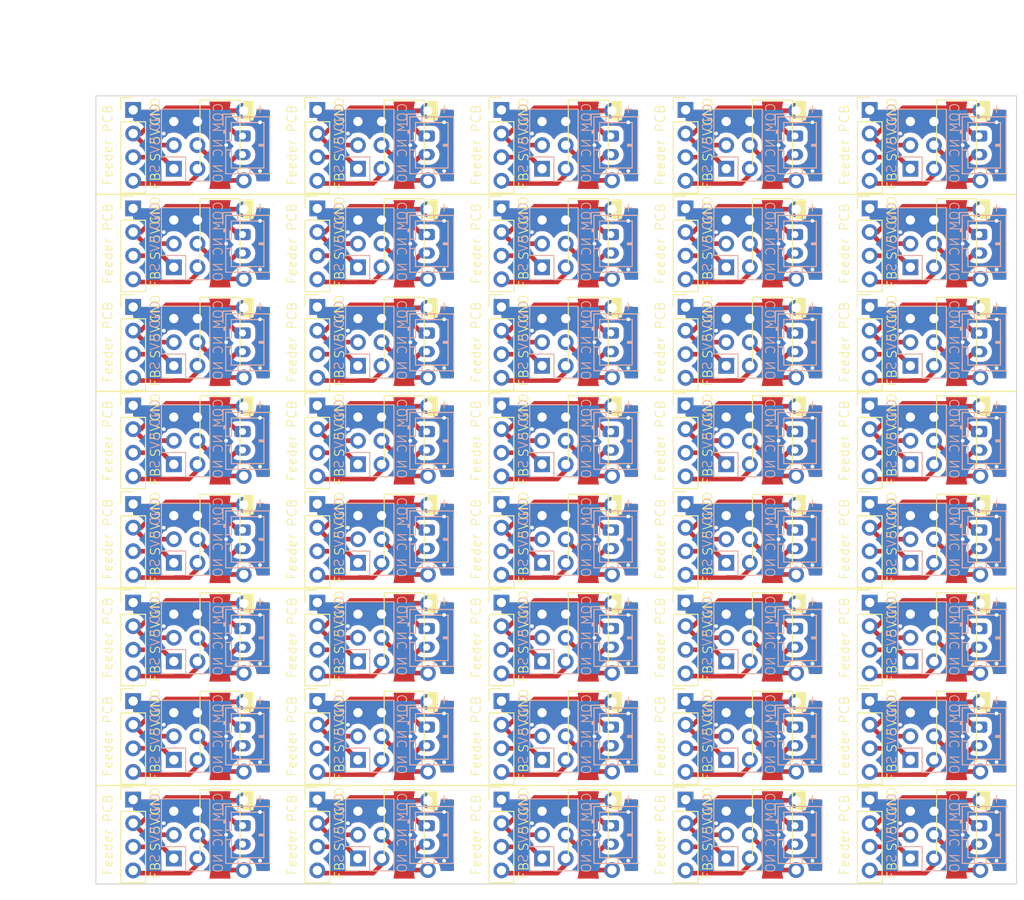
<source format=kicad_pcb>
(kicad_pcb (version 20211014) (generator pcbnew)
  (layers (0 "F.Cu" signal) (31 "B.Cu" signal) (34 "B.Paste" user) (35 "F.Paste" user) (36 "B.SilkS" user "B.Silkscreen") (37 "F.SilkS" user "F.Silkscreen") (38 "B.Mask" user) (39 "F.Mask" user) (44 "Edge.Cuts" user))
  (net 0 "")
  (net 1 "GND")
  (net 2 "+5V")
  (net 3 "/N20-GND")
  (net 4 "/SERVO")
  (net 5 "/FEEDBACK")
  (footprint "Diode_SMD:D_SMA-SMB_Universal_Handsoldering" (layer "F.Cu") (at 151.45 168.42 -90)
    (fp_text reference "D71" hide)
    (fp_text value "1N4001")
  )
  (footprint "Diode_SMD:D_SMA-SMB_Universal_Handsoldering" (layer "F.Cu") (at 210.85 136.62 -90)
    (fp_text reference "D47" hide)
    (fp_text value "1N4001")
  )
  (footprint "Diode_SMD:D_SMA-SMB_Universal_Handsoldering" (layer "F.Cu") (at 151.45 157.82 -90)
    (fp_text reference "D61" hide)
    (fp_text value "1N4001")
  )
  (footprint "CustomDiode:D_SMA-SMB_Universal_Handsoldering_Holes" (layer "F.Cu") (at 233.2 168.45 -90)
    (fp_text reference "D80" hide)
    (fp_text value "1N4001")
  )
  (footprint "Diode_SMD:D_SMA-SMB_Universal_Handsoldering" (layer "F.Cu") (at 210.85 157.82 -90)
    (fp_text reference "D67" hide)
    (fp_text value "1N4001")
  )
  (footprint "Connector_PinHeader_2.54mm:PinHeader_1x04_P2.54mm_Vertical" (layer "F.Cu") (at 142.11 122.22)
    (fp_text reference "J46" hide)
    (fp_text value "Controller")
  )
  (footprint "CustomDiode:D_SMA-SMB_Universal_Handsoldering_Holes" (layer "F.Cu") (at 193.6 157.85 -90)
    (fp_text reference "D66" hide)
    (fp_text value "1N4001")
  )
  (footprint "Diode_SMD:D_SMA-SMB_Universal_Handsoldering" (layer "F.Cu") (at 191.05 115.42 -90)
    (fp_text reference "D25" hide)
    (fp_text value "1N4001")
  )
  (footprint "CustomDiode:D_SMA-SMB_Universal_Handsoldering_Holes" (layer "F.Cu") (at 173.8 104.85 -90)
    (fp_text reference "D14" hide)
    (fp_text value "1N4001")
  )
  (footprint "Connector_PinHeader_2.54mm:PinHeader_1x04_P2.54mm_Vertical" (layer "F.Cu") (at 161.91 101.02)
    (fp_text reference "J19" hide)
    (fp_text value "Controller")
  )
  (footprint "CustomDiode:D_SMA-SMB_Universal_Handsoldering_Holes" (layer "F.Cu") (at 233.2 157.85 -90)
    (fp_text reference "D70" hide)
    (fp_text value "1N4001")
  )
  (footprint "Diode_SMD:D_SMA-SMB_Universal_Handsoldering" (layer "F.Cu") (at 191.05 104.82 -90)
    (fp_text reference "D15" hide)
    (fp_text value "1N4001")
  )
  (footprint "CustomDiode:D_SMA-SMB_Universal_Handsoldering_Holes" (layer "F.Cu") (at 193.6 94.25 -90)
    (fp_text reference "D6" hide)
    (fp_text value "1N4001")
  )
  (footprint "Diode_SMD:D_SMA-SMB_Universal_Handsoldering" (layer "F.Cu") (at 171.25 168.42 -90)
    (fp_text reference "D73" hide)
    (fp_text value "1N4001")
  )
  (footprint "CustomDiode:D_SMA-SMB_Universal_Handsoldering_Holes" (layer "F.Cu") (at 154 147.25 -90)
    (fp_text reference "D52" hide)
    (fp_text value "1N4001")
  )
  (footprint "CustomDiode:D_SMA-SMB_Universal_Handsoldering_Holes" (layer "F.Cu") (at 193.6 104.85 -90)
    (fp_text reference "D16" hide)
    (fp_text value "1N4001")
  )
  (footprint "Connector_PinHeader_2.54mm:PinHeader_1x04_P2.54mm_Vertical" (layer "F.Cu") (at 201.51 154.02)
    (fp_text reference "J100" hide)
    (fp_text value "Controller")
  )
  (footprint "Diode_SMD:D_SMA-SMB_Universal_Handsoldering" (layer "F.Cu") (at 230.65 126.02 -90)
    (fp_text reference "D39" hide)
    (fp_text value "1N4001")
  )
  (footprint "Diode_SMD:D_SMA-SMB_Universal_Handsoldering" (layer "F.Cu") (at 230.65 157.82 -90)
    (fp_text reference "D69" hide)
    (fp_text value "1N4001")
  )
  (footprint "Connector_PinHeader_2.54mm:PinHeader_1x04_P2.54mm_Vertical" (layer "F.Cu") (at 221.31 154.02)
    (fp_text reference "J103" hide)
    (fp_text value "Controller")
  )
  (footprint "Diode_SMD:D_SMA-SMB_Universal_Handsoldering" (layer "F.Cu") (at 151.45 136.62 -90)
    (fp_text reference "D41" hide)
    (fp_text value "1N4001")
  )
  (footprint "Diode_SMD:D_SMA-SMB_Universal_Handsoldering" (layer "F.Cu") (at 210.85 94.22 -90)
    (fp_text reference "D7" hide)
    (fp_text value "1N4001")
  )
  (footprint "Diode_SMD:D_SMA-SMB_Universal_Handsoldering" (layer "F.Cu") (at 151.45 126.02 -90)
    (fp_text reference "D31" hide)
    (fp_text value "1N4001")
  )
  (footprint "CustomDiode:D_SMA-SMB_Universal_Handsoldering_Holes" (layer "F.Cu") (at 213.4 126.05 -90)
    (fp_text reference "D38" hide)
    (fp_text value "1N4001")
  )
  (footprint "CustomDiode:D_SMA-SMB_Universal_Handsoldering_Holes" (layer "F.Cu") (at 154 157.85 -90)
    (fp_text reference "D62" hide)
    (fp_text value "1N4001")
  )
  (footprint "CustomDiode:D_SMA-SMB_Universal_Handsoldering_Holes" (layer "F.Cu") (at 213.4 136.65 -90)
    (fp_text reference "D48" hide)
    (fp_text value "1N4001")
  )
  (footprint "Connector_PinHeader_2.54mm:PinHeader_1x04_P2.54mm_Vertical" (layer "F.Cu") (at 142.11 101.02)
    (fp_text reference "J16" hide)
    (fp_text value "Controller")
  )
  (footprint "Diode_SMD:D_SMA-SMB_Universal_Handsoldering" (layer "F.Cu") (at 230.65 147.22 -90)
    (fp_text reference "D59" hide)
    (fp_text value "1N4001")
  )
  (footprint "CustomDiode:D_SMA-SMB_Universal_Handsoldering_Holes" (layer "F.Cu") (at 193.6 168.45 -90)
    (fp_text reference "D76" hide)
    (fp_text value "1N4001")
  )
  (footprint "CustomDiode:D_SMA-SMB_Universal_Handsoldering_Holes" (layer "F.Cu") (at 213.4 104.85 -90)
    (fp_text reference "D18" hide)
    (fp_text value "1N4001")
  )
  (footprint "Connector_PinHeader_2.54mm:PinHeader_1x04_P2.54mm_Vertical" (layer "F.Cu") (at 221.31 164.62)
    (fp_text reference "J118" hide)
    (fp_text value "Controller")
  )
  (footprint "Connector_PinHeader_2.54mm:PinHeader_1x04_P2.54mm_Vertical" (layer "F.Cu") (at 161.91 143.42)
    (fp_text reference "J79" hide)
    (fp_text value "Controller")
  )
  (footprint "Connector_PinHeader_2.54mm:PinHeader_1x04_P2.54mm_Vertical" (layer "F.Cu") (at 181.71 101.02)
    (fp_text reference "J22" hide)
    (fp_text value "Controller")
  )
  (footprint "Connector_PinHeader_2.54mm:PinHeader_1x04_P2.54mm_Vertical" (layer "F.Cu") (at 161.91 164.62)
    (fp_text reference "J109" hide)
    (fp_text value "Controller")
  )
  (footprint "Connector_PinHeader_2.54mm:PinHeader_1x04_P2.54mm_Vertical" (layer "F.Cu") (at 201.51 164.62)
    (fp_text reference "J115" hide)
    (fp_text value "Controller")
  )
  (footprint "CustomDiode:D_SMA-SMB_Universal_Handsoldering_Holes" (layer "F.Cu") (at 193.6 126.05 -90)
    (fp_text reference "D36" hide)
    (fp_text value "1N4001")
  )
  (footprint "Diode_SMD:D_SMA-SMB_Universal_Handsoldering" (layer "F.Cu") (at 191.05 168.42 -90)
    (fp_text reference "D75" hide)
    (fp_text value "1N4001")
  )
  (footprint "CustomDiode:D_SMA-SMB_Universal_Handsoldering_Holes" (layer "F.Cu") (at 154 115.45 -90)
    (fp_text reference "D22" hide)
    (fp_text value "1N4001")
  )
  (footprint "Connector_PinHeader_2.54mm:PinHeader_1x04_P2.54mm_Vertical" (layer "F.Cu") (at 181.71 154.02)
    (fp_text reference "J97" hide)
    (fp_text value "Controller")
  )
  (footprint "Connector_PinHeader_2.54mm:PinHeader_1x04_P2.54mm_Vertical" (layer "F.Cu") (at 181.71 164.62)
    (fp_text reference "J112" hide)
    (fp_text value "Controller")
  )
  (footprint "CustomDiode:D_SMA-SMB_Universal_Handsoldering_Holes" (layer "F.Cu") (at 193.6 147.25 -90)
    (fp_text reference "D56" hide)
    (fp_text value "1N4001")
  )
  (footprint "CustomDiode:D_SMA-SMB_Universal_Handsoldering_Holes" (layer "F.Cu") (at 233.2 94.25 -90)
    (fp_text reference "D10" hide)
    (fp_text value "1N4001")
  )
  (footprint "CustomDiode:D_SMA-SMB_Universal_Handsoldering_Holes" (layer "F.Cu") (at 154 94.25 -90)
    (fp_text reference "D2" hide)
    (fp_text value "1N4001")
  )
  (footprint "CustomDiode:D_SMA-SMB_Universal_Handsoldering_Holes" (layer "F.Cu") (at 233.2 115.45 -90)
    (fp_text reference "D30" hide)
    (fp_text value "1N4001")
  )
  (footprint "Connector_PinHeader_2.54mm:PinHeader_1x04_P2.54mm_Vertical" (layer "F.Cu") (at 201.51 101.02)
    (fp_text reference "J25" hide)
    (fp_text value "Controller")
  )
  (footprint "Diode_SMD:D_SMA-SMB_Universal_Handsoldering" (layer "F.Cu") (at 230.65 168.42 -90)
    (fp_text reference "D79" hide)
    (fp_text value "1N4001")
  )
  (footprint "Diode_SMD:D_SMA-SMB_Universal_Handsoldering" (layer "F.Cu") (at 230.65 94.22 -90)
    (fp_text reference "D9" hide)
    (fp_text value "1N4001")
  )
  (footprint "CustomDiode:D_SMA-SMB_Universal_Handsoldering_Holes" (layer "F.Cu") (at 233.2 126.05 -90)
    (fp_text reference "D40" hide)
    (fp_text value "1N4001")
  )
  (footprint "Diode_SMD:D_SMA-SMB_Universal_Handsoldering" (layer "F.Cu") (at 210.85 115.42 -90)
    (fp_text reference "D27" hide)
    (fp_text value "1N4001")
  )
  (footprint "Connector_PinHeader_2.54mm:PinHeader_1x04_P2.54mm_Vertical" (layer "F.Cu") (at 142.11 111.62)
    (fp_text reference "J31" hide)
    (fp_text value "Controller")
  )
  (footprint "Diode_SMD:D_SMA-SMB_Universal_Handsoldering" (layer "F.Cu") (at 210.85 168.42 -90)
    (fp_text reference "D77" hide)
    (fp_text value "1N4001")
  )
  (footprint "Connector_PinHeader_2.54mm:PinHeader_1x04_P2.54mm_Vertical" (layer "F.Cu") (at 181.71 143.42)
    (fp_text reference "J82" hide)
    (fp_text value "Controller")
  )
  (footprint "CustomDiode:D_SMA-SMB_Universal_Handsoldering_Holes" (layer "F.Cu") (at 173.8 157.85 -90)
    (fp_text reference "D64" hide)
    (fp_text value "1N4001")
  )
  (footprint "Diode_SMD:D_SMA-SMB_Universal_Handsoldering" (layer "F.Cu") (at 230.65 115.42 -90)
    (fp_text reference "D29" hide)
    (fp_text value "1N4001")
  )
  (footprint "Diode_SMD:D_SMA-SMB_Universal_Handsoldering" (layer "F.Cu") (at 171.25 136.62 -90)
    (fp_text reference "D43" hide)
    (fp_text value "1N4001")
  )
  (footprint "Diode_SMD:D_SMA-SMB_Universal_Handsoldering" (layer "F.Cu") (at 191.05 136.62 -90)
    (fp_text reference "D45" hide)
    (fp_text value "1N4001")
  )
  (footprint "CustomDiode:D_SMA-SMB_Universal_Handsoldering_Holes" (layer "F.Cu") (at 173.8 168.45 -90)
    (fp_text reference "D74" hide)
    (fp_text value "1N4001")
  )
  (footprint "Diode_SMD:D_SMA-SMB_Universal_Handsoldering" (layer "F.Cu") (at 171.25 157.82 -90)
    (fp_text reference "D63" hide)
    (fp_text value "1N4001")
  )
  (footprint "Connector_PinHeader_2.54mm:PinHeader_1x04_P2.54mm_Vertical" (layer "F.Cu") (at 181.71 122.22)
    (fp_text reference "J52" hide)
    (fp_text value "Controller")
  )
  (footprint "CustomDiode:D_SMA-SMB_Universal_Handsoldering_Holes" (layer "F.Cu") (at 233.2 104.85 -90)
    (fp_text reference "D20" hide)
    (fp_text value "1N4001")
  )
  (footprint "Connector_PinHeader_2.54mm:PinHeader_1x04_P2.54mm_Vertical" (layer "F.Cu") (at 142.11 154.02)
    (fp_text reference "J91" hide)
    (fp_text value "Controller")
  )
  (footprint "Diode_SMD:D_SMA-SMB_Universal_Handsoldering" (layer "F.Cu") (at 191.05 94.22 -90)
    (fp_text reference "D5" hide)
    (fp_text value "1N4001")
  )
  (footprint "CustomDiode:D_SMA-SMB_Universal_Handsoldering_Holes" (layer "F.Cu") (at 154 136.65 -90)
    (fp_text reference "D42" hide)
    (fp_text value "1N4001")
  )
  (footprint "CustomDiode:D_SMA-SMB_Universal_Handsoldering_Holes" (layer "F.Cu") (at 213.4 115.45 -90)
    (fp_text reference "D28" hide)
    (fp_text value "1N4001")
  )
  (footprint "CustomDiode:D_SMA-SMB_Universal_Handsoldering_Holes" (layer "F.Cu") (at 154 104.85 -90)
    (fp_text reference "D12" hide)
    (fp_text value "1N4001")
  )
  (footprint "CustomDiode:D_SMA-SMB_Universal_Handsoldering_Holes" (layer "F.Cu") (at 173.8 94.25 -90)
    (fp_text reference "D4" hide)
    (fp_text value "1N4001")
  )
  (footprint "Connector_PinHeader_2.54mm:PinHeader_1x04_P2.54mm_Vertical" (layer "F.Cu") (at 181.71 132.82)
    (fp_text reference "J67" hide)
    (fp_text value "Controller")
  )
  (footprint "Diode_SMD:D_SMA-SMB_Universal_Handsoldering" (layer "F.Cu") (at 191.05 147.22 -90)
    (fp_text reference "D55" hide)
    (fp_text value "1N4001")
  )
  (footprint "Diode_SMD:D_SMA-SMB_Universal_Handsoldering" (layer "F.Cu") (at 151.45 104.82 -90)
    (fp_text reference "D11" hide)
    (fp_text value "1N4001")
  )
  (footprint "CustomDiode:D_SMA-SMB_Universal_Handsoldering_Holes" (layer "F.Cu") (at 154 126.05 -90)
    (fp_text reference "D32" hide)
    (fp_text value "1N4001")
  )
  (footprint "Connector_PinHeader_2.54mm:PinHeader_1x04_P2.54mm_Vertical" (layer "F.Cu") (at 161.91 132.82)
    (fp_text reference "J64" hide)
    (fp_text value "Controller")
  )
  (footprint "Diode_SMD:D_SMA-SMB_Universal_Handsoldering" (layer "F.Cu") (at 151.45 115.42 -90)
    (fp_text reference "D21" hide)
    (fp_text value "1N4001")
  )
  (footprint "Diode_SMD:D_SMA-SMB_Universal_Handsoldering" (layer "F.Cu") (at 151.45 94.22 -90)
    (fp_text reference "D1" hide)
    (fp_text value "1N4001")
  )
  (footprint "CustomDiode:D_SMA-SMB_Universal_Handsoldering_Holes" (layer "F.Cu") (at 213.4 157.85 -90)
    (fp_text reference "D68" hide)
    (fp_text value "1N4001")
  )
  (footprint "Diode_SMD:D_SMA-SMB_Universal_Handsoldering" (layer "F.Cu") (at 171.25 115.42 -90)
    (fp_text reference "D23" hide)
    (fp_text value "1N4001")
  )
  (footprint "Connector_PinHeader_2.54mm:PinHeader_1x04_P2.54mm_Vertical" (layer "F.Cu") (at 201.51 122.22)
    (fp_text reference "J55" hide)
    (fp_text value "Controller")
  )
  (footprint "Diode_SMD:D_SMA-SMB_Universal_Handsoldering" (layer "F.Cu") (at 151.45 147.22 -90)
    (fp_text reference "D51" hide)
    (fp_text value "1N4001")
  )
  (footprint "Connector_PinHeader_2.54mm:PinHeader_1x04_P2.54mm_Vertical" (layer "F.Cu") (at 142.11 132.82)
    (fp_text reference "J61" hide)
    (fp_text value "Controller")
  )
  (footprint "CustomDiode:D_SMA-SMB_Universal_Handsoldering_Holes" (layer "F.Cu") (at 233.2 147.25 -90)
    (fp_text reference "D60" hide)
    (fp_text value "1N4001")
  )
  (footprint "CustomDiode:D_SMA-SMB_Universal_Handsoldering_Holes" (layer "F.Cu") (at 173.8 115.45 -90)
    (fp_text reference "D24" hide)
    (fp_text value "1N4001")
  )
  (footprint "Connector_PinHeader_2.54mm:PinHeader_1x04_P2.54mm_Vertical" (layer "F.Cu") (at 221.31 111.62)
    (fp_text reference "J43" hide)
    (fp_text value "Controller")
  )
  (footprint "Diode_SMD:D_SMA-SMB_Universal_Handsoldering" (layer "F.Cu") (at 171.25 104.82 -90)
    (fp_text reference "D13" hide)
    (fp_text value "1N4001")
  )
  (footprint "CustomDiode:D_SMA-SMB_Universal_Handsoldering_Holes" (layer "F.Cu") (at 173.8 147.25 -90)
    (fp_text reference "D54" hide)
    (fp_text value "1N4001")
  )
  (footprint "Connector_PinHeader_2.54mm:PinHeader_1x04_P2.54mm_Vertical" (layer "F.Cu") (at 161.91 154.02)
    (fp_text reference "J94" hide)
    (fp_text value "Controller")
  )
  (footprint "Connector_PinHeader_2.54mm:PinHeader_1x04_P2.54mm_Vertical" (layer "F.Cu") (at 221.31 122.22)
    (fp_text reference "J58" hide)
    (fp_text value "Controller")
  )
  (footprint "Connector_PinHeader_2.54mm:PinHeader_1x04_P2.54mm_Vertical" (layer "F.Cu") (at 221.31 143.42)
    (fp_text reference "J88" hide)
    (fp_text value "Controller")
  )
  (footprint "Connector_PinHeader_2.54mm:PinHeader_1x04_P2.54mm_Vertical" (layer "F.Cu") (at 221.31 101.02)
    (fp_text reference "J28" hide)
    (fp_text value "Controller")
  )
  (footprint "CustomDiode:D_SMA-SMB_Universal_Handsoldering_Holes" (layer "F.Cu") (at 193.6 136.65 -90)
    (fp_text reference "D46" hide)
    (fp_text value "1N4001")
  )
  (footprint "Connector_PinHeader_2.54mm:PinHeader_1x04_P2.54mm_Vertical" (layer "F.Cu") (at 161.91 90.42)
    (fp_text reference "J4" hide)
    (fp_text value "Controller")
  )
  (footprint "CustomDiode:D_SMA-SMB_Universal_Handsoldering_Holes" (layer "F.Cu") (at 193.6 115.45 -90)
    (fp_text reference "D26" hide)
    (fp_text value "1N4001")
  )
  (footprint "Connector_PinHeader_2.54mm:PinHeader_1x04_P2.54mm_Vertical" (layer "F.Cu") (at 142.11 143.42)
    (fp_text reference "J76" hide)
    (fp_text value "Controller")
  )
  (footprint "Connector_PinHeader_2.54mm:PinHeader_1x04_P2.54mm_Vertical" (layer "F.Cu") (at 161.91 111.62)
    (fp_text reference "J34" hide)
    (fp_text value "Controller")
  )
  (footprint "Connector_PinHeader_2.54mm:PinHeader_1x04_P2.54mm_Vertical" (layer "F.Cu") (at 221.31 90.42)
    (fp_text reference "J13" hide)
    (fp_text value "Controller")
  )
  (footprint "Diode_SMD:D_SMA-SMB_Universal_Handsoldering" (layer "F.Cu") (at 230.65 136.62 -90)
    (fp_text reference "D49" hide)
    (fp_text value "1N4001")
  )
  (footprint "CustomDiode:D_SMA-SMB_Universal_Handsoldering_Holes" (layer "F.Cu") (at 233.2 136.65 -90)
    (fp_text reference "D50" hide)
    (fp_text value "1N4001")
  )
  (footprint "CustomDiode:D_SMA-SMB_Universal_Handsoldering_Holes" (layer "F.Cu") (at 173.8 126.05 -90)
    (fp_text reference "D34" hide)
    (fp_text value "1N4001")
  )
  (footprint "CustomDiode:D_SMA-SMB_Universal_Handsoldering_Holes" (layer "F.Cu") (at 213.4 94.25 -90)
    (fp_text reference "D8" hide)
    (fp_text value "1N4001")
  )
  (footprint "Connector_PinHeader_2.54mm:PinHeader_1x04_P2.54mm_Vertical" (layer "F.Cu") (at 181.71 90.42)
    (fp_text reference "J7" hide)
    (fp_text value "Controller")
  )
  (footprint "Diode_SMD:D_SMA-SMB_Universal_Handsoldering" (layer "F.Cu") (at 171.25 147.22 -90)
    (fp_text reference "D53" hide)
    (fp_text value "1N4001")
  )
  (footprint "Connector_PinHeader_2.54mm:PinHeader_1x04_P2.54mm_Vertical" (layer "F.Cu") (at 201.51 143.42)
    (fp_text reference "J85" hide)
    (fp_text value "Controller")
  )
  (footprint "Diode_SMD:D_SMA-SMB_Universal_Handsoldering" (layer "F.Cu") (at 171.25 126.02 -90)
    (fp_text reference "D33" hide)
    (fp_text value "1N4001")
  )
  (footprint "Diode_SMD:D_SMA-SMB_Universal_Handsoldering" (layer "F.Cu") (at 191.05 126.02 -90)
    (fp_text reference "D35" hide)
    (fp_text value "1N4001")
  )
  (footprint "Connector_PinHeader_2.54mm:PinHeader_1x04_P2.54mm_Vertical" (layer "F.Cu") (at 221.31 132.82)
    (fp_text reference "J73" hide)
    (fp_text value "Controller")
  )
  (footprint "CustomDiode:D_SMA-SMB_Universal_Handsoldering_Holes" (layer "F.Cu") (at 213.4 147.25 -90)
    (fp_text reference "D58" hide)
    (fp_text value "1N4001")
  )
  (footprint "Diode_SMD:D_SMA-SMB_Universal_Handsoldering" (layer "F.Cu") (at 191.05 157.82 -90)
    (fp_text reference "D65" hide)
    (fp_text value "1N4001")
  )
  (footprint "Connector_PinHeader_2.54mm:PinHeader_1x04_P2.54mm_Vertical" (layer "F.Cu") (at 142.11 90.42)
    (fp_text reference "J1" hide)
    (fp_text value "Controller")
  )
  (footprint "Diode_SMD:D_SMA-SMB_Universal_Handsoldering" (layer "F.Cu") (at 210.85 126.02 -90)
    (fp_text reference "D37" hide)
    (fp_text value "1N4001")
  )
  (footprint "Connector_PinHeader_2.54mm:PinHeader_1x04_P2.54mm_Vertical" (layer "F.Cu") (at 201.51 111.62)
    (fp_text reference "J40" hide)
    (fp_text value "Controller")
  )
  (footprint "Diode_SMD:D_SMA-SMB_Universal_Handsoldering" (layer "F.Cu") (at 230.65 104.82 -90)
    (fp_text reference "D19" hide)
    (fp_text value "1N4001")
  )
  (footprint "Connector_PinHeader_2.54mm:PinHeader_1x04_P2.54mm_Vertical" (layer "F.Cu") (at 161.91 122.22)
    (fp_text reference "J49" hide)
    (fp_text value "Controller")
  )
  (footprint "Connector_PinHeader_2.54mm:PinHeader_1x04_P2.54mm_Vertical" (layer "F.Cu") (at 201.51 132.82)
    (fp_text reference "J70" hide)
    (fp_text value "Controller")
  )
  (footprint "Connector_PinHeader_2.54mm:PinHeader_1x04_P2.54mm_Vertical" (layer "F.Cu") (at 142.11 164.62)
    (fp_text reference "J106" hide)
    (fp_text value "Controller")
  )
  (footprint "Diode_SMD:D_SMA-SMB_Universal_Handsoldering" (layer "F.Cu") (at 171.25 94.22 -90)
    (fp_text reference "D3" hide)
    (fp_text value "1N4001")
  )
  (footprint "CustomDiode:D_SMA-SMB_Universal_Handsoldering_Holes" (layer "F.Cu") (at 213.4 168.45 -90)
    (fp_text reference "D78" hide)
    (fp_text value "1N4001")
  )
  (footprint "Connector_PinHeader_2.54mm:PinHeader_1x04_P2.54mm_Vertical" (layer "F.Cu") (at 201.51 90.42)
    (fp_text reference "J10" hide)
    (fp_text value "Controller")
  )
  (footprint "Diode_SMD:D_SMA-SMB_Universal_Handsoldering" (layer "F.Cu") (at 210.85 147.22 -90)
    (fp_text reference "D57" hide)
    (fp_text value "1N4001")
  )
  (footprint "Connector_PinHeader_2.54mm:PinHeader_1x04_P2.54mm_Vertical" (layer "F.Cu") (at 181.71 111.62)
    (fp_text reference "J37" hide)
    (fp_text value "Controller")
  )
  (footprint "CustomDiode:D_SMA-SMB_Universal_Handsoldering_Holes" (layer "F.Cu") (at 173.8 136.65 -90)
    (fp_text reference "D44" hide)
    (fp_text value "1N4001")
  )
  (footprint "Diode_SMD:D_SMA-SMB_Universal_Handsoldering" (layer "F.Cu") (at 210.85 104.82 -90)
    (fp_text reference "D17" hide)
    (fp_text value "1N4001")
  )
  (footprint "CustomDiode:D_SMA-SMB_Universal_Handsoldering_Holes" (layer "F.Cu") (at 154 168.45 -90)
    (fp_text reference "D72" hide)
    (fp_text value "1N4001")
  )
  (footprint "Connector_PinHeader_2.54mm:PinHeader_2x03_P2.54mm_Vertical" (layer "B.Cu") (at 166.28 128.545)
    (fp_text reference "J51" hide)
    (fp_text value "Servo/Feedback")
  )
  (footprint "Connector_JST:JST_PH_B2B-PH-K_1x02_P2.00mm_Vertical" (layer "B.Cu") (at 233.07 125.02 -90)
    (fp_text reference "J59" hide)
    (fp_text value "N20")
  )
  (footprint "Connector_PinHeader_2.54mm:PinHeader_2x03_P2.54mm_Vertical" (layer "B.Cu") (at 166.28 139.145)
    (fp_text reference "J66" hide)
    (fp_text value "Servo/Feedback")
  )
  (footprint "Connector_PinHeader_2.54mm:PinHeader_2x03_P2.54mm_Vertical" (layer "B.Cu") (at 146.48 96.745)
    (fp_text reference "J3" hide)
    (fp_text value "Servo/Feedback")
  )
  (footprint "Connector_JST:JST_PH_B2B-PH-K_1x02_P2.00mm_Vertical" (layer "B.Cu") (at 173.67 146.22 -90)
    (fp_text reference "J80" hide)
    (fp_text value "N20")
  )
  (footprint "Connector_JST:JST_PH_B2B-PH-K_1x02_P2.00mm_Vertical" (layer "B.Cu") (at 193.47 135.62 -90)
    (fp_text reference "J68" hide)
    (fp_text value "N20")
  )
  (footprint "Connector_JST:JST_PH_B2B-PH-K_1x02_P2.00mm_Vertical" (layer "B.Cu") (at 213.27 103.82 -90)
    (fp_text reference "J26" hide)
    (fp_text value "N20")
  )
  (footprint "Connector_JST:JST_PH_B2B-PH-K_1x02_P2.00mm_Vertical" (layer "B.Cu") (at 153.87 125.02 -90)
    (fp_text reference "J47" hide)
    (fp_text value "N20")
  )
  (footprint "Connector_PinHeader_2.54mm:PinHeader_2x03_P2.54mm_Vertical" (layer "B.Cu") (at 225.68 139.145)
    (fp_text reference "J75" hide)
    (fp_text value "Servo/Feedback")
  )
  (footprint "Connector_PinHeader_2.54mm:PinHeader_2x03_P2.54mm_Vertical" (layer "B.Cu") (at 225.68 149.745)
    (fp_text reference "J90" hide)
    (fp_text value "Servo/Feedback")
  )
  (footprint "Connector_PinHeader_2.54mm:PinHeader_2x03_P2.54mm_Vertical" (layer "B.Cu") (at 225.68 117.945)
    (fp_text reference "J45" hide)
    (fp_text value "Servo/Feedback")
  )
  (footprint "Connector_JST:JST_PH_B2B-PH-K_1x02_P2.00mm_Vertical" (layer "B.Cu") (at 173.67 103.82 -90)
    (fp_text reference "J20" hide)
    (fp_text value "N20")
  )
  (footprint "Connector_PinHeader_2.54mm:PinHeader_2x03_P2.54mm_Vertical" (layer "B.Cu") (at 146.48 170.945)
    (fp_text reference "J108" hide)
    (fp_text value "Servo/Feedback")
  )
  (footprint "Connector_PinHeader_2.54mm:PinHeader_2x03_P2.54mm_Vertical" (layer "B.Cu") (at 205.88 128.545)
    (fp_text reference "J57" hide)
    (fp_text value "Servo/Feedback")
  )
  (footprint "Connector_PinHeader_2.54mm:PinHeader_2x03_P2.54mm_Vertical" (layer "B.Cu") (at 166.28 96.745)
    (fp_text reference "J6" hide)
    (fp_text value "Servo/Feedback")
  )
  (footprint "Connector_PinHeader_2.54mm:PinHeader_2x03_P2.54mm_Vertical" (layer "B.Cu") (at 186.08 117.945)
    (fp_text reference "J39" hide)
    (fp_text value "Servo/Feedback")
  )
  (footprint "Connector_PinHeader_2.54mm:PinHeader_2x03_P2.54mm_Vertical" (layer "B.Cu") (at 166.28 149.745)
    (fp_text reference "J81" hide)
    (fp_text value "Servo/Feedback")
  )
  (footprint "Connector_JST:JST_PH_B2B-PH-K_1x02_P2.00mm_Vertical" (layer "B.Cu") (at 213.27 135.62 -90)
    (fp_text reference "J71" hide)
    (fp_text value "N20")
  )
  (footprint "Connector_PinHeader_2.54mm:PinHeader_2x03_P2.54mm_Vertical" (layer "B.Cu") (at 186.08 128.545)
    (fp_text reference "J54" hide)
    (fp_text value "Servo/Feedback")
  )
  (footprint "Connector_PinHeader_2.54mm:PinHeader_2x03_P2.54mm_Vertical" (layer "B.Cu") (at 146.48 149.745)
    (fp_text reference "J78" hide)
    (fp_text value "Servo/Feedback")
  )
  (footprint "Connector_PinHeader_2.54mm:PinHeader_2x03_P2.54mm_Vertical" (layer "B.Cu") (at 146.48 128.545)
    (fp_text reference "J48" hide)
    (fp_text value "Servo/Feedback")
  )
  (footprint "Connector_JST:JST_PH_B2B-PH-K_1x02_P2.00mm_Vertical" (layer "B.Cu") (at 233.07 167.42 -90)
    (fp_text reference "J119" hide)
    (fp_text value "N20")
  )
  (footprint "Connector_JST:JST_PH_B2B-PH-K_1x02_P2.00mm_Vertical" (layer "B.Cu") (at 153.87 103.82 -90)
    (fp_text reference "J17" hide)
    (fp_text value "N20")
  )
  (footprint "Connector_PinHeader_2.54mm:PinHeader_2x03_P2.54mm_Vertical" (layer "B.Cu") (at 146.48 160.345)
    (fp_text reference "J93" hide)
    (fp_text value "Servo/Feedback")
  )
  (footprint "Connector_PinHeader_2.54mm:PinHeader_2x03_P2.54mm_Vertical" (layer "B.Cu") (at 186.08 149.745)
    (fp_text reference "J84" hide)
    (fp_text value "Servo/Feedback")
  )
  (footprint "Connector_JST:JST_PH_B2B-PH-K_1x02_P2.00mm_Vertical" (layer "B.Cu") (at 193.47 156.82 -90)
    (fp_text reference "J98" hide)
    (fp_text value "N20")
  )
  (footprint "Connector_PinHeader_2.54mm:PinHeader_2x03_P2.54mm_Vertical" (layer "B.Cu") (at 225.68 107.345)
    (fp_text reference "J30" hide)
    (fp_text value "Servo/Feedback")
  )
  (footprint "Connector_PinHeader_2.54mm:PinHeader_2x03_P2.54mm_Vertical" (layer "B.Cu") (at 205.88 96.745)
    (fp_text reference "J12" hide)
    (fp_text value "Servo/Feedback")
  )
  (footprint "Connector_JST:JST_PH_B2B-PH-K_1x02_P2.00mm_Vertical" (layer "B.Cu") (at 233.07 156.82 -90)
    (fp_text reference "J104" hide)
    (fp_text value "N20")
  )
  (footprint "Connector_JST:JST_PH_B2B-PH-K_1x02_P2.00mm_Vertical" (layer "B.Cu") (at 193.47 125.02 -90)
    (fp_text reference "J53" hide)
    (fp_text value "N20")
  )
  (footprint "Connector_JST:JST_PH_B2B-PH-K_1x02_P2.00mm_Vertical" (layer "B.Cu") (at 213.27 125.02 -90)
    (fp_text reference "J56" hide)
    (fp_text value "N20")
  )
  (footprint "Connector_JST:JST_PH_B2B-PH-K_1x02_P2.00mm_Vertical" (layer "B.Cu") (at 193.47 103.82 -90)
    (fp_text reference "J23" hide)
    (fp_text value "N20")
  )
  (footprint "Connector_PinHeader_2.54mm:PinHeader_2x03_P2.54mm_Vertical" (layer "B.Cu") (at 225.68 170.945)
    (fp_text reference "J120" hide)
    (fp_text value "Servo/Feedback")
  )
  (footprint "Connector_JST:JST_PH_B2B-PH-K_1x02_P2.00mm_Vertical" (layer "B.Cu") (at 213.27 156.82 -90)
    (fp_text reference "J101" hide)
    (fp_text value "N20")
  )
  (footprint "Connector_JST:JST_PH_B2B-PH-K_1x02_P2.00mm_Vertical" (layer "B.Cu") (at 193.47 93.22 -90)
    (fp_text reference "J8" hide)
    (fp_text value "N20")
  )
  (footprint "Connector_JST:JST_PH_B2B-PH-K_1x02_P2.00mm_Vertical" (layer "B.Cu") (at 173.67 125.02 -90)
    (fp_text reference "J50" hide)
    (fp_text value "N20")
  )
  (footprint "Connector_JST:JST_PH_B2B-PH-K_1x02_P2.00mm_Vertical" (layer "B.Cu") (at 213.27 167.42 -90)
    (fp_text reference "J116" hide)
    (fp_text value "N20")
  )
  (footprint "Connector_JST:JST_PH_B2B-PH-K_1x02_P2.00mm_Vertical" (layer "B.Cu") (at 173.67 156.82 -90)
    (fp_text reference "J95" hide)
    (fp_text value "N20")
  )
  (footprint "Connector_PinHeader_2.54mm:PinHeader_2x03_P2.54mm_Vertical" (layer "B.Cu") (at 146.48 139.145)
    (fp_text reference "J63" hide)
    (fp_text value "Servo/Feedback")
  )
  (footprint "Connector_PinHeader_2.54mm:PinHeader_2x03_P2.54mm_Vertical" (layer "B.Cu") (at 225.68 96.745)
    (fp_text reference "J15" hide)
    (fp_text value "Servo/Feedback")
  )
  (footprint "Connector_JST:JST_PH_B2B-PH-K_1x02_P2.00mm_Vertical" (layer "B.Cu") (at 153.87 93.22 -90)
    (fp_text reference "J2" hide)
    (fp_text value "N20")
  )
  (footprint "Connector_JST:JST_PH_B2B-PH-K_1x02_P2.00mm_Vertical" (layer "B.Cu") (at 233.07 114.42 -90)
    (fp_text reference "J44" hide)
    (fp_text value "N20")
  )
  (footprint "Connector_JST:JST_PH_B2B-PH-K_1x02_P2.00mm_Vertical" (layer "B.Cu") (at 193.47 146.22 -90)
    (fp_text reference "J83" hide)
    (fp_text value "N20")
  )
  (footprint "Connector_JST:JST_PH_B2B-PH-K_1x02_P2.00mm_Vertical" (layer "B.Cu") (at 173.67 93.22 -90)
    (fp_text reference "J5" hide)
    (fp_text value "N20")
  )
  (footprint "Connector_PinHeader_2.54mm:PinHeader_2x03_P2.54mm_Vertical" (layer "B.Cu") (at 205.88 160.345)
    (fp_text reference "J102" hide)
    (fp_text value "Servo/Feedback")
  )
  (footprint "Connector_JST:JST_PH_B2B-PH-K_1x02_P2.00mm_Vertical" (layer "B.Cu") (at 213.27 114.42 -90)
    (fp_text reference "J41" hide)
    (fp_text value "N20")
  )
  (footprint "Connector_PinHeader_2.54mm:PinHeader_2x03_P2.54mm_Vertical" (layer "B.Cu") (at 166.28 117.945)
    (fp_text reference "J36" hide)
    (fp_text value "Servo/Feedback")
  )
  (footprint "Connector_PinHeader_2.54mm:PinHeader_2x03_P2.54mm_Vertical" (layer "B.Cu") (at 225.68 160.345)
    (fp_text reference "J105" hide)
    (fp_text value "Servo/Feedback")
  )
  (footprint "Connector_JST:JST_PH_B2B-PH-K_1x02_P2.00mm_Vertical" (layer "B.Cu") (at 153.87 135.62 -90)
    (fp_text reference "J62" hide)
    (fp_text value "N20")
  )
  (footprint "Connector_PinHeader_2.54mm:PinHeader_2x03_P2.54mm_Vertical" (layer "B.Cu") (at 225.68 128.545)
    (fp_text reference "J60" hide)
    (fp_text value "Servo/Feedback")
  )
  (footprint "Connector_JST:JST_PH_B2B-PH-K_1x02_P2.00mm_Vertical" (layer "B.Cu") (at 153.87 156.82 -90)
    (fp_text reference "J92" hide)
    (fp_text value "N20")
  )
  (footprint "Connector_JST:JST_PH_B2B-PH-K_1x02_P2.00mm_Vertical" (layer "B.Cu") (at 233.07 93.22 -90)
    (fp_text reference "J14" hide)
    (fp_text value "N20")
  )
  (footprint "Connector_JST:JST_PH_B2B-PH-K_1x02_P2.00mm_Vertical" (layer "B.Cu") (at 173.67 135.62 -90)
    (fp_text reference "J65" hide)
    (fp_text value "N20")
  )
  (footprint "Connector_PinHeader_2.54mm:PinHeader_2x03_P2.54mm_Vertical" (layer "B.Cu") (at 205.88 170.945)
    (fp_text reference "J117" hide)
    (fp_text value "Servo/Feedback")
  )
  (footprint "Connector_JST:JST_PH_B2B-PH-K_1x02_P2.00mm_Vertical" (layer "B.Cu") (at 173.67 167.42 -90)
    (fp_text reference "J110" hide)
    (fp_text value "N20")
  )
  (footprint "Connector_JST:JST_PH_B2B-PH-K_1x02_P2.00mm_Vertical" (layer "B.Cu") (at 193.47 167.42 -90)
    (fp_text reference "J113" hide)
    (fp_text value "N20")
  )
  (footprint "Connector_JST:JST_PH_B2B-PH-K_1x02_P2.00mm_Vertical" (layer "B.Cu") (at 153.87 146.22 -90)
    (fp_text reference "J77" hide)
    (fp_text value "N20")
  )
  (footprint "Connector_JST:JST_PH_B2B-PH-K_1x02_P2.00mm_Vertical" (layer "B.Cu") (at 213.27 93.22 -90)
    (fp_text reference "J11" hide)
    (fp_text value "N20")
  )
  (footprint "Connector_JST:JST_PH_B2B-PH-K_1x02_P2.00mm_Vertical" (layer "B.Cu") (at 153.87 167.42 -90)
    (fp_text reference "J107" hide)
    (fp_text value "N20")
  )
  (footprint "Connector_PinHeader_2.54mm:PinHeader_2x03_P2.54mm_Vertical" (layer "B.Cu") (at 205.88 139.145)
    (fp_text reference "J72" hide)
    (fp_text value "Servo/Feedback")
  )
  (footprint "Connector_JST:JST_PH_B2B-PH-K_1x02_P2.00mm_Vertical" (layer "B.Cu") (at 233.07 135.62 -90)
    (fp_text reference "J74" hide)
    (fp_text value "N20")
  )
  (footprint "Connector_JST:JST_PH_B2B-PH-K_1x02_P2.00mm_Vertical" (layer "B.Cu") (at 233.07 146.22 -90)
    (fp_text reference "J89" hide)
    (fp_text value "N20")
  )
  (footprint "Connector_PinHeader_2.54mm:PinHeader_2x03_P2.54mm_Vertical" (layer "B.Cu") (at 205.88 149.745)
    (fp_text reference "J87" hide)
    (fp_text value "Servo/Feedback")
  )
  (footprint "Connector_PinHeader_2.54mm:PinHeader_2x03_P2.54mm_Vertical" (layer "B.Cu") (at 166.28 107.345)
    (fp_text reference "J21" hide)
    (fp_text value "Servo/Feedback")
  )
  (footprint "Connector_PinHeader_2.54mm:PinHeader_2x03_P2.54mm_Vertical" (layer "B.Cu") (at 166.28 160.345)
    (fp_text reference "J96" hide)
    (fp_text value "Servo/Feedback")
  )
  (footprint "Connector_JST:JST_PH_B2B-PH-K_1x02_P2.00mm_Vertical" (layer "B.Cu") (at 193.47 114.42 -90)
    (fp_text reference "J38" hide)
    (fp_text value "N20")
  )
  (footprint "Connector_PinHeader_2.54mm:PinHeader_2x03_P2.54mm_Vertical" (layer "B.Cu") (at 186.08 96.745)
    (fp_text reference "J9" hide)
    (fp_text value "Servo/Feedback")
  )
  (footprint "Connector_PinHeader_2.54mm:PinHeader_2x03_P2.54mm_Vertical" (layer "B.Cu") (at 146.48 107.345)
    (fp_text reference "J18" hide)
    (fp_text value "Servo/Feedback")
  )
  (footprint "Connector_PinHeader_2.54mm:PinHeader_2x03_P2.54mm_Vertical" (layer "B.Cu") (at 186.08 107.345)
    (fp_text reference "J24" hide)
    (fp_text value "Servo/Feedback")
  )
  (footprint "Connector_JST:JST_PH_B2B-PH-K_1x02_P2.00mm_Vertical" (layer "B.Cu") (at 233.07 103.82 -90)
    (fp_text reference "J29" hide)
    (fp_text value "N20")
  )
  (footprint "Connector_PinHeader_2.54mm:PinHeader_2x03_P2.54mm_Vertical" (layer "B.Cu") (at 146.48 117.945)
    (fp_text reference "J33" hide)
    (fp_text value "Servo/Feedback")
  )
  (footprint "Connector_JST:JST_PH_B2B-PH-K_1x02_P2.00mm_Vertical" (layer "B.Cu") (at 173.67 114.42 -90)
    (fp_text reference "J35" hide)
    (fp_text value "N20")
  )
  (footprint "Connector_JST:JST_PH_B2B-PH-K_1x02_P2.00mm_Vertical" (layer "B.Cu") (at 153.87 114.42 -90)
    (fp_text reference "J32" hide)
    (fp_text value "N20")
  )
  (footprint "Connector_PinHeader_2.54mm:PinHeader_2x03_P2.54mm_Vertical" (layer "B.Cu") (at 166.28 170.945)
    (fp_text reference "J111" hide)
    (fp_text value "Servo/Feedback")
  )
  (footprint "Connector_JST:JST_PH_B2B-PH-K_1x02_P2.00mm_Vertical" (layer "B.Cu") (at 213.27 146.22 -90)
    (fp_text reference "J86" hide)
    (fp_text value "N20")
  )
  (footprint "Connector_PinHeader_2.54mm:PinHeader_2x03_P2.54mm_Vertical" (layer "B.Cu") (at 205.88 107.345)
    (fp_text reference "J27" hide)
    (fp_text value "Servo/Feedback")
  )
  (footprint "Connector_PinHeader_2.54mm:PinHeader_2x03_P2.54mm_Vertical" (layer "B.Cu") (at 186.08 160.345)
    (fp_text reference "J99" hide)
    (fp_text value "Servo/Feedback")
  )
  (footprint "Connector_PinHeader_2.54mm:PinHeader_2x03_P2.54mm_Vertical" (layer "B.Cu") (at 186.08 139.145)
    (fp_text reference "J69" hide)
    (fp_text value "Servo/Feedback")
  )
  (footprint "Connector_PinHeader_2.54mm:PinHeader_2x03_P2.54mm_Vertical" (layer "B.Cu") (at 186.08 170.945)
    (fp_text reference "J114" hide)
    (fp_text value "Servo/Feedback")
  )
  (footprint "Connector_PinHeader_2.54mm:PinHeader_2x03_P2.54mm_Vertical" (layer "B.Cu") (at 205.88 117.945)
    (fp_text reference "J42" hide)
    (fp_text value "Servo/Feedback")
  )
  (gr_line (start 138.1 141.9) (end 237.1 141.9) (layer "F.SilkS") (width 0.15))
  (gr_line (start 138.1 120.7) (end 237.1 120.7) (layer "F.SilkS") (width 0.15))
  (gr_line (start 138.1 99.5) (end 237.1 99.5) (layer "F.SilkS") (width 0.15))
  (gr_line (start 138.1 163.1) (end 237.1 163.1) (layer "F.SilkS") (width 0.15))
  (gr_rect (start 138.1 88.9) (end 237.1 173.7) (layer "Edge.Cuts") (width 0.1) (fill none))
  (gr_text "+" (at 175.55 90.25) (layer "B.SilkS") (effects (font (size 1 1) (thickness 0.1))))
  (gr_text "COM" (at 171.05 101.85 90) (layer "B.SilkS") (effects (font (size 1 1) (thickness 0.1)) (justify mirror)))
  (gr_text "+" (at 215.15 164.45) (layer "B.SilkS") (effects (font (size 1 1) (thickness 0.1))))
  (gr_text "5V" (at 223.67 147.205 90) (layer "B.SilkS") (effects (font (size 1 1) (thickness 0.1)) (justify mirror)))
  (gr_text "NC" (at 190.85 147.5 90) (layer "B.SilkS") (effects (font (size 1 1) (thickness 0.1)) (justify mirror)))
  (gr_text "NO" (at 171.05 171.45 90) (layer "B.SilkS") (effects (font (size 1 1) (thickness 0.1)) (justify mirror)))
  (gr_text "GND" (at 144.47 144.25 90) (layer "B.SilkS") (effects (font (size 1 1) (thickness 0.1)) (justify mirror)))
  (gr_text "S" (at 144.47 128.545001 90) (layer "B.SilkS") (effects (font (size 1 1) (thickness 0.1)) (justify mirror)))
  (gr_text "5V" (at 203.87 94.205 90) (layer "B.SilkS") (effects (font (size 1 1) (thickness 0.1)) (justify mirror)))
  (gr_text "+" (at 155.75 100.85) (layer "B.SilkS") (effects (font (size 1 1) (thickness 0.1))))
  (gr_text "+" (at 175.55 143.25) (layer "B.SilkS") (effects (font (size 1 1) (thickness 0.1))))
  (gr_text "NC" (at 210.65 158.1 90) (layer "B.SilkS") (effects (font (size 1 1) (thickness 0.1)) (justify mirror)))
  (gr_text "NC" (at 171.05 126.3 90) (layer "B.SilkS") (effects (font (size 1 1) (thickness 0.1)) (justify mirror)))
  (gr_text "NC" (at 171.05 105.1 90) (layer "B.SilkS") (effects (font (size 1 1) (thickness 0.1)) (justify mirror)))
  (gr_text "NC" (at 230.45 115.7 90) (layer "B.SilkS") (effects (font (size 1 1) (thickness 0.1)) (justify mirror)))
  (gr_text "GND" (at 203.87 144.25 90) (layer "B.SilkS") (effects (font (size 1 1) (thickness 0.1)) (justify mirror)))
  (gr_text "5V" (at 164.27 115.405 90) (layer "B.SilkS") (effects (font (size 1 1) (thickness 0.1)) (justify mirror)))
  (gr_text "5V" (at 203.87 157.805 90) (layer "B.SilkS") (effects (font (size 1 1) (thickness 0.1)) (justify mirror)))
  (gr_text "GND" (at 144.47 112.45 90) (layer "B.SilkS") (effects (font (size 1 1) (thickness 0.1)) (justify mirror)))
  (gr_text "S" (at 203.87 170.945001 90) (layer "B.SilkS") (effects (font (size 1 1) (thickness 0.1)) (justify mirror)))
  (gr_text "GND" (at 223.67 112.45 90) (layer "B.SilkS") (effects (font (size 1 1) (thickness 0.1)) (justify mirror)))
  (gr_text "+" (at 234.95 143.25) (layer "B.SilkS") (effects (font (size 1 1) (thickness 0.1))))
  (gr_text "NO" (at 171.05 97.25 90) (layer "B.SilkS") (effects (font (size 1 1) (thickness 0.1)) (justify mirror)))
  (gr_text "+" (at 215.15 122.05) (layer "B.SilkS") (effects (font (size 1 1) (thickness 0.1))))
  (gr_text "NO" (at 190.85 150.25 90) (layer "B.SilkS") (effects (font (size 1 1) (thickness 0.1)) (justify mirror)))
  (gr_text "NC" (at 151.25 105.1 90) (layer "B.SilkS") (effects (font (size 1 1) (thickness 0.1)) (justify mirror)))
  (gr_text "NO" (at 210.65 107.85 90) (layer "B.SilkS") (effects (font (size 1 1) (thickness 0.1)) (justify mirror)))
  (gr_text "GND" (at 164.27 133.65 90) (layer "B.SilkS") (effects (font (size 1 1) (thickness 0.1)) (justify mirror)))
  (gr_text "NO" (at 190.85 97.25 90) (layer "B.SilkS") (effects (font (size 1 1) (thickness 0.1)) (justify mirror)))
  (gr_text "S" (at 203.87 149.745001 90) (layer "B.SilkS") (effects (font (size 1 1) (thickness 0.1)) (justify mirror)))
  (gr_text "NC" (at 230.45 158.1 90) (layer "B.SilkS") (effects (font (size 1 1) (thickness 0.1)) (justify mirror)))
  (gr_text "COM" (at 210.65 165.45 90) (layer "B.SilkS") (effects (font (size 1 1) (thickness 0.1)) (justify mirror)))
  (gr_text "5V" (at 184.07 136.605 90) (layer "B.SilkS") (effects (font (size 1 1) (thickness 0.1)) (justify mirror)))
  (gr_text "+" (at 155.75 122.05) (layer "B.SilkS") (effects (font (size 1 1) (thickness 0.1))))
  (gr_text "COM" (at 230.45 112.45 90) (layer "B.SilkS") (effects (font (size 1 1) (thickness 0.1)) (justify mirror)))
  (gr_text "S" (at 184.07 160.345001 90) (layer "B.SilkS") (effects (font (size 1 1) (thickness 0.1)) (justify mirror)))
  (gr_text "NO" (at 230.45 97.25 90) (layer "B.SilkS") (effects (font (size 1 1) (thickness 0.1)) (justify mirror)))
  (gr_text "NC" (at 151.25 126.3 90) (layer "B.SilkS") (effects (font (size 1 1) (thickness 0.1)) (justify mirror)))
  (gr_text "NC" (at 171.05 115.7 90) (layer "B.SilkS") (effects (font (size 1 1) (thickness 0.1)) (justify mirror)))
  (gr_text "S" (at 223.67 160.345001 90) (layer "B.SilkS") (effects (font (size 1 1) (thickness 0.1)) (justify mirror)))
  (gr_text "+" (at 195.35 111.45) (layer "B.SilkS") (effects (font (size 1 1) (thickness 0.1))))
  (gr_text "NC" (at 151.25 168.7 90) (layer "B.SilkS") (effects (font (size 1 1) (thickness 0.1)) (justify mirror)))
  (gr_text "NC" (at 210.65 105.1 90) (layer "B.SilkS") (effects (font (size 1 1) (thickness 0.1)) (justify mirror)))
  (gr_text "+" (at 215.15 90.25) (layer "B.SilkS") (effects (font (size 1 1) (thickness 0.1))))
  (gr_text "S" (at 203.87 107.345001 90) (layer "B.SilkS") (effects (font (size 1 1) (thickness 0.1)) (justify mirror)))
  (gr_text "S" (at 164.27 149.745001 90) (layer "B.SilkS") (effects (font (size 1 1) (thickness 0.1)) (justify mirror)))
  (gr_text "5V" (at 144.47 136.605 90) (layer "B.SilkS") (effects (font (size 1 1) (thickness 0.1)) (justify mirror)))
  (gr_text "S" (at 203.87 128.545001 90) (layer "B.SilkS") (effects (font (size 1 1) (thickness 0.1)) (justify mirror)))
  (gr_text "NC" (at 230.45 126.3 90) (layer "B.SilkS") (effects (font (size 1 1) (thickness 0.1)) (justify mirror)))
  (gr_text "COM" (at 151.25 144.25 90) (layer "B.SilkS") (effects (font (size 1 1) (thickness 0.1)) (justify mirror)))
  (gr_text "NC" (at 190.85 158.1 90) (layer "B.SilkS") (effects (font (size 1 1) (thickness 0.1)) (justify mirror)))
  (gr_text "+" (at 234.95 132.65) (layer "B.SilkS") (effects (font (size 1 1) (thickness 0.1))))
  (gr_text "NC" (at 210.65 94.5 90) (layer "B.SilkS") (effects (font (size 1 1) (thickness 0.1)) (justify mirror)))
  (gr_text "+" (at 234.95 164.45) (layer "B.SilkS") (effects (font (size 1 1) (thickness 0.1))))
  (gr_text "GND" (at 203.87 112.45 90) (layer "B.SilkS") (effects (font (size 1 1) (thickness 0.1)) (justify mirror)))
  (gr_text "+" (at 195.35 100.85) (layer "B.SilkS") (effects (font (size 1 1) (thickness 0.1))))
  (gr_text "+" (at 195.35 143.25) (layer "B.SilkS") (effects (font (size 1 1) (thickness 0.1))))
  (gr_text "NO" (at 230.45 107.85 90) (layer "B.SilkS") (effects (font (size 1 1) (thickness 0.1)) (justify mirror)))
  (gr_text "NO" (at 190.85 171.45 90) (layer "B.SilkS") (effects (font (size 1 1) (thickness 0.1)) (justify mirror)))
  (gr_text "5V" (at 164.27 94.205 90) (layer "B.SilkS") (effects (font (size 1 1) (thickness 0.1)) (justify mirror)))
  (gr_text "S" (at 144.47 139.145001 90) (layer "B.SilkS") (effects (font (size 1 1) (thickness 0.1)) (justify mirror)))
  (gr_text "COM" (at 171.05 133.65 90) (layer "B.SilkS") (effects (font (size 1 1) (thickness 0.1)) (justify mirror)))
  (gr_text "COM" (at 190.85 112.45 90) (layer "B.SilkS") (effects (font (size 1 1) (thickness 0.1)) (justify mirror)))
  (gr_text "COM" (at 230.45 101.85 90) (layer "B.SilkS") (effects (font (size 1 1) (thickness 0.1)) (justify mirror)))
  (gr_text "S" (at 184.07 117.945001 90) (layer "B.SilkS") (effects (font (size 1 1) (thickness 0.1)) (justify mirror)))
  (gr_text "+" (at 234.95 153.85) (layer "B.SilkS") (effects (font (size 1 1) (thickness 0.1))))
  (gr_text "COM" (at 210.65 123.05 90) (layer "B.SilkS") (effects (font (size 1 1) (thickness 0.1)) (justify mirror)))
  (gr_text "GND" (at 184.07 123.05 90) (layer "B.SilkS") (effects (font (size 1 1) (thickness 0.1)) (justify mirror)))
  (gr_text "COM" (at 171.05 154.85 90) (layer "B.SilkS") (effects (font (size 1 1) (thickness 0.1)) (justify mirror)))
  (gr_text "5V" (at 223.67 136.605 90) (layer "B.SilkS") (effects (font (size 1 1) (thickness 0.1)) (justify mirror)))
  (gr_text "+" (at 155.75 90.25) (layer "B.SilkS") (effects (font (size 1 1) (thickness 0.1))))
  (gr_text "5V" (at 203.87 104.805 90) (layer "B.SilkS") (effects (font (size 1 1) (thickness 0.1)) (justify mirror)))
  (gr_text "GND" (at 164.27 91.25 90) (layer "B.SilkS") (effects (font (size 1 1) (thickness 0.1)) (justify mirror)))
  (gr_text "NO" (at 171.05 129.05 90) (layer "B.SilkS") (effects (font (size 1 1) (thickness 0.1)) (justify mirror)))
  (gr_text "COM" (at 210.65 101.85 90) (layer "B.SilkS") (effects (font (size 1 1) (thickness 0.1)) (justify mirror)))
  (gr_text "NO" (at 210.65 171.45 90) (layer "B.SilkS") (effects (font (size 1 1) (thickness 0.1)) (justify mirror)))
  (gr_text "COM" (at 190.85 154.85 90) (layer "B.SilkS") (effects (font (size 1 1) (thickness 0.1)) (justify mirror)))
  (gr_text "NO" (at 210.65 118.45 90) (layer "B.SilkS") (effects (font (size 1 1) (thickness 0.1)) (justify mirror)))
  (gr_text "S" (at 164.27 128.545001 90) (layer "B.SilkS") (effects (font (size 1 1) (thickness 0.1)) (justify mirror)))
  (gr_text "S" (at 144.47 170.945001 90) (layer "B.SilkS") (effects (font (size 1 1) (thickness 0.1)) (justify mirror)))
  (gr_text "NC" (at 230.45 94.5 90) (layer "B.SilkS") (effects (font (size 1 1) (thickness 0.1)) (justify mirror)))
  (gr_text "+" (at 234.95 90.25) (layer "B.SilkS") (effects (font (size 1 1) (thickness 0.1))))
  (gr_text "+" (at 215.15 153.85) (layer "B.SilkS") (effects (font (size 1 1) (thickness 0.1))))
  (gr_text "COM" (at 230.45 123.05 90) (layer "B.SilkS") (effects (font (size 1 1) (thickness 0.1)) (justify mirror)))
  (gr_text "NC" (at 151.25 94.5 90) (layer "B.SilkS") (effects (font (size 1 1) (thickness 0.1)) (justify mirror)))
  (gr_text "GND" (at 203.87 154.85 90) (layer "B.SilkS") (effects (font (size 1 1) (thickness 0.1)) (justify mirror)))
  (gr_text "5V" (at 144.47 126.005 90) (layer "B.SilkS") (effects (font (size 1 1) (thickness 0.1)) (justify mirror)))
  (gr_text "NC" (at 230.45 105.1 90) (layer "B.SilkS") (effects (font (size 1 1) (thickness 0.1)) (justify mirror)))
  (gr_text "GND" (at 164.27 165.45 90) (layer "B.SilkS") (effects (font (size 1 1) (thickness 0.1)) (justify mirror)))
  (gr_text "5V" (at 164.27 104.805 90) (layer "B.SilkS") (effects (font (size 1 1) (thickness 0.1)) (justify mirror)))
  (gr_text "NO" (at 171.05 107.85 90) (layer "B.SilkS") (effects (font (size 1 1) (thickness 0.1)) (justify mirror)))
  (gr_text "NO" (at 230.45 139.65 90) (layer "B.SilkS") (effects (font (size 1 1) (thickness 0.1)) (justify mirror)))
  (gr_text "COM" (at 230.45 154.85 90) (layer "B.SilkS") (effects (font (size 1 1) (thickness 0.1)) (justify mirror)))
  (gr_text "NO" (at 190.85 129.05 90) (layer "B.SilkS") (effects (font (size 1 1) (thickness 0.1)) (justify mirror)))
  (gr_text "NO" (at 151.25 171.45 90) (layer "B.SilkS") (effects (font (size 1 1) (thickness 0.1)) (justify mirror)))
  (gr_text "COM" (at 171.05 91.25 90) (layer "B.SilkS") (effects (font (size 1 1) (thickness 0.1)) (justify mirror)))
  (gr_text "NC" (at 210.65 115.7 90) (layer "B.SilkS") (effects (font (size 1 1) (thickness 0.1)) (justify mirror)))
  (gr_text "5V" (at 203.87 115.405 90) (layer "B.SilkS") (effects (font (size 1 1) (thickness 0.1)) (justify mirror)))
  (gr_text "S" (at 223.67 149.745001 90) (layer "B.SilkS") (effects (font (size 1 1) (thickness 0.1)) (justify mirror)))
  (gr_text "+" (at 215.15 111.45) (layer "B.SilkS") (effects (font (size 1 1) (thickness 0.1))))
  (gr_text "5V" (at 184.07 104.805 90) (layer "B.SilkS") (effects (font (size 1 1) (thickness 0.1)) (justify mirror)))
  (gr_text "NO" (at 210.65 97.25 90) (layer "B.SilkS") (effects (font (size 1 1) (thickness 0.1)) (justify mirror)))
  (gr_text "5V" (at 164.27 136.605 90) (layer "B.SilkS") (effects (font (size 1 1) (thickness 0.1)) (justify mirror)))
  (gr_text "NC" (at 190.85 168.7 90) (layer "B.SilkS") (effects (font (size 1 1) (thickness 0.1)) (justify mirror)))
  (gr_text "S" (at 223.67 96.745001 90) (layer "B.SilkS") (effects (font (size 1 1) (thickness 0.1)) (justify mirror)))
  (gr_text "GND" (at 203.87 165.45 90) (layer "B.SilkS") (effects (font (size 1 1) (thickness 0.1)) (justify mirror)))
  (gr_text "5V" (at 164.27 126.005 90) (layer "B.SilkS") (effects (font (size 1 1) (thickness 0.1)) (justify mirror)))
  (gr_text "COM" (at 210.65 112.45 90) (layer "B.SilkS") (effects (font (size 1 1) (thickness 0.1)) (justify mirror)))
  (gr_text "NO" (at 190.85 139.65 90) (layer "B.SilkS") (effects (font (size 1 1) (thickness 0.1)) (justify mirror)))
  (gr_text "NO" (at 210.65 160.85 90) (layer "B.SilkS") (effects (font (size 1 1) (thickness 0.1)) (justify mirror)))
  (gr_text "GND" (at 144.47 165.45 90) (layer "B.SilkS") (effects (font (size 1 1) (thickness 0.1)) (justify mirror)))
  (gr_text "+" (at 175.55 132.65) (layer "B.SilkS") (effects (font (size 1 1) (thickness 0.1))))
  (gr_text "NO" (at 171.05 160.85 90) (layer "B.SilkS") (effects (font (size 1 1) (thickness 0.1)) (justify mirror)))
  (gr_text "GND" (at 144.47 154.85 90) (layer "B.SilkS") (effects (font (size 1 1) (thickness 0.1)) (justify mirror)))
  (gr_text "GND" (at 223.67 91.25 90) (layer "B.SilkS") (effects (font (size 1 1) (thickness 0.1)) (justify mirror)))
  (gr_text "COM" (at 230.45 91.25 90) (layer "B.SilkS") (effects (font (size 1 1) (thickness 0.1)) (justify mirror)))
  (gr_text "NC" (at 210.65 168.7 90) (layer "B.SilkS") (effects (font (size 1 1) (thickness 0.1)) (justify mirror)))
  (gr_text "NO" (at 230.45 118.45 90) (layer "B.SilkS") (effects (font (size 1 1) (thickness 0.1)) (justify mirror)))
  (gr_text "+" (at 195.35 153.85) (layer "B.SilkS") (effects (font (size 1 1) (thickness 0.1))))
  (gr_text "+" (at 175.55 153.85) (layer "B.SilkS") (effects (font (size 1 1) (thickness 0.1))))
  (gr_text "5V" (at 203.87 126.005 90) (layer "B.SilkS") (effects (font (size 1 1) (thickness 0.1)) (justify mirror)))
  (gr_text "NO" (at 151.25 150.25 90) (layer "B.SilkS") (effects (font (size 1 1) (thickness 0.1)) (justify mirror)))
  (gr_text "S" (at 223.67 139.145001 90) (layer "B.SilkS") (effects (font (size 1 1) (thickness 0.1)) (justify mirror)))
  (gr_text "NO" (at 230.45 160.85 90) (layer "B.SilkS") (effects (font (size 1 1) (thickness 0.1)) (justify mirror)))
  (gr_text "5V" (at 203.87 136.605 90) (layer "B.SilkS") (effects (font (size 1 1) (thickness 0.1)) (justify mirror)))
  (gr_text "NC" (at 230.45 147.5 90) (layer "B.SilkS") (effects (font (size 1 1) (thickness 0.1)) (justify mirror)))
  (gr_text "NC" (at 171.05 168.7 90) (layer "B.SilkS") (effects (font (size 1 1) (thickness 0.1)) (justify mirror)))
  (gr_text "GND" (at 223.67 154.85 90) (layer "B.SilkS") (effects (font (size 1 1) (thickness 0.1)) (justify mirror)))
  (gr_text "5V" (at 164.27 157.805 90) (layer "B.SilkS") (effects (font (size 1 1) (thickness 0.1)) (justify mirror)))
  (gr_text "+" (at 215.15 100.85) (layer "B.SilkS") (effects (font (size 1 1) (thickness 0.1))))
  (gr_text "NC" (at 230.45 168.7 90) (layer "B.SilkS") (effects (font (size 1 1) (thickness 0.1)) (justify mirror)))
  (gr_text "COM" (at 210.65 154.85 90) (layer "B.SilkS") (effects (font (size 1 1) (thickness 0.1)) (justify mirror)))
  (gr_text "NC" (at 151.25 158.1 90) (layer "B.SilkS") (effects (font (size 1 1) (thickness 0.1)) (justify mirror)))
  (gr_text "+" (at 155.75 132.65) (layer "B.SilkS") (effects (font (size 1 1) (thickness 0.1))))
  (gr_text "S" (at 164.27 117.945001 90) (layer "B.SilkS") (effects (font (size 1 1) (thickness 0.1)) (justify mirror)))
  (gr_text "NO" (at 210.65 129.05 90) (layer "B.SilkS") (effects (font (size 1 1) (thickness 0.1)) (justify mirror)))
  (gr_text "COM" (at 190.85 165.45 90) (layer "B.SilkS") (effects (font (size 1 1) (thickness 0.1)) (justify mirror)))
  (gr_text "5V" (at 223.67 157.805 90) (layer "B.SilkS") (effects (font (size 1 1) (thickness 0.1)) (justify mirror)))
  (gr_text "NC" (at 230.45 136.9 90) (layer "B.SilkS") (effects (font (size 1 1) (thickness 0.1)) (justify mirror)))
  (gr_text "COM" (at 151.25 91.25 90) (layer "B.SilkS") (effects (font (size 1 1) (thickness 0.1)) (justify mirror)))
  (gr_text "NC" (at 171.05 147.5 90) (layer "B.SilkS") (effects (font (size 1 1) (thickness 0.1)) (justify mirror)))
  (gr_text "S" (at 184.07 128.545001 90) (layer "B.SilkS") (effects (font (size 1 1) (thickness 0.1)) (justify mirror)))
  (gr_text "S" (at 223.67 128.545001 90) (layer "B.SilkS") (effects (font (size 1 1) (thickness 0.1)) (justify mirror)))
  (gr_text "NO" (at 210.65 150.25 90) (layer "B.SilkS") (effects (font (size 1 1) (thickness 0.1)) (justify mirror)))
  (gr_text "S" (at 223.67 170.945001 90) (layer "B.SilkS") (effects (font (size 1 1) (thickness 0.1)) (justify mirror)))
  (gr_text "NO" (at 190.85 118.45 90) (layer "B.SilkS") (effects (font (size 1 1) (thickness 0.1)) (justify mirror)))
  (gr_text "NC" (at 171.05 94.5 90) (layer "B.SilkS") (effects (font (size 1 1) (thickness 0.1)) (justify mirror)))
  (gr_text "NC" (at 151.25 147.5 90) (layer "B.SilkS") (effects (font (size 1 1) (thickness 0.1)) (justify mirror)))
  (gr_text "S" (at 164.27 139.145001 90) (layer "B.SilkS") (effects (font (size 1 1) (thickness 0.1)) (justify mirror)))
  (gr_text "5V" (at 184.07 157.805 90) (layer "B.SilkS") (effects (font (size 1 1) (thickness 0.1)) (justify mirror)))
  (gr_text "GND" (at 164.27 101.85 90) (layer "B.SilkS") (effects (font (size 1 1) (thickness 0.1)) (justify mirror)))
  (gr_text "COM" (at 171.05 165.45 90) (layer "B.SilkS") (effects (font (size 1 1) (thickness 0.1)) (justify mirror)))
  (gr_text "S" (at 144.47 149.745001 90) (layer "B.SilkS") (effects (font (size 1 1) (thickness 0.1)) (justify mirror)))
  (gr_text "5V" (at 223.67 168.405 90) (layer "B.SilkS") (effects (font (size 1 1) (thickness 0.1)) (justify mirror)))
  (gr_text "5V" (at 203.87 168.405 90) (layer "B.SilkS") (effects (font (size 1 1) (thickness 0.1)) (justify mirror)))
  (gr_text "GND" (at 144.47 91.25 90) (layer "B.SilkS") (effects (font (size 1 1) (thickness 0.1)) (justify mirror)))
  (gr_text "5V" (at 223.67 94.205 90) (layer "B.SilkS") (effects (font (size 1 1) (thickness 0.1)) (justify mirror)))
  (gr_text "+" (at 215.15 132.65) (layer "B.SilkS") (effects (font (size 1 1) (thickness 0.1))))
  (gr_text "GND" (at 203.87 123.05 90) (layer "B.SilkS") (effects (font (size 1 1) (thickness 0.1)) (justify mirror)))
  (gr_text "GND" (at 223.67 101.85 90) (layer "B.SilkS") (effects (font (size 1 1) (thickness 0.1)) (justify mirror)))
  (gr_text "+" (at 175.55 164.45) (layer "B.SilkS") (effects (font (size 1 1) (thickness 0.1))))
  (gr_text "GND" (at 184.07 91.25 90) (layer "B.SilkS") (effects (font (size 1 1) (thickness 0.1)) (justify mirror)))
  (gr_text "NC" (at 190.85 136.9 90) (layer "B.SilkS") (effects (font (size 1 1) (thickness 0.1)) (justify mirror)))
  (gr_text "COM" (at 230.45 133.65 90) (layer "B.SilkS") (effects (font (size 1 1) (thickness 0.1)) (justify mirror)))
  (gr_text "GND" (at 184.07 154.85 90) (layer "B.SilkS") (effects (font (size 1 1) (thickness 0.1)) (justify mirror)))
  (gr_text "5V" (at 144.47 157.805 90) (layer "B.SilkS") (effects (font (size 1 1) (thickness 0.1)) (justify mirror)))
  (gr_text "GND" (at 144.47 101.85 90) (layer "B.SilkS") (effects (font (size 1 1) (thickness 0.1)) (justify mirror)))
  (gr_text "COM" (at 151.25 133.65 90) (layer "B.SilkS") (effects (font (size 1 1) (thickness 0.1)) (justify mirror)))
  (gr_text "GND" (at 164.27 123.05 90) (layer "B.SilkS") (effects (font (size 1 1) (thickness 0.1)) (justify mirror)))
  (gr_text "COM" (at 230.45 165.45 90) (layer "B.SilkS") (effects (font (size 1 1) (thickness 0.1)) (justify mirror)))
  (gr_text "NO" (at 151.25 160.85 90) (layer "B.SilkS") (effects (font (size 1 1) (thickness 0.1)) (justify mirror)))
  (gr_text "COM" (at 171.05 123.05 90) (layer "B.SilkS") (effects (font (size 1 1) (thickness 0.1)) (justify mirror)))
  (gr_text "NC" (at 190.85 94.5 90) (layer "B.SilkS") (effects (font (size 1 1) (thickness 0.1)) (justify mirror)))
  (gr_text "+" (at 234.95 111.45) (layer "B.SilkS") (effects (font (size 1 1) (thickness 0.1))))
  (gr_text "COM" (at 151.25 123.05 90) (layer "B.SilkS") (effects (font (size 1 1) (thickness 0.1)) (justify mirror)))
  (gr_text "5V" (at 144.47 115.405 90) (layer "B.SilkS") (effects (font (size 1 1) (thickness 0.1)) (justify mirror)))
  (gr_text "S" (at 144.47 117.945001 90) (layer "B.SilkS") (effects (font (size 1 1) (thickness 0.1)) (justify mirror)))
  (gr_text "S" (at 184.07 170.945001 90) (layer "B.SilkS") (effects (font (size 1 1) (thickness 0.1)) (justify mirror)))
  (gr_text "5V" (at 184.07 168.405 90) (layer "B.SilkS") (effects (font (size 1 1) (thickness 0.1)) (justify mirror)))
  (gr_text "S" (at 203.87 139.145001 90) (layer "B.SilkS") (effects (font (size 1 1) (thickness 0.1)) (justify mirror)))
  (gr_text "NO" (at 230.45 171.45 90) (layer "B.SilkS") (effects (font (size 1 1) (thickness 0.1)) (justify mirror)))
  (gr_text "GND" (at 223.67 123.05 90) (layer "B.SilkS") (effects (font (size 1 1) (thickness 0.1)) (justify mirror)))
  (gr_text "COM" (at 171.05 144.25 90) (layer "B.SilkS") (effects (font (size 1 1) (thickness 0.1)) (justify mirror)))
  (gr_text "COM" (at 210.65 91.25 90) (layer "B.SilkS") (effects (font (size 1 1) (thickness 0.1)) (justify mirror)))
  (gr_text "S" (at 144.47 107.345001 90) (layer "B.SilkS") (effects (font (size 1 1) (thickness 0.1)) (justify mirror)))
  (gr_text "NO" (at 151.25 107.85 90) (layer "B.SilkS") (effects (font (size 1 1) (thickness 0.1)) (justify mirror)))
  (gr_text "NO" (at 171.05 118.45 90) (layer "B.SilkS") (effects (font (size 1 1) (thickness 0.1)) (justify mirror)))
  (gr_text "COM" (at 190.85 133.65 90) (layer "B.SilkS") (effects (font (size 1 1) (thickness 0.1)) (justify mirror)))
  (gr_text "NO" (at 151.25 97.25 90) (layer "B.SilkS") (effects (font (size 1 1) (thickness 0.1)) (justify mirror)))
  (gr_text "+" (at 155.75 111.45) (layer "B.SilkS") (effects (font (size 1 1) (thickness 0.1))))
  (gr_text "GND" (at 184.07 101.85 90) (layer "B.SilkS") (effects (font (size 1 1) (thickness 0.1)) (justify mirror)))
  (gr_text "5V" (at 164.27 147.205 90) (layer "B.SilkS") (effects (font (size 1 1) (thickness 0.1)) (justify mirror)))
  (gr_text "GND" (at 203.87 91.25 90) (layer "B.SilkS") (effects (font (size 1 1) (thickness 0.1)) (justify mirror)))
  (gr_text "+" (at 175.55 100.85) (layer "B.SilkS") (effects (font (size 1 1) (thickness 0.1))))
  (gr_text "NO" (at 171.05 150.25 90) (layer "B.SilkS") (effects (font (size 1 1) (thickness 0.1)) (justify mirror)))
  (gr_text "NO" (at 151.25 139.65 90) (layer "B.SilkS") (effects (font (size 1 1) (thickness 0.1)) (justify mirror)))
  (gr_text "S" (at 144.47 160.345001 90) (layer "B.SilkS") (effects (font (size 1 1) (thickness 0.1)) (justify mirror)))
  (gr_text "COM" (at 151.25 154.85 90) (layer "B.SilkS") (effects (font (size 1 1) (thickness 0.1)) (justify mirror)))
  (gr_text "NC" (at 171.05 158.1 90) (layer "B.SilkS") (effects (font (size 1 1) (thickness 0.1)) (justify mirror)))
  (gr_text "+" (at 195.35 132.65) (layer "B.SilkS") (effects (font (size 1 1) (thickness 0.1))))
  (gr_text "NO" (at 190.85 107.85 90) (layer "B.SilkS") (effects (font (size 1 1) (thickness 0.1)) (justify mirror)))
  (gr_text "5V" (at 184.07 115.405 90) (layer "B.SilkS") (effects (font (size 1 1) (thickness 0.1)) (justify mirror)))
  (gr_text "NO" (at 230.45 150.25 90) (layer "B.SilkS") (effects (font (size 1 1) (thickness 0.1)) (justify mirror)))
  (gr_text "S" (at 184.07 96.745001 90) (layer "B.SilkS") (effects (font (size 1 1) (thickness 0.1)) (justify mirror)))
  (gr_text "+" (at 175.55 122.05) (layer "B.SilkS") (effects (font (size 1 1) (thickness 0.1))))
  (gr_text "NC" (at 210.65 147.5 90) (layer "B.SilkS") (effects (font (size 1 1) (thickness 0.1)) (justify mirror)))
  (gr_text "NC" (at 210.65 136.9 90) (layer "B.SilkS") (effects (font (size 1 1) (thickness 0.1)) (justify mirror)))
  (gr_text "GND" (at 203.87 133.65 90) (layer "B.SilkS") (effects (font (size 1 1) (thickness 0.1)) (justify mirror)))
  (gr_text "5V" (at 223.67 115.405 90) (layer "B.SilkS") (effects (font (size 1 1) (thickness 0.1)) (justify mirror)))
  (gr_text "5V" (at 144.47 168.405 90) (layer "B.SilkS") (effects (font (size 1 1) (thickness 0.1)) (justify mirror)))
  (gr_text "NC" (at 171.05 136.9 90) (layer "B.SilkS") (effects (font (size 1 1) (thickness 0.1)) (justify mirror)))
  (gr_text "NC" (at 190.85 105.1 90) (layer "B.SilkS") (effects (font (size 1 1) (thickness 0.1)) (justify mirror)))
  (gr_text "NO" (at 151.25 129.05 90) (layer "B.SilkS") (effects (font (size 1 1) (thickness 0.1)) (justify mirror)))
  (gr_text "NO" (at 190.85 160.85 90) (layer "B.SilkS") (effects (font (size 1 1) (thickness 0.1)) (justify mirror)))
  (gr_text "GND" (at 184.07 144.25 90) (layer "B.SilkS") (effects (font (size 1 1) (thickness 0.1)) (justify mirror)))
  (gr_text "5V" (at 164.27 168.405 90) (layer "B.SilkS") (effects (font (size 1 1) (thickness 0.1)) (justify mirror)))
  (gr_text "5V" (at 184.07 126.005 90) (layer "B.SilkS") (effects (font (size 1 1) (thickness 0.1)) (justify mirror)))
  (gr_text "S" (at 184.07 139.145001 90) (layer "B.SilkS") (effects (font (size 1 1) (thickness 0.1)) (justify mirror)))
  (gr_text "COM" (at 151.25 112.45 90) (layer "B.SilkS") (effects (font (size 1 1) (thickness 0.1)) (justify mirror)))
  (gr_text "GND" (at 203.87 101.85 90) (layer "B.SilkS") (effects (font (size 1 1) (thickness 0.1)) (justify mirror)))
  (gr_text "5V" (at 203.87 147.205 90) (layer "B.SilkS") (effects (font (size 1 1) (thickness 0.1)) (justify mirror)))
  (gr_text "GND" (at 223.67 144.25 90) (layer "B.SilkS") (effects (font (size 1 1) (thickness 0.1)) (justify mirror)))
  (gr_text "S" (at 203.87 117.945001 90) (layer "B.SilkS") (effects (font (size 1 1) (thickness 0.1)) (justify mirror)))
  (gr_text "S" (at 164.27 170.945001 90) (layer "B.SilkS") (effects (font (size 1 1) (thickness 0.1)) (justify mirror)))
  (gr_text "GND" (at 184.07 112.45 90) (layer "B.SilkS") (effects (font (size 1 1) (thickness 0.1)) (justify mirror)))
  (gr_text "+" (at 175.55 111.45) (layer "B.SilkS") (effects (font (size 1 1) (thickness 0.1))))
  (gr_text "5V" (at 184.07 94.205 90) (layer "B.SilkS") (effects (font (size 1 1) (thickness 0.1)) (justify mirror)))
  (gr_text "+" (at 234.95 122.05) (layer "B.SilkS") (effects (font (size 1 1) (thickness 0.1))))
  (gr_text "GND" (at 164.27 154.85 90) (layer "B.SilkS") (effects (font (size 1 1) (thickness 0.1)) (justify mirror)))
  (gr_text "+" (at 215.15 143.25) (layer "B.SilkS") (effects (font (size 1 1) (thickness 0.1))))
  (gr_text "GND" (at 164.27 144.25 90) (layer "B.SilkS") (effects (font (size 1 1) (thickness 0.1)) (justify mirror)))
  (gr_text "NC" (at 190.85 126.3 90) (layer "B.SilkS") (effects (font (size 1 1) (thickness 0.1)) (justify mirror)))
  (gr_text "NO" (at 210.65 139.65 90) (layer "B.SilkS") (effects (font (size 1 1) (thickness 0.1)) (justify mirror)))
  (gr_text "+" (at 195.35 164.45) (layer "B.SilkS") (effects (font (size 1 1) (thickness 0.1))))
  (gr_text "5V" (at 144.47 94.205 90) (layer "B.SilkS") (effects (font (size 1 1) (thickness 0.1)) (justify mirror)))
  (gr_text "COM" (at 190.85 123.05 90) (layer "B.SilkS") (effects (font (size 1 1) (thickness 0.1)) (justify mirror)))
  (gr_text "S" (at 184.07 107.345001 90) (layer "B.SilkS") (effects (font (size 1 1) (thickness 0.1)) (justify mirror)))
  (gr_text "COM" (at 171.05 112.45 90) (layer "B.SilkS") (effects (font (size 1 1) (thickness 0.1)) (justify mirror)))
  (gr_text "+" (at 195.35 122.05) (layer "B.SilkS") (effects (font (size 1 1) (thickness 0.1))))
  (gr_text "GND" (at 144.47 133.65 90) (layer "B.SilkS") (effects (font (size 1 1) (thickness 0.1)) (justify mirror)))
  (gr_text "S" (at 144.47 96.745001 90) (layer "B.SilkS") (effects (font (size 1 1) (thickness 0.1)) (justify mirror)))
  (gr_text "+" (at 234.95 100.85) (layer "B.SilkS") (effects (font (size 1 1) (thickness 0.1))))
  (gr_text "+" (at 155.75 143.25) (layer "B.SilkS") (effects (font (size 1 1) (thickness 0.1))))
  (gr_text "COM" (at 190.85 101.85 90) (layer "B.SilkS") (effects (font (size 1 1) (thickness 0.1)) (justify mirror)))
  (gr_text "COM" (at 151.25 165.45 90) (layer "B.SilkS") (effects (font (size 1 1) (thickness 0.1)) (justify mirror)))
  (gr_text "COM" (at 230.45 144.25 90) (layer "B.SilkS") (effects (font (size 1 1) (thickness 0.1)) (justify mirror)))
  (gr_text "S" (at 164.27 96.745001 90) (layer "B.SilkS") (effects (font (size 1 1) (thickness 0.1)) (justify mirror)))
  (gr_text "GND" (at 223.67 133.65 90) (layer "B.SilkS") (effects (font (size 1 1) (thickness 0.1)) (justify mirror)))
  (gr_text "COM" (at 190.85 144.25 90) (layer "B.SilkS") (effects (font (size 1 1) (thickness 0.1)) (justify mirror)))
  (gr_text "S" (at 223.67 107.345001 90) (layer "B.SilkS") (effects (font (size 1 1) (thickness 0.1)) (justify mirror)))
  (gr_text "GND" (at 144.47 123.05 90) (layer "B.SilkS") (effects (font (size 1 1) (thickness 0.1)) (justify mirror)))
  (gr_text "COM" (at 190.85 91.25 90) (layer "B.SilkS") (effects (font (size 1 1) (thickness 0.1)) (justify mirror)))
  (gr_text "GND" (at 184.07 133.65 90) (layer "B.SilkS") (effects (font (size 1 1) (thickness 0.1)) (justify mirror)))
  (gr_text "5V" (at 144.47 147.205 90) (layer "B.SilkS") (effects (font (size 1 1) (thickness 0.1)) (justify mirror)))
  (gr_text "5V" (at 223.67 126.005 90) (layer "B.SilkS") (effects (font (size 1 1) (thickness 0.1)) (justify mirror)))
  (gr_text "NO" (at 230.45 129.05 90) (layer "B.SilkS") (effects (font (size 1 1) (thickness 0.1)) (justify mirror)))
  (gr_text "S" (at 164.27 107.345001 90) (layer "B.SilkS") (effects (font (size 1 1) (thickness 0.1)) (justify mirror)))
  (gr_text "COM" (at 210.65 144.25 90) (layer "B.SilkS") (effects (font (size 1 1) (thickness 0.1)) (justify mirror)))
  (gr_text "NC" (at 151.25 136.9 90) (layer "B.SilkS") (effects (font (size 1 1) (thickness 0.1)) (justify mirror)))
  (gr_text "NC" (at 210.65 126.3 90) (layer "B.SilkS") (effects (font (size 1 1) (thickness 0.1)) (justify mirror)))
  (gr_text "NC" (at 151.25 115.7 90) (layer "B.SilkS") (effects (font (size 1 1) (thickness 0.1)) (justify mirror)))
  (gr_text "5V" (at 184.07 147.205 90) (layer "B.SilkS") (effects (font (size 1 1) (thickness 0.1)) (justify mirror)))
  (gr_text "+" (at 195.35 90.25) (layer "B.SilkS") (effects (font (size 1 1) (thickness 0.1))))
  (gr_text "NO" (at 171.05 139.65 90) (layer "B.SilkS") (effects (font (size 1 1) (thickness 0.1)) (justify mirror)))
  (gr_text "5V" (at 144.47 104.805 90) (layer "B.SilkS") (effects (font (size 1 1) (thickness 0.1)) (justify mirror)))
  (gr_text "S" (at 203.87 96.745001 90) (layer "B.SilkS") (effects (font (size 1 1) (thickness 0.1)) (justify mirror)))
  (gr_text "GND" (at 164.27 112.45 90) (layer "B.SilkS") (effects (font (size 1 1) (thickness 0.1)) (justify mirror)))
  (gr_text "GND" (at 184.07 165.45 90) (layer "B.SilkS") (effects (font (size 1 1) (thickness 0.1)) (justify mirror)))
  (gr_text "+" (at 155.75 153.85) (layer "B.SilkS") (effects (font (size 1 1) (thickness 0.1))))
  (gr_text "S" (at 164.27 160.345001 90) (layer "B.SilkS") (effects (font (size 1 1) (thickness 0.1)) (justify mirror)))
  (gr_text "GND" (at 223.67 165.45 90) (layer "B.SilkS") (effects (font (size 1 1) (thickness 0.1)) (justify mirror)))
  (gr_text "NO" (at 151.25 118.45 90) (layer "B.SilkS") (effects (font (size 1 1) (thickness 0.1)) (justify mirror)))
  (gr_text "COM" (at 151.25 101.85 90) (layer "B.SilkS") (effects (font (size 1 1) (thickness 0.1)) (justify mirror)))
  (gr_text "COM" (at 210.65 133.65 90) (layer "B.SilkS") (effects (font (size 1 1) (thickness 0.1)) (justify mirror)))
  (gr_text "NC" (at 190.85 115.7 90) (layer "B.SilkS") (effects (font (size 1 1) (thickness 0.1)) (justify mirror)))
  (gr_text "5V" (at 223.67 104.805 90) (layer "B.SilkS") (effects (font (size 1 1) (thickness 0.1)) (justify mirror)))
  (gr_text "S" (at 203.87 160.345001 90) (layer "B.SilkS") (effects (font (size 1 1) (thickness 0.1)) (justify mirror)))
  (gr_text "S" (at 184.07 149.745001 90) (layer "B.SilkS") (effects (font (size 1 1) (thickness 0.1)) (justify mirror)))
  (gr_text "S" (at 223.67 117.945001 90) (layer "B.SilkS") (effects (font (size 1 1) (thickness 0.1)) (justify mirror)))
  (gr_text "+" (at 155.75 164.45) (layer "B.SilkS") (effects (font (size 1 1) (thickness 0.1))))
  (gr_text "Feeder PCB" (at 139.38 157.81 90) (layer "F.SilkS") (effects (font (size 1 1) (thickness 0.1))))
  (gr_text "S" (at 223.7 148.5 90) (layer "F.SilkS") (effects (font (size 1 1) (thickness 0.1))))
  (gr_text "5V" (at 203.9 103.85 90) (layer "F.SilkS") (effects (font (size 1 1) (thickness 0.1))))
  (gr_text "S" (at 203.9 127.3 90) (layer "F.SilkS") (effects (font (size 1 1) (thickness 0.1))))
  (gr_text "S" (at 144.5 137.9 90) (layer "F.SilkS") (effects (font (size 1 1) (thickness 0.1))))
  (gr_text "S" (at 184.1 127.3 90) (layer "F.SilkS") (effects (font (size 1 1) (thickness 0.1))))
  (gr_text "5V" (at 223.7 156.85 90) (layer "F.SilkS") (effects (font (size 1 1) (thickness 0.1))))
  (gr_text "FB" (at 144.5 140.44 90) (layer "F.SilkS") (effects (font (size 1 1) (thickness 0.1))))
  (gr_text "S" (at 223.7 169.7 90) (layer "F.SilkS") (effects (font (size 1 1) (thickness 0.1))))
  (gr_text "GND" (at 144.5 122.4 90) (layer "F.SilkS") (effects (font (size 1 1) (thickness 0.1))))
  (gr_text "S" (at 184.1 106.1 90) (layer "F.SilkS") (effects (font (size 1 1) (thickness 0.1))))
  (gr_text "FB" (at 164.3 140.44 90) (layer "F.SilkS") (effects (font (size 1 1) (thickness 0.1))))
  (gr_text "Feeder PCB" (at 218.58 147.21 90) (layer "F.SilkS") (effects (font (size 1 1) (thickness 0.1))))
  (gr_text "Feeder PCB" (at 218.58 126.01 90) (layer "F.SilkS") (effects (font (size 1 1) (thickness 0.1))))
  (gr_text "GND" (at 164.3 111.8 90) (layer "F.SilkS") (effects (font (size 1 1) (thickness 0.1))))
  (gr_text "S" (at 223.7 106.1 90) (layer "F.SilkS") (effects (font (size 1 1) (thickness 0.1))))
  (gr_text "GND" (at 203.9 154.2 90) (layer "F.SilkS") (effects (font (size 1 1) (thickness 0.1))))
  (gr_text "FB" (at 184.1 98.04 90) (layer "F.SilkS") (effects (font (size 1 1) (thickness 0.1))))
  (gr_text "FB" (at 144.5 108.64 90) (layer "F.SilkS") (effects (font (size 1 1) (thickness 0.1))))
  (gr_text "GND" (at 223.7 164.8 90) (layer "F.SilkS") (effects (font (size 1 1) (thickness 0.1))))
  (gr_text "GND" (at 203.9 133 90) (layer "F.SilkS") (effects (font (size 1 1) (thickness 0.1))))
  (gr_text "GND" (at 184.1 111.8 90) (layer "F.SilkS") (effects (font (size 1 1) (thickness 0.1))))
  (gr_text "Feeder PCB" (at 178.98 136.61 90) (layer "F.SilkS") (effects (font (size 1 1) (thickness 0.1))))
  (gr_text "FB" (at 203.9 98.04 90) (layer "F.SilkS") (effects (font (size 1 1) (thickness 0.1))))
  (gr_text "S" (at 223.7 159.1 90) (layer "F.SilkS") (effects (font (size 1 1) (thickness 0.1))))
  (gr_text "FB" (at 203.9 108.64 90) (layer "F.SilkS") (effects (font (size 1 1) (thickness 0.1))))
  (gr_text "GND" (at 203.9 164.8 90) (layer "F.SilkS") (effects (font (size 1 1) (thickness 0.1))))
  (gr_text "5V" (at 144.5 135.65 90) (layer "F.SilkS") (effects (font (size 1 1) (thickness 0.1))))
  (gr_text "Feeder PCB" (at 139.38 94.21 90) (layer "F.SilkS") (effects (font (size 1 1) (thickness 0.1))))
  (gr_text "S" (at 184.1 148.5 90) (layer "F.SilkS") (effects (font (size 1 1) (thickness 0.1))))
  (gr_text "Feeder PCB" (at 139.38 168.41 90) (layer "F.SilkS") (effects (font (size 1 1) (thickness 0.1))))
  (gr_text "Feeder PCB" (at 159.18 168.41 90) (layer "F.SilkS") (effects (font (size 1 1) (thickness 0.1))))
  (gr_text "S" (at 203.9 116.7 90) (layer "F.SilkS") (effects (font (size 1 1) (thickness 0.1))))
  (gr_text "FB" (at 203.9 119.24 90) (layer "F.SilkS") (effects (font (size 1 1) (thickness 0.1))))
  (gr_text "Feeder PCB" (at 178.98 168.41 90) (layer "F.SilkS") (effects (font (size 1 1) (thickness 0.1))))
  (gr_text "GND" (at 164.3 133 90) (layer "F.SilkS") (effects (font (size 1 1) (thickness 0.1))))
  (gr_text "Feeder PCB" (at 139.38 147.21 90) (layer "F.SilkS") (effects (font (size 1 1) (thickness 0.1))))
  (gr_text "5V" (at 203.9 156.85 90) (layer "F.SilkS") (effects (font (size 1 1) (thickness 0.1))))
  (gr_text "FB" (at 144.5 129.84 90) (layer "F.SilkS") (effects (font (size 1 1) (thickness 0.1))))
  (gr_text "5V" (at 164.3 156.85 90) (layer "F.SilkS") (effects (font (size 1 1) (thickness 0.1))))
  (gr_text "FB" (at 184.1 119.24 90) (layer "F.SilkS") (effects (font (size 1 1) (thickness 0.1))))
  (gr_text "GND" (at 184.1 154.2 90) (layer "F.SilkS") (effects (font (size 1 1) (thickness 0.1))))
  (gr_text "5V" (at 164.3 125.05 90) (layer "F.SilkS") (effects (font (size 1 1) (thickness 0.1))))
  (gr_text "GND" (at 184.1 101.2 90) (layer "F.SilkS") (effects (font (size 1 1) (thickness 0.1))))
  (gr_text "GND" (at 184.1 133 90) (layer "F.SilkS") (effects (font (size 1 1) (thickness 0.1))))
  (gr_text "5V" (at 223.7 146.25 90) (layer "F.SilkS") (effects (font (size 1 1) (thickness 0.1))))
  (gr_text "FB" (at 184.1 140.44 90) (layer "F.SilkS") (effects (font (size 1 1) (thickness 0.1))))
  (gr_text "GND" (at 164.3 164.8 90) (layer "F.SilkS") (effects (font (size 1 1) (thickness 0.1))))
  (gr_text "FB" (at 184.1 129.84 90) (layer "F.SilkS") (effects (font (size 1 1) (thickness 0.1))))
  (gr_text "S" (at 203.9 148.5 90) (layer "F.SilkS") (effects (font (size 1 1) (thickness 0.1))))
  (gr_text "FB" (at 144.5 98.04 90) (layer "F.SilkS") (effects (font (size 1 1) (thickness 0.1))))
  (gr_text "5V" (at 223.7 125.05 90) (layer "F.SilkS") (effects (font (size 1 1) (thickness 0.1))))
  (gr_text "FB" (at 144.5 172.24 90) (layer "F.SilkS") (effects (font (size 1 1) (thickness 0.1))))
  (gr_text "GND" (at 203.9 122.4 90) (layer "F.SilkS") (effects (font (size 1 1) (thickness 0.1))))
  (gr_text "FB" (at 184.1 172.24 90) (layer "F.SilkS") (effects (font (size 1 1) (thickness 0.1))))
  (gr_text "FB" (at 223.7 140.44 90) (layer "F.SilkS") (effects (font (size 1 1) (thickness 0.1))))
  (gr_text "GND" (at 164.3 122.4 90) (layer "F.SilkS") (effects (font (size 1 1) (thickness 0.1))))
  (gr_text "Feeder PCB" (at 198.78 94.21 90) (layer "F.SilkS") (effects (font (size 1 1) (thickness 0.1))))
  (gr_text "S" (at 144.5 127.3 90) (layer "F.SilkS") (effects (font (size 1 1) (thickness 0.1))))
  (gr_text "S" (at 184.1 159.1 90) (layer "F.SilkS") (effects (font (size 1 1) (thickness 0.1))))
  (gr_text "5V" (at 203.9 125.05 90) (layer "F.SilkS") (effects (font (size 1 1) (thickness 0.1))))
  (gr_text "GND" (at 184.1 90.6 90) (layer "F.SilkS") (effects (font (size 1 1) (thickness 0.1))))
  (gr_text "Feeder PCB" (at 159.18 126.01 90) (layer "F.SilkS") (effects (font (size 1 1) (thickness 0.1))))
  (gr_text "5V" (at 203.9 114.45 90) (layer "F.SilkS") (effects (font (size 1 1) (thickness 0.1))))
  (gr_text "S" (at 203.9 159.1 90) (layer "F.SilkS") (effects (font (size 1 1) (thickness 0.1))))
  (gr_text "Feeder PCB" (at 218.58 168.41 90) (layer "F.SilkS") (effects (font (size 1 1) (thickness 0.1))))
  (gr_text "Feeder PCB" (at 178.98 147.21 90) (layer "F.SilkS") (effects (font (size 1 1) (thickness 0.1))))
  (gr_text "Feeder PCB" (at 198.78 136.61 90) (layer "F.SilkS") (effects (font (size 1 1) (thickness 0.1))))
  (gr_text "FB" (at 164.3 151.04 90) (layer "F.SilkS") (effects (font (size 1 1) (thickness 0.1))))
  (gr_text "FB" (at 164.3 129.84 90) (layer "F.SilkS") (effects (font (size 1 1) (thickness 0.1))))
  (gr_text "FB" (at 203.9 151.04 90) (layer "F.SilkS") (effects (font (size 1 1) (thickness 0.1))))
  (gr_text "5V" (at 184.1 146.25 90) (layer "F.SilkS") (effects (font (size 1 1) (thickness 0.1))))
  (gr_text "FB" (at 184.1 151.04 90) (layer "F.SilkS") (effects (font (size 1 1) (thickness 0.1))))
  (gr_text "S" (at 203.9 137.9 90) (layer "F.SilkS") (effects (font (size 1 1) (thickness 0.1))))
  (gr_text "FB" (at 223.7 172.24 90) (layer "F.SilkS") (effects (font (size 1 1) (thickness 0.1))))
  (gr_text "Feeder PCB" (at 178.98 157.81 90) (layer "F.SilkS") (effects (font (size 1 1) (thickness 0.1))))
  (gr_text "S" (at 144.5 148.5 90) (layer "F.SilkS") (effects (font (size 1 1) (thickness 0.1))))
  (gr_text "Feeder PCB" (at 159.18 136.61 90) (layer "F.SilkS") (effects (font (size 1 1) (thickness 0.1))))
  (gr_text "5V" (at 144.5 156.85 90) (layer "F.SilkS") (effects (font (size 1 1) (thickness 0.1))))
  (gr_text "Feeder PCB" (at 159.18 157.81 90) (layer "F.SilkS") (effects (font (size 1 1) (thickness 0.1))))
  (gr_text "5V" (at 144.5 103.85 90) (layer "F.SilkS") (effects (font (size 1 1) (thickness 0.1))))
  (gr_text "Feeder PCB" (at 139.38 126.01 90) (layer "F.SilkS") (effects (font (size 1 1) (thickness 0.1))))
  (gr_text "S" (at 164.3 137.9 90) (layer "F.SilkS") (effects (font (size 1 1) (thickness 0.1))))
  (gr_text "5V" (at 164.3 93.25 90) (layer "F.SilkS") (effects (font (size 1 1) (thickness 0.1))))
  (gr_text "GND" (at 184.1 164.8 90) (layer "F.SilkS") (effects (font (size 1 1) (thickness 0.1))))
  (gr_text "S" (at 164.3 116.7 90) (layer "F.SilkS") (effects (font (size 1 1) (thickness 0.1))))
  (gr_text "S" (at 144.5 106.1 90) (layer "F.SilkS") (effects (font (size 1 1) (thickness 0.1))))
  (gr_text "GND" (at 144.5 154.2 90) (layer "F.SilkS") (effects (font (size 1 1) (thickness 0.1))))
  (gr_text "5V" (at 144.5 167.45 90) (layer "F.SilkS") (effects (font (size 1 1) (thickness 0.1))))
  (gr_text "FB" (at 144.5 161.64 90) (layer "F.SilkS") (effects (font (size 1 1) (thickness 0.1))))
  (gr_text "5V" (at 203.9 167.45 90) (layer "F.SilkS") (effects (font (size 1 1) (thickness 0.1))))
  (gr_text "5V" (at 223.7 114.45 90) (layer "F.SilkS") (effects (font (size 1 1) (thickness 0.1))))
  (gr_text "5V" (at 184.1 156.85 90) (layer "F.SilkS") (effects (font (size 1 1) (thickness 0.1))))
  (gr_text "S" (at 223.7 95.5 90) (layer "F.SilkS") (effects (font (size 1 1) (thickness 0.1))))
  (gr_text "FB" (at 203.9 129.84 90) (layer "F.SilkS") (effects (font (size 1 1) (thickness 0.1))))
  (gr_text "Feeder PCB" (at 159.18 94.21 90) (layer "F.SilkS") (effects (font (size 1 1) (thickness 0.1))))
  (gr_text "S" (at 144.5 169.7 90) (layer "F.SilkS") (effects (font (size 1 1) (thickness 0.1))))
  (gr_text "FB" (at 223.7 151.04 90) (layer "F.SilkS") (effects (font (size 1 1) (thickness 0.1))))
  (gr_text "5V" (at 144.5 146.25 90) (layer "F.SilkS") (effects (font (size 1 1) (thickness 0.1))))
  (gr_text "FB" (at 223.7 98.04 90) (layer "F.SilkS") (effects (font (size 1 1) (thickness 0.1))))
  (gr_text "GND" (at 164.3 90.6 90) (layer "F.SilkS") (effects (font (size 1 1) (thickness 0.1))))
  (gr_text "GND" (at 203.9 101.2 90) (layer "F.SilkS") (effects (font (size 1 1) (thickness 0.1))))
  (gr_text "S" (at 164.3 169.7 90) (layer "F.SilkS") (effects (font (size 1 1) (thickness 0.1))))
  (gr_text "GND" (at 144.5 164.8 90) (layer "F.SilkS") (effects (font (size 1 1) (thickness 0.1))))
  (gr_text "FB" (at 184.1 108.64 90) (layer "F.SilkS") (effects (font (size 1 1) (thickness 0.1))))
  (gr_text "5V" (at 144.5 114.45 90) (layer "F.SilkS") (effects (font (size 1 1) (thickness 0.1))))
  (gr_text "Feeder PCB" (at 178.98 94.21 90) (layer "F.SilkS") (effects (font (size 1 1) (thickness 0.1))))
  (gr_text "Feeder PCB" (at 218.58 94.21 90) (layer "F.SilkS") (effects (font (size 1 1) (thickness 0.1))))
  (gr_text "GND" (at 144.5 133 90) (layer "F.SilkS") (effects (font (size 1 1) (thickness 0.1))))
  (gr_text "GND" (at 144.5 143.6 90) (layer "F.SilkS") (effects (font (size 1 1) (thickness 0.1))))
  (gr_text "GND" (at 203.9 143.6 90) (layer "F.SilkS") (effects (font (size 1 1) (thickness 0.1))))
  (gr_text "FB" (at 144.5 119.24 90) (layer "F.SilkS") (effects (font (size 1 1) (thickness 0.1))))
  (gr_text "S" (at 203.9 169.7 90) (layer "F.SilkS") (effects (font (size 1 1) (thickness 0.1))))
  (gr_text "S" (at 184.1 137.9 90) (layer "F.SilkS") (effects (font (size 1 1) (thickness 0.1))))
  (gr_text "FB" (at 164.3 108.64 90) (layer "F.SilkS") (effects (font (size 1 1) (thickness 0.1))))
  (gr_text "Feeder PCB" (at 139.38 115.41 90) (layer "F.SilkS") (effects (font (size 1 1) (thickness 0.1))))
  (gr_text "5V" (at 184.1 167.45 90) (layer "F.SilkS") (effects (font (size 1 1) (thickness 0.1))))
  (gr_text "GND" (at 164.3 101.2 90) (layer "F.SilkS") (effects (font (size 1 1) (thickness 0.1))))
  (gr_text "Feeder PCB" (at 178.98 126.01 90) (layer "F.SilkS") (effects (font (size 1 1) (thickness 0.1))))
  (gr_text "FB" (at 184.1 161.64 90) (layer "F.SilkS") (effects (font (size 1 1) (thickness 0.1))))
  (gr_text "5V" (at 164.3 103.85 90) (layer "F.SilkS") (effects (font (size 1 1) (thickness 0.1))))
  (gr_text "5V" (at 203.9 93.25 90) (layer "F.SilkS") (effects (font (size 1 1) (thickness 0.1))))
  (gr_text "Feeder PCB" (at 139.38 104.81 90) (layer "F.SilkS") (effects (font (size 1 1) (thickness 0.1))))
  (gr_text "S" (at 164.3 148.5 90) (layer "F.SilkS") (effects (font (size 1 1) (thickness 0.1))))
  (gr_text "5V" (at 184.1 103.85 90) (layer "F.SilkS") (effects (font (size 1 1) (thickness 0.1))))
  (gr_text "GND" (at 223.7 133 90) (layer "F.SilkS") (effects (font (size 1 1) (thickness 0.1))))
  (gr_text "GND" (at 203.9 111.8 90) (layer "F.SilkS") (effects (font (size 1 1) (thickness 0.1))))
  (gr_text "S" (at 164.3 106.1 90) (layer "F.SilkS") (effects (font (size 1 1) (thickness 0.1))))
  (gr_text "Feeder PCB" (at 218.58 115.41 90) (layer "F.SilkS") (effects (font (size 1 1) (thickness 0.1))))
  (gr_text "GND" (at 223.7 143.6 90) (layer "F.SilkS") (effects (font (size 1 1) (thickness 0.1))))
  (gr_text "S" (at 164.3 95.5 90) (layer "F.SilkS") (effects (font (size 1 1) (thickness 0.1))))
  (gr_text "S" (at 184.1 116.7 90) (layer "F.SilkS") (effects (font (size 1 1) (thickness 0.1))))
  (gr_text "5V" (at 144.5 93.25 90) (layer "F.SilkS") (effects (font (size 1 1) (thickness 0.1))))
  (gr_text "S" (at 223.7 127.3 90) (layer "F.SilkS") (effects (font (size 1 1) (thickness 0.1))))
  (gr_text "GND" (at 223.7 154.2 90) (layer "F.SilkS") (effects (font (size 1 1) (thickness 0.1))))
  (gr_text "GND" (at 223.7 122.4 90) (layer "F.SilkS") (effects (font (size 1 1) (thickness 0.1))))
  (gr_text "FB" (at 144.5 151.04 90) (layer "F.SilkS") (effects (font (size 1 1) (thickness 0.1))))
  (gr_text "Feeder PCB" (at 178.98 115.41 90) (layer "F.SilkS") (effects (font (size 1 1) (thickness 0.1))))
  (gr_text "GND" (at 223.7 90.6 90) (layer "F.SilkS") (effects (font (size 1 1) (thickness 0.1))))
  (gr_text "FB" (at 164.3 119.24 90) (layer "F.SilkS") (effects (font (size 1 1) (thickness 0.1))))
  (gr_text "5V" (at 164.3 135.65 90) (layer "F.SilkS") (effects (font (size 1 1) (thickness 0.1))))
  (gr_text "S" (at 203.9 95.5 90) (layer "F.SilkS") (effects (font (size 1 1) (thickness 0.1))))
  (gr_text "FB" (at 203.9 161.64 90) (layer "F.SilkS") (effects (font (size 1 1) (thickness 0.1))))
  (gr_text "5V" (at 184.1 114.45 90) (layer "F.SilkS") (effects (font (size 1 1) (thickness 0.1))))
  (gr_text "5V" (at 223.7 93.25 90) (layer "F.SilkS") (effects (font (size 1 1) (thickness 0.1))))
  (gr_text "S" (at 164.3 159.1 90) (layer "F.SilkS") (effects (font (size 1 1) (thickness 0.1))))
  (gr_text "GND" (at 144.5 111.8 90) (layer "F.SilkS") (effects (font (size 1 1) (thickness 0.1))))
  (gr_text "GND" (at 164.3 143.6 90) (layer "F.SilkS") (effects (font (size 1 1) (thickness 0.1))))
  (gr_text "Feeder PCB" (at 218.58 136.61 90) (layer "F.SilkS") (effects (font (size 1 1) (thickness 0.1))))
  (gr_text "Feeder PCB" (at 159.18 104.81 90) (layer "F.SilkS") (effects (font (size 1 1) (thickness 0.1))))
  (gr_text "FB" (at 164.3 172.24 90) (layer "F.SilkS") (effects (font (size 1 1) (thickness 0.1))))
  (gr_text "S" (at 184.1 169.7 90) (layer "F.SilkS") (effects (font (size 1 1) (thickness 0.1))))
  (gr_text "S" (at 144.5 95.5 90) (layer "F.SilkS") (effects (font (size 1 1) (thickness 0.1))))
  (gr_text "FB" (at 203.9 140.44 90) (layer "F.SilkS") (effects (font (size 1 1) (thickness 0.1))))
  (gr_text "5V" (at 184.1 125.05 90) (layer "F.SilkS") (effects (font (size 1 1) (thickness 0.1))))
  (gr_text "Feeder PCB" (at 139.38 136.61 90) (layer "F.SilkS") (effects (font (size 1 1) (thickness 0.1))))
  (gr_text "S" (at 164.3 127.3 90) (layer "F.SilkS") (effects (font (size 1 1) (thickness 0.1))))
  (gr_text "5V" (at 223.7 135.65 90) (layer "F.SilkS") (effects (font (size 1 1) (thickness 0.1))))
  (gr_text "5V" (at 223.7 103.85 90) (layer "F.SilkS") (effects (font (size 1 1) (thickness 0.1))))
  (gr_text "S" (at 144.5 159.1 90) (layer "F.SilkS") (effects (font (size 1 1) (thickness 0.1))))
  (gr_text "Feeder PCB" (at 218.58 157.81 90) (layer "F.SilkS") (effects (font (size 1 1) (thickness 0.1))))
  (gr_text "Feeder PCB" (at 159.18 147.21 90) (layer "F.SilkS") (effects (font (size 1 1) (thickness 0.1))))
  (gr_text "Feeder PCB" (at 198.78 168.41 90) (layer "F.SilkS") (effects (font (size 1 1) (thickness 0.1))))
  (gr_text "FB" (at 164.3 98.04 90) (layer "F.SilkS") (effects (font (size 1 1) (thickness 0.1))))
  (gr_text "5V" (at 203.9 146.25 90) (layer "F.SilkS") (effects (font (size 1 1) (thickness 0.1))))
  (gr_text "S" (at 223.7 137.9 90) (layer "F.SilkS") (effects (font (size 1 1) (thickness 0.1))))
  (gr_text "5V" (at 223.7 167.45 90) (layer "F.SilkS") (effects (font (size 1 1) (thickness 0.1))))
  (gr_text "Feeder PCB" (at 198.78 115.41 90) (layer "F.SilkS") (effects (font (size 1 1) (thickness 0.1))))
  (gr_text "S" (at 144.5 116.7 90) (layer "F.SilkS") (effects (font (size 1 1) (thickness 0.1))))
  (gr_text "GND" (at 144.5 90.6 90) (layer "F.SilkS") (effects (font (size 1 1) (thickness 0.1))))
  (gr_text "GND" (at 223.7 101.2 90) (layer "F.SilkS") (effects (font (size 1 1) (thickness 0.1))))
  (gr_text "Feeder PCB" (at 198.78 104.81 90) (layer "F.SilkS") (effects (font (size 1 1) (thickness 0.1))))
  (gr_text "5V" (at 164.3 167.45 90) (layer "F.SilkS") (effects (font (size 1 1) (thickness 0.1))))
  (gr_text "S" (at 203.9 106.1 90) (layer "F.SilkS") (effects (font (size 1 1) (thickness 0.1))))
  (gr_text "Feeder PCB" (at 218.58 104.81 90) (layer "F.SilkS") (effects (font (size 1 1) (thickness 0.1))))
  (gr_text "FB" (at 164.3 161.64 90) (layer "F.SilkS") (effects (font (size 1 1) (thickness 0.1))))
  (gr_text "Feeder PCB" (at 198.78 157.81 90) (layer "F.SilkS") (effects (font (size 1 1) (thickness 0.1))))
  (gr_text "5V" (at 184.1 93.25 90) (layer "F.SilkS") (effects (font (size 1 1) (thickness 0.1))))
  (gr_text "S" (at 223.7 116.7 90) (layer "F.SilkS") (effects (font (size 1 1) (thickness 0.1))))
  (gr_text "5V" (at 164.3 114.45 90) (layer "F.SilkS") (effects (font (size 1 1) (thickness 0.1))))
  (gr_text "GND" (at 184.1 122.4 90) (layer "F.SilkS") (effects (font (size 1 1) (thickness 0.1))))
  (gr_text "5V" (at 144.5 125.05 90) (layer "F.SilkS") (effects (font (size 1 1) (thickness 0.1))))
  (gr_text "Feeder PCB" (at 178.98 104.81 90) (layer "F.SilkS") (effects (font (size 1 1) (thickness 0.1))))
  (gr_text "FB" (at 223.7 119.24 90) (layer "F.SilkS") (effects (font (size 1 1) (thickness 0.1))))
  (gr_text "Feeder PCB" (at 198.78 126.01 90) (layer "F.SilkS") (effects (font (size 1 1) (thickness 0.1))))
  (gr_text "GND" (at 203.9 90.6 90) (layer "F.SilkS") (effects (font (size 1 1) (thickness 0.1))))
  (gr_text "5V" (at 203.9 135.65 90) (layer "F.SilkS") (effects (font (size 1 1) (thickness 0.1))))
  (gr_text "GND" (at 223.7 111.8 90) (layer "F.SilkS") (effects (font (size 1 1) (thickness 0.1))))
  (gr_text "Feeder PCB" (at 159.18 115.41 90) (layer "F.SilkS") (effects (font (size 1 1) (thickness 0.1))))
  (gr_text "FB" (at 203.9 172.24 90) (layer "F.SilkS") (effects (font (size 1 1) (thickness 0.1))))
  (gr_text "GND" (at 184.1 143.6 90) (layer "F.SilkS") (effects (font (size 1 1) (thickness 0.1))))
  (gr_text "FB" (at 223.7 161.64 90) (layer "F.SilkS") (effects (font (size 1 1) (thickness 0.1))))
  (gr_text "GND" (at 144.5 101.2 90) (layer "F.SilkS") (effects (font (size 1 1) (thickness 0.1))))
  (gr_text "FB" (at 223.7 108.64 90) (layer "F.SilkS") (effects (font (size 1 1) (thickness 0.1))))
  (gr_text "5V" (at 164.3 146.25 90) (layer "F.SilkS") (effects (font (size 1 1) (thickness 0.1))))
  (gr_text "FB" (at 223.7 129.84 90) (layer "F.SilkS") (effects (font (size 1 1) (thickness 0.1))))
  (gr_text "S" (at 184.1 95.5 90) (layer "F.SilkS") (effects (font (size 1 1) (thickness 0.1))))
  (gr_text "5V" (at 184.1 135.65 90) (layer "F.SilkS") (effects (font (size 1 1) (thickness 0.1))))
  (gr_text "GND" (at 164.3 154.2 90) (layer "F.SilkS") (effects (font (size 1 1) (thickness 0.1))))
  (gr_text "Feeder PCB" (at 198.78 147.21 90) (layer "F.SilkS") (effects (font (size 1 1) (thickness 0.1))))
  (via (at 234.95 91.75) (size 0.8) (drill 0.4) (layers "F.Cu" "B.Cu") (net 1))
  (via (at 145.4 156.56) (size 0.8) (drill 0.4) (layers "F.Cu" "B.Cu") (net 1))
  (via (at 224.6 114.16) (size 0.8) (drill 0.4) (layers "F.Cu" "B.Cu") (net 1))
  (via (at 204.8 145.96) (size 0.8) (drill 0.4) (layers "F.Cu" "B.Cu") (net 1))
  (via (at 152.11 157.805) (size 0.8) (drill 0.4) (layers "F.Cu" "B.Cu") (net 1))
  (via (at 175.55 128.79) (size 0.8) (drill 0.4) (layers "F.Cu" "B.Cu") (net 1))
  (via (at 211.51 157.805) (size 0.8) (drill 0.4) (layers "F.Cu" "B.Cu") (net 1))
  (via (at 215.15 165.95) (size 0.8) (drill 0.4) (layers "F.Cu" "B.Cu") (net 1))
  (via (at 175.55 107.59) (size 0.8) (drill 0.4) (layers "F.Cu" "B.Cu") (net 1))
  (via (at 175.55 96.99) (size 0.8) (drill 0.4) (layers "F.Cu" "B.Cu") (net 1))
  (via (at 215.15 139.39) (size 0.8) (drill 0.4) (layers "F.Cu" "B.Cu") (net 1))
  (via (at 231.31 157.805) (size 0.8) (drill 0.4) (layers "F.Cu" "B.Cu") (net 1))
  (via (at 155.75 123.55) (size 0.8) (drill 0.4) (layers "F.Cu" "B.Cu") (net 1))
  (via (at 185 156.56) (size 0.8) (drill 0.4) (layers "F.Cu" "B.Cu") (net 1))
  (via (at 185 103.56) (size 0.8) (drill 0.4) (layers "F.Cu" "B.Cu") (net 1))
  (via (at 145.4 103.56) (size 0.8) (drill 0.4) (layers "F.Cu" "B.Cu") (net 1))
  (via (at 215.15 155.35) (size 0.8) (drill 0.4) (layers "F.Cu" "B.Cu") (net 1))
  (via (at 195.35 128.79) (size 0.8) (drill 0.4) (layers "F.Cu" "B.Cu") (net 1))
  (via (at 231.31 168.405) (size 0.8) (drill 0.4) (layers "F.Cu" "B.Cu") (net 1))
  (via (at 211.51 147.205) (size 0.8) (drill 0.4) (layers "F.Cu" "B.Cu") (net 1))
  (via (at 171.91 94.205) (size 0.8) (drill 0.4) (layers "F.Cu" "B.Cu") (net 1))
  (via (at 234.95 139.39) (size 0.8) (drill 0.4) (layers "F.Cu" "B.Cu") (net 1))
  (via (at 234.95 144.75) (size 0.8) (drill 0.4) (layers "F.Cu" "B.Cu") (net 1))
  (via (at 204.8 167.16) (size 0.8) (drill 0.4) (layers "F.Cu" "B.Cu") (net 1))
  (via (at 155.75 144.75) (size 0.8) (drill 0.4) (layers "F.Cu" "B.Cu") (net 1))
  (via (at 195.35 160.59) (size 0.8) (drill 0.4) (layers "F.Cu" "B.Cu") (net 1))
  (via (at 215.15 118.19) (size 0.8) (drill 0.4) (layers "F.Cu" "B.Cu") (net 1))
  (via (at 224.6 103.56) (size 0.8) (drill 0.4) (layers "F.Cu" "B.Cu") (net 1))
  (via (at 204.8 156.56) (size 0.8) (drill 0.4) (layers "F.Cu" "B.Cu") (net 1))
  (via (at 145.4 145.96) (size 0.8) (drill 0.4) (layers "F.Cu" "B.Cu") (net 1))
  (via (at 234.95 128.79) (size 0.8) (drill 0.4) (layers "F.Cu" "B.Cu") (net 1))
  (via (at 165.2 145.96) (size 0.8) (drill 0.4) (layers "F.Cu" "B.Cu") (net 1))
  (via (at 152.11 126.005) (size 0.8) (drill 0.4) (layers "F.Cu" "B.Cu") (net 1))
  (via (at 191.71 136.605) (size 0.8) (drill 0.4) (layers "F.Cu" "B.Cu") (net 1))
  (via (at 215.15 144.75) (size 0.8) (drill 0.4) (layers "F.Cu" "B.Cu") (net 1))
  (via (at 195.35 96.99) (size 0.8) (drill 0.4) (layers "F.Cu" "B.Cu") (net 1))
  (via (at 204.8 135.36) (size 0.8) (drill 0.4) (layers "F.Cu" "B.Cu") (net 1))
  (via (at 175.55 139.39) (size 0.8) (drill 0.4) (layers "F.Cu" "B.Cu") (net 1))
  (via (at 195.35 91.75) (size 0.8) (drill 0.4) (layers "F.Cu" "B.Cu") (net 1))
  (via (at 175.55 171.19) (size 0.8) (drill 0.4) (layers "F.Cu" "B.Cu") (net 1))
  (via (at 165.2 92.96) (size 0.8) (drill 0.4) (layers "F.Cu" "B.Cu") (net 1))
  (via (at 224.6 135.36) (size 0.8) (drill 0.4) (layers "F.Cu" "B.Cu") (net 1))
  (via (at 195.35 134.15) (size 0.8) (drill 0.4) (layers "F.Cu" "B.Cu") (net 1))
  (via (at 171.91 168.405) (size 0.8) (drill 0.4) (layers "F.Cu" "B.Cu") (net 1))
  (via (at 165.2 156.56) (size 0.8) (drill 0.4) (layers "F.Cu" "B.Cu") (net 1))
  (via (at 155.75 91.75) (size 0.8) (drill 0.4) (layers "F.Cu" "B.Cu") (net 1))
  (via (at 195.35 139.39) (size 0.8) (drill 0.4) (layers "F.Cu" "B.Cu") (net 1))
  (via (at 165.2 114.16) (size 0.8) (drill 0.4) (layers "F.Cu" "B.Cu") (net 1))
  (via (at 234.95 102.35) (size 0.8) (drill 0.4) (layers "F.Cu" "B.Cu") (net 1))
  (via (at 231.31 94.205) (size 0.8) (drill 0.4) (layers "F.Cu" "B.Cu") (net 1))
  (via (at 165.2 124.76) (size 0.8) (drill 0.4) (layers "F.Cu" "B.Cu") (net 1))
  (via (at 171.91 147.205) (size 0.8) (drill 0.4) (layers "F.Cu" "B.Cu") (net 1))
  (via (at 175.55 149.99) (size 0.8) (drill 0.4) (layers "F.Cu" "B.Cu") (net 1))
  (via (at 224.6 145.96) (size 0.8) (drill 0.4) (layers "F.Cu" "B.Cu") (net 1))
  (via (at 175.55 160.59) (size 0.8) (drill 0.4) (layers "F.Cu" "B.Cu") (net 1))
  (via (at 145.4 92.96) (size 0.8) (drill 0.4) (layers "F.Cu" "B.Cu") (net 1))
  (via (at 185 92.96) (size 0.8) (drill 0.4) (layers "F.Cu" "B.Cu") (net 1))
  (via (at 185 167.16) (size 0.8) (drill 0.4) (layers "F.Cu" "B.Cu") (net 1))
  (via (at 191.71 115.405) (size 0.8) (drill 0.4) (layers "F.Cu" "B.Cu") (net 1))
  (via (at 195.35 144.75) (size 0.8) (drill 0.4) (layers "F.Cu" "B.Cu") (net 1))
  (via (at 211.51 136.605) (size 0.8) (drill 0.4) (layers "F.Cu" "B.Cu") (net 1))
  (via (at 185 124.76) (size 0.8) (drill 0.4) (layers "F.Cu" "B.Cu") (net 1))
  (via (at 155.75 96.99) (size 0.8) (drill 0.4) (layers "F.Cu" "B.Cu") (net 1))
  (via (at 155.75 118.19) (size 0.8) (drill 0.4) (layers "F.Cu" "B.Cu") (net 1))
  (via (at 234.95 112.95) (size 0.8) (drill 0.4) (layers "F.Cu" "B.Cu") (net 1))
  (via (at 224.6 167.16) (size 0.8) (drill 0.4) (layers "F.Cu" "B.Cu") (net 1))
  (via (at 204.8 114.16) (size 0.8) (drill 0.4) (layers "F.Cu" "B.Cu") (net 1))
  (via (at 171.91 115.405) (size 0.8) (drill 0.4) (layers "F.Cu" "B.Cu") (net 1))
  (via (at 155.75 107.59) (size 0.8) (drill 0.4) (layers "F.Cu" "B.Cu") (net 1))
  (via (at 234.95 165.95) (size 0.8) (drill 0.4) (layers "F.Cu" "B.Cu") (net 1))
  (via (at 175.55 91.75) (size 0.8) (drill 0.4) (layers "F.Cu" "B.Cu") (net 1))
  (via (at 195.35 118.19) (size 0.8) (drill 0.4) (layers "F.Cu" "B.Cu") (net 1))
  (via (at 152.11 136.605) (size 0.8) (drill 0.4) (layers "F.Cu" "B.Cu") (net 1))
  (via (at 185 135.36) (size 0.8) (drill 0.4) (layers "F.Cu" "B.Cu") (net 1))
  (via (at 165.2 103.56) (size 0.8) (drill 0.4) (layers "F.Cu" "B.Cu") (net 1))
  (via (at 231.31 136.605) (size 0.8) (drill 0.4) (layers "F.Cu" "B.Cu") (net 1))
  (via (at 215.15 91.75) (size 0.8) (drill 0.4) (layers "F.Cu" "B.Cu") (net 1))
  (via (at 155.75 102.35) (size 0.8) (drill 0.4) (layers "F.Cu" "B.Cu") (net 1))
  (via (at 152.11 115.405) (size 0.8) (drill 0.4) (layers "F.Cu" "B.Cu") (net 1))
  (via (at 191.71 126.005) (size 0.8) (drill 0.4) (layers "F.Cu" "B.Cu") (net 1))
  (via (at 145.4 167.16) (size 0.8) (drill 0.4) (layers "F.Cu" "B.Cu") (net 1))
  (via (at 155.75 155.35) (size 0.8) (drill 0.4) (layers "F.Cu" "B.Cu") (net 1))
  (via (at 215.15 107.59) (size 0.8) (drill 0.4) (layers "F.Cu" "B.Cu") (net 1))
  (via (at 145.4 135.36) (size 0.8) (drill 0.4) (layers "F.Cu" "B.Cu") (net 1))
  (via (at 145.4 124.76) (size 0.8) (drill 0.4) (layers "F.Cu" "B.Cu") (net 1))
  (via (at 191.71 104.805) (size 0.8) (drill 0.4) (layers "F.Cu" "B.Cu") (net 1))
  (via (at 234.95 118.19) (size 0.8) (drill 0.4) (layers "F.Cu" "B.Cu") (net 1))
  (via (at 171.91 104.805) (size 0.8) (drill 0.4) (layers "F.Cu" "B.Cu") (net 1))
  (via (at 155.75 171.19) (size 0.8) (drill 0.4) (layers "F.Cu" "B.Cu") (net 1))
  (via (at 215.15 160.59) (size 0.8) (drill 0.4) (layers "F.Cu" "B.Cu") (net 1))
  (via (at 211.51 115.405) (size 0.8) (drill 0.4) (layers "F.Cu" "B.Cu") (net 1))
  (via (at 215.15 96.99) (size 0.8) (drill 0.4) (layers "F.Cu" "B.Cu") (net 1))
  (via (at 175.55 134.15) (size 0.8) (drill 0.4) (layers "F.Cu" "B.Cu") (net 1))
  (via (at 215.15 134.15) (size 0.8) (drill 0.4) (layers "F.Cu" "B.Cu") (net 1))
  (via (at 204.8 103.56) (size 0.8) (drill 0.4) (layers "F.Cu" "B.Cu") (net 1))
  (via (at 234.95 171.19) (size 0.8) (drill 0.4) (layers "F.Cu" "B.Cu") (net 1))
  (via (at 185 145.96) (size 0.8) (drill 0.4) (layers "F.Cu" "B.Cu") (net 1))
  (via (at 204.8 92.96) (size 0.8) (drill 0.4) (layers "F.Cu" "B.Cu") (net 1))
  (via (at 231.31 126.005) (size 0.8) (drill 0.4) (layers "F.Cu" "B.Cu") (net 1))
  (via (at 204.8 124.76) (size 0.8) (drill 0.4) (layers "F.Cu" "B.Cu") (net 1))
  (via (at 211.51 168.405) (size 0.8) (drill 0.4) (layers "F.Cu" "B.Cu") (net 1))
  (via (at 224.6 156.56) (size 0.8) (drill 0.4) (layers "F.Cu" "B.Cu") (net 1))
  (via (at 195.35 155.35) (size 0.8) (drill 0.4) (layers "F.Cu" "B.Cu") (net 1))
  (via (at 155.75 160.59) (size 0.8) (drill 0.4) (layers "F.Cu" "B.Cu") (net 1))
  (via (at 191.71 168.405) (size 0.8) (drill 0.4) (layers "F.Cu" "B.Cu") (net 1))
  (via (at 215.15 112.95) (size 0.8) (drill 0.4) (layers "F.Cu" "B.Cu") (net 1))
  (via (at 195.35 149.99) (size 0.8) (drill 0.4) (layers "F.Cu" "B.Cu") (net 1))
  (via (at 224.6 124.76) (size 0.8) (drill 0.4) (layers "F.Cu" "B.Cu") (net 1))
  (via (at 195.35 102.35) (size 0.8) (drill 0.4) (layers "F.Cu" "B.Cu") (net 1))
  (via (at 155.75 149.99) (size 0.8) (drill 0.4) (layers "F.Cu" "B.Cu") (net 1))
  (via (at 175.55 155.35) (size 0.8) (drill 0.4) (layers "F.Cu" "B.Cu") (net 1))
  (via (at 231.31 115.405) (size 0.8) (drill 0.4) (layers "F.Cu" "B.Cu") (net 1))
  (via (at 211.51 126.005) (size 0.8) (drill 0.4) (layers "F.Cu" "B.Cu") (net 1))
  (via (at 145.4 114.16) (size 0.8) (drill 0.4) (layers "F.Cu" "B.Cu") (net 1))
  (via (at 195.35 112.95) (size 0.8) (drill 0.4) (layers "F.Cu" "B.Cu") (net 1))
  (via (at 165.2 167.16) (size 0.8) (drill 0.4) (layers "F.Cu" "B.Cu") (net 1))
  (via (at 155.75 112.95) (size 0.8) (drill 0.4) (layers "F.Cu" "B.Cu") (net 1))
  (via (at 195.35 107.59) (size 0.8) (drill 0.4) (layers "F.Cu" "B.Cu") (net 1))
  (via (at 195.35 165.95) (size 0.8) (drill 0.4) (layers "F.Cu" "B.Cu") (net 1))
  (via (at 191.71 94.205) (size 0.8) (drill 0.4) (layers "F.Cu" "B.Cu") (net 1))
  (via (at 231.31 147.205) (size 0.8) (drill 0.4) (layers "F.Cu" "B.Cu") (net 1))
  (via (at 195.35 171.19) (size 0.8) (drill 0.4) (layers "F.Cu" "B.Cu") (net 1))
  (via (at 175.55 102.35) (size 0.8) (drill 0.4) (layers "F.Cu" "B.Cu") (net 1))
  (via (at 234.95 134.15) (size 0.8) (drill 0.4) (layers "F.Cu" "B.Cu") (net 1))
  (via (at 231.31 104.805) (size 0.8) (drill 0.4) (layers "F.Cu" "B.Cu") (net 1))
  (via (at 234.95 160.59) (size 0.8) (drill 0.4) (layers "F.Cu" "B.Cu") (net 1))
  (via (at 171.91 136.605) (size 0.8) (drill 0.4) (layers "F.Cu" "B.Cu") (net 1))
  (via (at 155.75 165.95) (size 0.8) (drill 0.4) (layers "F.Cu" "B.Cu") (net 1))
  (via (at 155.75 134.15) (size 0.8) (drill 0.4) (layers "F.Cu" "B.Cu") (net 1))
  (via (at 155.75 139.39) (size 0.8) (drill 0.4) (layers "F.Cu" "B.Cu") (net 1))
  (via (at 152.11 104.805) (size 0.8) (drill 0.4) (layers "F.Cu" "B.Cu") (net 1))
  (via (at 234.95 96.99) (size 0.8) (drill 0.4) (layers "F.Cu" "B.Cu") (net 1))
  (via (at 211.51 94.205) (size 0.8) (drill 0.4) (layers "F.Cu" "B.Cu") (net 1))
  (via (at 152.11 94.205) (size 0.8) (drill 0.4) (layers "F.Cu" "B.Cu") (net 1))
  (via (at 171.91 157.805) (size 0.8) (drill 0.4) (layers "F.Cu" "B.Cu") (net 1))
  (via (at 191.71 147.205) (size 0.8) (drill 0.4) (layers "F.Cu" "B.Cu") (net 1))
  (via (at 224.6 92.96) (size 0.8) (drill 0.4) (layers "F.Cu" "B.Cu") (net 1))
  (via (at 175.55 118.19) (size 0.8) (drill 0.4) (layers "F.Cu" "B.Cu") (net 1))
  (via (at 185 114.16) (size 0.8) (drill 0.4) (layers "F.Cu" "B.Cu") (net 1))
  (via (at 215.15 123.55) (size 0.8) (drill 0.4) (layers "F.Cu" "B.Cu") (net 1))
  (via (at 175.55 144.75) (size 0.8) (drill 0.4) (layers "F.Cu" "B.Cu") (net 1))
  (via (at 191.71 157.805) (size 0.8) (drill 0.4) (layers "F.Cu" "B.Cu") (net 1))
  (via (at 175.55 165.95) (size 0.8) (drill 0.4) (layers "F.Cu" "B.Cu") (net 1))
  (via (at 211.51 104.805) (size 0.8) (drill 0.4) (layers "F.Cu" "B.Cu") (net 1))
  (via (at 234.95 149.99) (size 0.8) (drill 0.4) (layers "F.Cu" "B.Cu") (net 1))
  (via (at 171.91 126.005) (size 0.8) (drill 0.4) (layers "F.Cu" "B.Cu") (net 1))
  (via (at 175.55 123.55) (size 0.8) (drill 0.4) (layers "F.Cu" "B.Cu") (net 1))
  (via (at 234.95 155.35) (size 0.8) (drill 0.4) (layers "F.Cu" "B.Cu") (net 1))
  (via (at 152.11 168.405) (size 0.8) (drill 0.4) (layers "F.Cu" "B.Cu") (net 1))
  (via (at 215.15 128.79) (size 0.8) (drill 0.4) (layers "F.Cu" "B.Cu") (net 1))
  (via (at 215.15 171.19) (size 0.8) (drill 0.4) (layers "F.Cu" "B.Cu") (net 1))
  (via (at 215.15 102.35) (size 0.8) (drill 0.4) (layers "F.Cu" "B.Cu") (net 1))
  (via (at 195.35 123.55) (size 0.8) (drill 0.4) (layers "F.Cu" "B.Cu") (net 1))
  (via (at 152.11 147.205) (size 0.8) (drill 0.4) (layers "F.Cu" "B.Cu") (net 1))
  (via (at 234.95 123.55) (size 0.8) (drill 0.4) (layers "F.Cu" "B.Cu") (net 1))
  (via (at 215.15 149.99) (size 0.8) (drill 0.4) (layers "F.Cu" "B.Cu") (net 1))
  (via (at 165.2 135.36) (size 0.8) (drill 0.4) (layers "F.Cu" "B.Cu") (net 1))
  (via (at 175.55 112.95) (size 0.8) (drill 0.4) (layers "F.Cu" "B.Cu") (net 1))
  (via (at 155.75 128.79) (size 0.8) (drill 0.4) (layers "F.Cu" "B.Cu") (net 1))
  (via (at 234.95 107.59) (size 0.8) (drill 0.4) (layers "F.Cu" "B.Cu") (net 1))
  (segment (start 153.87 167.42) (end 153.35 167.42) (width 0.5) (layer "F.Cu") (net 2))
  (segment (start 185.3 164.39) (end 182.53 167.16) (width 0.5) (layer "F.Cu") (net 2))
  (segment (start 145.7 121.99) (end 142.93 124.76) (width 0.5) (layer "F.Cu") (net 2))
  (segment (start 230.65 154.92) (end 229.52 153.79) (width 0.5) (layer "F.Cu") (net 2))
  (segment (start 192.95 125.02) (end 191.05 123.12) (width 0.5) (layer "F.Cu") (net 2))
  (segment (start 213.27 135.62) (end 212.75 135.62) (width 0.5) (layer "F.Cu") (net 2))
  (segment (start 173.8 154.1) (end 172.07 154.1) (width 0.5) (layer "F.Cu") (net 2))
  (segment (start 151.45 133.72) (end 150.32 132.59) (width 0.5) (layer "F.Cu") (net 2))
  (segment (start 161.91 103.56) (end 163.15 104.8) (width 0.5) (layer "F.Cu") (net 2))
  (segment (start 201.51 103.56) (end 202.75 104.8) (width 0.5) (layer "F.Cu") (net 2))
  (segment (start 153.35 146.22) (end 151.45 144.32) (width 0.5) (layer "F.Cu") (net 2))
  (segment (start 163.15 136.6) (end 166.275 136.6) (width 0.5) (layer "F.Cu") (net 2))
  (segment (start 193.6 122.3) (end 191.87 122.3) (width 0.5) (layer "F.Cu") (net 2))
  (segment (start 142.93 92.96) (end 142.11 92.96) (width 0.5) (layer "F.Cu") (net 2))
  (segment (start 166.275 157.8) (end 166.28 157.805) (width 0.5) (layer "F.Cu") (net 2))
  (segment (start 225.675 168.4) (end 225.68 168.405) (width 0.5) (layer "F.Cu") (net 2))
  (segment (start 182.53 145.96) (end 181.71 145.96) (width 0.5) (layer "F.Cu") (net 2))
  (segment (start 222.55 147.2) (end 225.675 147.2) (width 0.5) (layer "F.Cu") (net 2))
  (segment (start 205.875 104.8) (end 205.88 104.805) (width 0.5) (layer "F.Cu") (net 2))
  (segment (start 222.13 135.36) (end 221.31 135.36) (width 0.5) (layer "F.Cu") (net 2))
  (segment (start 222.55 126) (end 225.675 126) (width 0.5) (layer "F.Cu") (net 2))
  (segment (start 153.35 156.82) (end 151.45 154.92) (width 0.5) (layer "F.Cu") (net 2))
  (segment (start 201.51 124.76) (end 202.75 126) (width 0.5) (layer "F.Cu") (net 2))
  (segment (start 181.71 92.96) (end 182.95 94.2) (width 0.5) (layer "F.Cu") (net 2))
  (segment (start 209.72 100.79) (end 205.1 100.79) (width 0.5) (layer "F.Cu") (net 2))
  (segment (start 191.87 132.9) (end 191.05 133.72) (width 0.5) (layer "F.Cu") (net 2))
  (segment (start 210.85 154.92) (end 209.72 153.79) (width 0.5) (layer "F.Cu") (net 2))
  (segment (start 210.85 101.92) (end 209.72 100.79) (width 0.5) (layer "F.Cu") (net 2))
  (segment (start 186.075 157.8) (end 186.08 157.805) (width 0.5) (layer "F.Cu") (net 2))
  (segment (start 191.05 165.52) (end 189.92 164.39) (width 0.5) (layer "F.Cu") (net 2))
  (segment (start 163.15 115.4) (end 166.275 115.4) (width 0.5) (layer "F.Cu") (net 2))
  (segment (start 171.25 123.12) (end 170.12 121.99) (width 0.5) (layer "F.Cu") (net 2))
  (segment (start 193.47 146.22) (end 192.95 146.22) (width 0.5) (layer "F.Cu") (net 2))
  (segment (start 191.05 101.92) (end 189.92 100.79) (width 0.5) (layer "F.Cu") (net 2))
  (segment (start 193.6 111.7) (end 191.87 111.7) (width 0.5) (layer "F.Cu") (net 2))
  (segment (start 205.875 168.4) (end 205.88 168.405) (width 0.5) (layer "F.Cu") (net 2))
  (segment (start 209.72 132.59) (end 205.1 132.59) (width 0.5) (layer "F.Cu") (net 2))
  (segment (start 151.45 165.52) (end 150.32 164.39) (width 0.5) (layer "F.Cu") (net 2))
  (segment (start 229.52 90.19) (end 224.9 90.19) (width 0.5) (layer "F.Cu") (net 2))
  (segment (start 163.15 168.4) (end 166.275 168.4) (width 0.5) (layer "F.Cu") (net 2))
  (segment (start 232.55 103.82) (end 230.65 101.92) (width 0.5) (layer "F.Cu") (net 2))
  (segment (start 170.12 153.79) (end 165.5 153.79) (width 0.5) (layer "F.Cu") (net 2))
  (segment (start 161.91 156.56) (end 163.15 157.8) (width 0.5) (layer "F.Cu") (net 2))
  (segment (start 152.27 143.5) (end 151.45 144.32) (width 0.5) (layer "F.Cu") (net 2))
  (segment (start 189.92 164.39) (end 185.3 164.39) (width 0.5) (layer "F.Cu") (net 2))
  (segment (start 182.95 168.4) (end 186.075 168.4) (width 0.5) (layer "F.Cu") (net 2))
  (segment (start 213.4 154.1) (end 211.67 154.1) (width 0.5) (layer "F.Cu") (net 2))
  (segment (start 173.8 122.3) (end 172.07 122.3) (width 0.5) (layer "F.Cu") (net 2))
  (segment (start 225.675 147.2) (end 225.68 147.205) (width 0.5) (layer "F.Cu") (net 2))
  (segment (start 213.27 103.82) (end 212.75 103.82) (width 0.5) (layer "F.Cu") (net 2))
  (segment (start 233.07 103.82) (end 232.55 103.82) (width 0.5) (layer "F.Cu") (net 2))
  (segment (start 152.27 101.1) (end 151.45 101.92) (width 0.5) (layer "F.Cu") (net 2))
  (segment (start 202.33 167.16) (end 201.51 167.16) (width 0.5) (layer "F.Cu") (net 2))
  (segment (start 182.53 124.76) (end 181.71 124.76) (width 0.5) (layer "F.Cu") (net 2))
  (segment (start 209.72 164.39) (end 205.1 164.39) (width 0.5) (layer "F.Cu") (net 2))
  (segment (start 212.75 156.82) (end 210.85 154.92) (width 0.5) (layer "F.Cu") (net 2))
  (segment (start 142.11 145.96) (end 143.35 147.2) (width 0.5) (layer "F.Cu") (net 2))
  (segment (start 233.2 132.9) (end 231.47 132.9) (width 0.5) (layer "F.Cu") (net 2))
  (segment (start 153.87 146.22) (end 153.35 146.22) (width 0.5) (layer "F.Cu") (net 2))
  (segment (start 142.93 114.16) (end 142.11 114.16) (width 0.5) (layer "F.Cu") (net 2))
  (segment (start 193.6 101.1) (end 191.87 101.1) (width 0.5) (layer "F.Cu") (net 2))
  (segment (start 229.52 143.19) (end 224.9 143.19) (width 0.5) (layer "F.Cu") (net 2))
  (segment (start 143.35 104.8) (end 146.475 104.8) (width 0.5) (layer "F.Cu") (net 2))
  (segment (start 205.875 136.6) (end 205.88 136.605) (width 0.5) (layer "F.Cu") (net 2))
  (segment (start 191.05 154.92) (end 189.92 153.79) (width 0.5) (layer "F.Cu") (net 2))
  (segment (start 209.72 153.79) (end 205.1 153.79) (width 0.5) (layer "F.Cu") (net 2))
  (segment (start 202.33 145.96) (end 201.51 145.96) (width 0.5) (layer "F.Cu") (net 2))
  (segment (start 193.47 156.82) (end 192.95 156.82) (width 0.5) (layer "F.Cu") (net 2))
  (segment (start 182.95 126) (end 186.075 126) (width 0.5) (layer "F.Cu") (net 2))
  (segment (start 233.2 122.3) (end 231.47 122.3) (width 0.5) (layer "F.Cu") (net 2))
  (segment (start 173.8 111.7) (end 172.07 111.7) (width 0.5) (layer "F.Cu") (net 2))
  (segment (start 154 122.3) (end 152.27 122.3) (width 0.5) (layer "F.Cu") (net 2))
  (segment (start 165.5 111.39) (end 162.73 114.16) (width 0.5) (layer "F.Cu") (net 2))
  (segment (start 173.67 146.22) (end 173.15 146.22) (width 0.5) (layer "F.Cu") (net 2))
  (segment (start 150.32 153.79) (end 145.7 153.79) (width 0.5) (layer "F.Cu") (net 2))
  (segment (start 222.55 168.4) (end 225.675 168.4) (width 0.5) (layer "F.Cu") (net 2))
  (segment (start 162.73 103.56) (end 161.91 103.56) (width 0.5) (layer "F.Cu") (net 2))
  (segment (start 232.55 156.82) (end 230.65 154.92) (width 0.5) (layer "F.Cu") (net 2))
  (segment (start 232.55 167.42) (end 230.65 165.52) (width 0.5) (layer "F.Cu") (net 2))
  (segment (start 151.45 144.32) (end 150.32 143.19) (width 0.5) (layer "F.Cu") (net 2))
  (segment (start 202.75 104.8) (end 205.875 104.8) (width 0.5) (layer "F.Cu") (net 2))
  (segment (start 211.67 122.3) (end 210.85 123.12) (width 0.5) (layer "F.Cu") (net 2))
  (segment (start 205.1 121.99) (end 202.33 124.76) (width 0.5) (layer "F.Cu") (net 2))
  (segment (start 162.73 124.76) (end 161.91 124.76) (width 0.5) (layer "F.Cu") (net 2))
  (segment (start 181.71 124.76) (end 182.95 126) (width 0.5) (layer "F.Cu") (net 2))
  (segment (start 172.07 111.7) (end 171.25 112.52) (width 0.5) (layer "F.Cu") (net 2))
  (segment (start 222.13 167.16) (end 221.31 167.16) (width 0.5) (layer "F.Cu") (net 2))
  (segment (start 170.12 164.39) (end 165.5 164.39) (width 0.5) (layer "F.Cu") (net 2))
  (segment (start 225.675 136.6) (end 225.68 136.605) (width 0.5) (layer "F.Cu") (net 2))
  (segment (start 205.875 115.4) (end 205.88 115.405) (width 0.5) (layer "F.Cu") (net 2))
  (segment (start 145.7 143.19) (end 142.93 145.96) (width 0.5) (layer "F.Cu") (net 2))
  (segment (start 202.75 157.8) (end 205.875 157.8) (width 0.5) (layer "F.Cu") (net 2))
  (segment (start 186.075 168.4) (end 186.08 168.405) (width 0.5) (layer "F.Cu") (net 2))
  (segment (start 213.4 164.7) (end 211.67 164.7) (width 0.5) (layer "F.Cu") (net 2))
  (segment (start 205.875 126) (end 205.88 126.005) (width 0.5) (layer "F.Cu") (net 2))
  (segment (start 153.35 93.22) (end 151.45 91.32) (width 0.5) (layer "F.Cu") (net 2))
  (segment (start 224.9 121.99) (end 222.13 124.76) (width 0.5) (layer "F.Cu") (net 2))
  (segment (start 202.33 103.56) (end 201.51 103.56) (width 0.5) (layer "F.Cu") (net 2))
  (segment (start 231.47 90.5) (end 230.65 91.32) (width 0.5) (layer "F.Cu") (net 2))
  (segment (start 189.92 153.79) (end 185.3 153.79) (width 0.5) (layer "F.Cu") (net 2))
  (segment (start 213.4 101.1) (end 211.67 101.1) (width 0.5) (layer "F.Cu") (net 2))
  (segment (start 193.6 154.1) (end 191.87 154.1) (width 0.5) (layer "F.Cu") (net 2))
  (segment (start 153.35 103.82) (end 151.45 101.92) (width 0.5) (layer "F.Cu") (net 2))
  (segment (start 166.275 147.2) (end 166.28 147.205) (width 0.5) (layer "F.Cu") (net 2))
  (segment (start 143.35 94.2) (end 146.475 94.2) (width 0.5) (layer "F.Cu") (net 2))
  (segment (start 233.07 114.42) (end 232.55 114.42) (width 0.5) (layer "F.Cu") (net 2))
  (segment (start 232.55 93.22) (end 230.65 91.32) (width 0.5) (layer "F.Cu") (net 2))
  (segment (start 192.95 146.22) (end 191.05 144.32) (width 0.5) (layer "F.Cu") (net 2))
  (segment (start 212.75 103.82) (end 210.85 101.92) (width 0.5) (layer "F.Cu") (net 2))
  (segment (start 173.15 114.42) (end 171.25 112.52) (width 0.5) (layer "F.Cu") (net 2))
  (segment (start 205.1 132.59) (end 202.33 135.36) (width 0.5) (layer "F.Cu") (net 2))
  (segment (start 213.27 156.82) (end 212.75 156.82) (width 0.5) (layer "F.Cu") (net 2))
  (segment (start 182.95 136.6) (end 186.075 136.6) (width 0.5) (layer "F.Cu") (net 2))
  (segment (start 213.27 93.22) (end 212.75 93.22) (width 0.5) (layer "F.Cu") (net 2))
  (segment (start 193.6 143.5) (end 191.87 143.5) (width 0.5) (layer "F.Cu") (net 2))
  (segment (start 213.4 122.3) (end 211.67 122.3) (width 0.5) (layer "F.Cu") (net 2))
  (segment (start 191.87 101.1) (end 191.05 101.92) (width 0.5) (layer "F.Cu") (net 2))
  (segment (start 162.73 114.16) (end 161.91 114.16) (width 0.5) (layer "F.Cu") (net 2))
  (segment (start 233.07 156.82) (end 232.55 156.82) (width 0.5) (layer "F.Cu") (net 2))
  (segment (start 233.07 125.02) (end 232.55 125.02) (width 0.5) (layer "F.Cu") (net 2))
  (segment (start 212.75 146.22) (end 210.85 144.32) (width 0.5) (layer "F.Cu") (net 2))
  (segment (start 173.15 125.02) (end 171.25 123.12) (width 0.5) (layer "F.Cu") (net 2))
  (segment (start 222.55 115.4) (end 225.675 115.4) (width 0.5) (layer "F.Cu") (net 2))
  (segment (start 222.13 92.96) (end 221.31 92.96) (width 0.5) (layer "F.Cu") (net 2))
  (segment (start 173.15 146.22) (end 171.25 144.32) (width 0.5) (layer "F.Cu") (net 2))
  (segment (start 143.35 157.8) (end 146.475 157.8) (width 0.5) (layer "F.Cu") (net 2))
  (segment (start 172.07 154.1) (end 171.25 154.92) (width 0.5) (layer "F.Cu") (net 2))
  (segment (start 205.875 157.8) (end 205.88 157.805) (width 0.5) (layer "F.Cu") (net 2))
  (segment (start 222.13 145.96) (end 221.31 145.96) (width 0.5) (layer "F.Cu") (net 2))
  (segment (start 210.85 112.52) (end 209.72 111.39) (width 0.5) (layer "F.Cu") (net 2))
  (segment (start 222.55 136.6) (end 225.675 136.6) (width 0.5) (layer "F.Cu") (net 2))
  (segment (start 152.27 132.9) (end 151.45 133.72) (width 0.5) (layer "F.Cu") (net 2))
  (segment (start 162.73 167.16) (end 161.91 167.16) (width 0.5) (layer "F.Cu") (net 2))
  (segment (start 166.275 126) (end 166.28 126.005) (width 0.5) (layer "F.Cu") (net 2))
  (segment (start 181.71 103.56) (end 182.95 104.8) (width 0.5) (layer "F.Cu") (net 2))
  (segment (start 151.45 154.92) (end 150.32 153.79) (width 0.5) (layer "F.Cu") (net 2))
  (segment (start 146.475 115.4) (end 146.48 115.405) (width 0.5) (layer "F.Cu") (net 2))
  (segment (start 170.12 100.79) (end 165.5 100.79) (width 0.5) (layer "F.Cu") (net 2))
  (segment (start 162.73 156.56) (end 161.91 156.56) (width 0.5) (layer "F.Cu") (net 2))
  (segment (start 166.275 104.8) (end 166.28 104.805) (width 0.5) (layer "F.Cu") (net 2))
  (segment (start 170.12 121.99) (end 165.5 121.99) (width 0.5) (layer "F.Cu") (net 2))
  (segment (start 152.27 154.1) (end 151.45 154.92) (width 0.5) (layer "F.Cu") (net 2))
  (segment (start 161.91 124.76) (end 163.15 126) (width 0.5) (layer "F.Cu") (net 2))
  (segment (start 143.35 115.4) (end 146.475 115.4) (width 0.5) (layer "F.Cu") (net 2))
  (segment (start 151.45 112.52) (end 150.32 111.39) (width 0.5) (layer "F.Cu") (net 2))
  (segment (start 163.15 94.2) (end 166.275 94.2) (width 0.5) (layer "F.Cu") (net 2))
  (segment (start 205.875 147.2) (end 205.88 147.205) (width 0.5) (layer "F.Cu") (net 2))
  (segment (start 221.31 145.96) (end 222.55 147.2) (width 0.5) (layer "F.Cu") (net 2))
  (segment (start 171.25 112.52) (end 170.12 111.39) (width 0.5) (layer "F.Cu") (net 2))
  (segment (start 146.475 147.2) (end 146.48 147.205) (width 0.5) (layer "F.Cu") (net 2))
  (segment (start 162.73 135.36) (end 161.91 135.36) (width 0.5) (layer "F.Cu") (net 2))
  (segment (start 202.33 135.36) (end 201.51 135.36) (width 0.5) (layer "F.Cu") (net 2))
  (segment (start 231.47 154.1) (end 230.65 154.92) (width 0.5) (layer "F.Cu") (net 2))
  (segment (start 182.53 135.36) (end 181.71 135.36) (width 0.5) (layer "F.Cu") (net 2))
  (segment (start 166.275 136.6) (end 166.28 136.605) (width 0.5) (layer "F.Cu") (net 2))
  (segment (start 142.93 156.56) (end 142.11 156.56) (width 0.5) (layer "F.Cu") (net 2))
  (segment (start 202.33 124.76) (end 201.51 124.76) (width 0.5) (layer "F.Cu") (net 2))
  (segment (start 193.6 90.5) (end 191.87 90.5) (width 0.5) (layer "F.Cu") (net 2))
  (segment (start 143.35 136.6) (end 146.475 136.6) (width 0.5) (layer "F.Cu") (net 2))
  (segment (start 142.11 103.56) (end 143.35 104.8) (width 0.5) (layer "F.Cu") (net 2))
  (segment (start 205.1 164.39) (end 202.33 167.16) (width 0.5) (layer "F.Cu") (net 2))
  (segment (start 224.9 153.79) (end 222.13 156.56) (width 0.5) (layer "F.Cu") (net 2))
  (segment (start 233.2 111.7) (end 231.47 111.7) (width 0.5) (layer "F.Cu") (net 2))
  (segment (start 170.12 132.59) (end 165.5 132.59) (width 0.5) (layer "F.Cu") (net 2))
  (segment (start 171.25 144.32) (end 170.12 143.19) (width 0.5) (layer "F.Cu") (net 2))
  (segment (start 182.95 94.2) (end 186.075 94.2) (width 0.5) (layer "F.Cu") (net 2))
  (segment (start 171.25 133.72) (end 170.12 132.59) (width 0.5) (layer "F.Cu") (net 2))
  (segment (start 191.87 122.3) (end 191.05 123.12) (width 0.5) (layer "F.Cu") (net 2))
  (segment (start 212.75 125.02) (end 210.85 123.12) (width 0.5) (layer "F.Cu") (net 2))
  (segment (start 191.87 90.5) (end 191.05 91.32) (width 0.5) (layer "F.Cu") (net 2))
  (segment (start 192.95 135.62) (end 191.05 133.72) (width 0.5) (layer "F.Cu") (net 2))
  (segment (start 181.71 167.16) (end 182.95 168.4) (width 0.5) (layer "F.Cu") (net 2))
  (segment (start 143.35 126) (end 146.475 126) (width 0.5) (layer "F.Cu") (net 2))
  (segment (start 202.75 136.6) (end 205.875 136.6) (width 0.5) (layer "F.Cu") (net 2))
  (segment (start 231.47 101.1) (end 230.65 101.92) (width 0.5) (layer "F.Cu") (net 2))
  (segment (start 209.72 143.19) (end 205.1 143.19) (width 0.5) (layer "F.Cu") (net 2))
  (segment (start 212.75 167.42) (end 210.85 165.52) (width 0.5) (layer "F.Cu") (net 2))
  (segment (start 224.9 100.79) (end 222.13 103.56) (width 0.5) (layer "F.Cu") (net 2))
  (segment (start 153.35 125.02) (end 151.45 123.12) (width 0.5) (layer "F.Cu") (net 2))
  (segment (start 202.75 126) (end 205.875 126) (width 0.5) (layer "F.Cu") (net 2))
  (segment (start 186.075 94.2) (end 186.08 94.205) (width 0.5) (layer "F.Cu") (net 2))
  (segment (start 145.7 132.59) (end 142.93 135.36) (width 0.5) (layer "F.Cu") (net 2))
  (segment (start 210.85 144.32) (end 209.72 143.19) (width 0.5) (layer "F.Cu") (net 2))
  (segment (start 233.07 93.22) (end 232.55 93.22) (width 0.5) (layer "F.Cu") (net 2))
  (segment (start 173.8 143.5) (end 172.07 143.5) (width 0.5) (layer "F.Cu") (net 2))
  (segment (start 191.05 123.12) (end 189.92 121.99) (width 0.5) (layer "F.Cu") (net 2))
  (segment (start 173.15 93.22) (end 171.25 91.32) (width 0.5) (layer "F.Cu") (net 2))
  (segment (start 152.27 164.7) (end 151.45 165.52) (width 0.5) (layer "F.Cu") (net 2))
  (segment (start 233.2 154.1) (end 231.47 154.1) (width 0.5) (layer "F.Cu") (net 2))
  (segment (start 182.53 103.56) (end 181.71 103.56) (width 0.5) (layer "F.Cu") (net 2))
  (segment (start 165.5 164.39) (end 162.73 167.16) (width 0.5) (layer "F.Cu") (net 2))
  (segment (start 146.475 104.8) (end 146.48 104.805) (width 0.5) (layer "F.Cu") (net 2))
  (segment (start 154 90.5) (end 152.27 90.5) (width 0.5) (layer "F.Cu") (net 2))
  (segment (start 202.33 92.96) (end 201.51 92.96) (width 0.5) (layer "F.Cu") (net 2))
  (segment (start 161.91 135.36) (end 163.15 136.6) (width 0.5) (layer "F.Cu") (net 2))
  (segment (start 153.87 93.22) (end 153.35 93.22) (width 0.5) (layer "F.Cu") (net 2))
  (segment (start 231.47 132.9) (end 230.65 133.72) (width 0.5) (layer "F.Cu") (net 2))
  (segment (start 232.55 125.02) (end 230.65 123.12) (width 0.5) (layer "F.Cu") (net 2))
  (segment (start 151.45 91.32) (end 150.32 90.19) (width 0.5) (layer "F.Cu") (net 2))
  (segment (start 146.475 157.8) (end 146.48 157.805) (width 0.5) (layer "F.Cu") (net 2))
  (segment (start 173.8 90.5) (end 172.07 90.5) (width 0.5) (layer "F.Cu") (net 2))
  (segment (start 224.9 143.19) (end 222.13 145.96) (width 0.5) (layer "F.Cu") (net 2))
  (segment (start 142.11 167.16) (end 143.35 168.4) (width 0.5) (layer "F.Cu") (net 2))
  (segment (start 143.35 168.4) (end 146.475 168.4) (width 0.5) (layer "F.Cu") (net 2))
  (segment (start 205.1 90.19) (end 202.33 92.96) (width 0.5) (layer "F.Cu") (net 2))
  (segment (start 211.67 90.5) (end 210.85 91.32) (width 0.5) (layer "F.Cu") (net 2))
  (segment (start 173.67 93.22) (end 173.15 93.22) (width 0.5) (layer "F.Cu") (net 2))
  (segment (start 182.95 104.8) (end 186.075 104.8) (width 0.5) (layer "F.Cu") (net 2))
  (segment (start 181.71 135.36) (end 182.95 136.6) (width 0.5) (layer "F.Cu") (net 2))
  (segment (start 161.91 167.16) (end 163.15 168.4) (width 0.5) (layer "F.Cu") (net 2))
  (segment (start 230.65 101.92) (end 229.52 100.79) (width 0.5) (layer "F.Cu") (net 2))
  (segment (start 182.53 92.96) (end 181.71 92.96) (width 0.5) (layer "F.Cu") (net 2))
  (segment (start 161.91 145.96) (end 163.15 147.2) (width 0.5) (layer "F.Cu") (net 2))
  (segment (start 222.13 114.16) (end 221.31 114.16) (width 0.5) (layer "F.Cu") (net 2))
  (segment (start 142.93 135.36) (end 142.11 135.36) (width 0.5) (layer "F.Cu") (net 2))
  (segment (start 142.93 167.16) (end 142.11 167.16) (width 0.5) (layer "F.Cu") (net 2))
  (segment (start 150.32 90.19) (end 145.7 90.19) (width 0.5) (layer "F.Cu") (net 2))
  (segment (start 229.52 111.39) (end 224.9 111.39) (width 0.5) (layer "F.Cu") (net 2))
  (segment (start 230.65 91.32) (end 229.52 90.19) (width 0.5) (layer "F.Cu") (net 2))
  (segment (start 142.11 114.16) (end 143.35 115.4) (width 0.5) (layer "F.Cu") (net 2))
  (segment (start 202.33 156.56) (end 201.51 156.56) (width 0.5) (layer "F.Cu") (net 2))
  (segment (start 202.75 168.4) (end 205.875 168.4) (width 0.5) (layer "F.Cu") (net 2))
  (segment (start 170.12 90.19) (end 165.5 90.19) (width 0.5) (layer "F.Cu") (net 2))
  (segment (start 171.25 91.32) (end 170.12 90.19) (width 0.5) (layer "F.Cu") (net 2))
  (segment (start 229.52 100.79) (end 224.9 100.79) (width 0.5) (layer "F.Cu") (net 2))
  (segment (start 182.53 156.56) (end 181.71 156.56) (width 0.5) (layer "F.Cu") (net 2))
  (segment (start 192.95 156.82) (end 191.05 154.92) (width 0.5) (layer "F.Cu") (net 2))
  (segment (start 182.53 167.16) (end 181.71 167.16) (width 0.5) (layer "F.Cu") (net 2))
  (segment (start 212.75 93.22) (end 210.85 91.32) (width 0.5) (layer "F.Cu") (net 2))
  (segment (start 192.95 114.42) (end 191.05 112.52) (width 0.5) (layer "F.Cu") (net 2))
  (segment (start 163.15 157.8) (end 166.275 157.8) (width 0.5) (layer "F.Cu") (net 2))
  (segment (start 145.7 164.39) (end 142.93 167.16) (width 0.5) (layer "F.Cu") (net 2))
  (segment (start 193.47 135.62) (end 192.95 135.62) (width 0.5) (layer "F.Cu") (net 2))
  (segment (start 191.87 164.7) (end 191.05 165.52) (width 0.5) (layer "F.Cu") (net 2))
  (segment (start 221.31 114.16) (end 222.55 115.4) (width 0.5) (layer "F.Cu") (net 2))
  (segment (start 153.35 135.62) (end 151.45 133.72) (width 0.5) (layer "F.Cu") (net 2))
  (segment (start 192.95 93.22) (end 191.05 91.32) (width 0.5) (layer "F.Cu") (net 2))
  (segment (start 189.92 111.39) (end 185.3 111.39) (width 0.5) (layer "F.Cu") (net 2))
  (segment (start 211.67 164.7) (end 210.85 165.52) (width 0.5) (layer "F.Cu") (net 2))
  (segment (start 161.91 114.16) (end 163.15 115.4) (width 0.5) (layer "F.Cu") (net 2))
  (segment (start 182.95 157.8) (end 186.075 157.8) (width 0.5) (layer "F.Cu") (net 2))
  (segment (start 161.91 92.96) (end 163.15 94.2) (width 0.5) (layer "F.Cu") (net 2))
  (segment (start 172.07 143.5) (end 171.25 144.32) (width 0.5) (layer "F.Cu") (net 2))
  (segment (start 209.72 111.39) (end 205.1 111.39) (width 0.5) (layer "F.Cu") (net 2))
  (segment (start 231.47 143.5) (end 230.65 144.32) (width 0.5) (layer "F.Cu") (net 2))
  (segment (start 230.65 133.72) (end 229.52 132.59) (width 0.5) (layer "F.Cu") (net 2))
  (segment (start 230.65 123.12) (end 229.52 121.99) (width 0.5) (layer "F.Cu") (net 2))
  (segment (start 186.075 147.2) (end 186.08 147.205) (width 0.5) (layer "F.Cu") (net 2))
  (segment (start 230.65 112.52) (end 229.52 111.39) (width 0.5) (layer "F.Cu") (net 2))
  (segment (start 163.15 104.8) (end 166.275 104.8) (width 0.5) (layer "F.Cu") (net 2))
  (segment (start 173.67 156.82) (end 173.15 156.82) (width 0.5) (layer "F.Cu") (net 2))
  (segment (start 211.67 111.7) (end 210.85 112.52) (width 0.5) (layer "F.Cu") (net 2))
  (segment (start 153.87 135.62) (end 153.35 135.62) (width 0.5) (layer "F.Cu") (net 2))
  (segment (start 172.07 132.9) (end 171.25 133.72) (width 0.5) (layer "F.Cu") (net 2))
  (segment (start 186.075 104.8) (end 186.08 104.805) (width 0.5) (layer "F.Cu") (net 2))
  (segment (start 221.31 92.96) (end 222.55 94.2) (width 0.5) (layer "F.Cu") (net 2))
  (segment (start 142.93 124.76) (end 142.11 124.76) (width 0.5) (layer "F.Cu") (net 2))
  (segment (start 211.67 101.1) (end 210.85 101.92) (width 0.5) (layer "F.Cu") (net 2))
  (segment (start 233.2 164.7) (end 231.47 164.7) (width 0.5) (layer "F.Cu") (net 2))
  (segment (start 146.475 94.2) (end 146.48 94.205) (width 0.5) (layer "F.Cu") (net 2))
  (segment (start 193.47 103.82) (end 192.95 103.82) (width 0.5) (layer "F.Cu") (net 2))
  (segment (start 189.92 132.59) (end 185.3 132.59) (width 0.5) (layer "F.Cu") (net 2))
  (segment (start 221.31 135.36) (end 222.55 136.6) (width 0.5) (layer "F.Cu") (net 2))
  (segment (start 213.4 111.7) (end 211.67 111.7) (width 0.5) (layer "F.Cu") (net 2))
  (segment (start 142.11 124.76) (end 143.35 126) (width 0.5) (layer "F.Cu") (net 2))
  (segment (start 225.675 126) (end 225.68 126.005) (width 0.5) (layer "F.Cu") (net 2))
  (segment (start 191.87 143.5) (end 191.05 144.32) (width 0.5) (layer "F.Cu") (net 2))
  (segment (start 154 101.1) (end 152.27 101.1) (width 0.5) (layer "F.Cu") (net 2))
  (segment (start 233.07 167.42) (end 232.55 167.42) (width 0.5) (layer "F.Cu") (net 2))
  (segment (start 211.67 132.9) (end 210.85 133.72) (width 0.5) (layer "F.Cu") (net 2))
  (segment (start 189.92 100.79) (end 185.3 100.79) (width 0.5) (layer "F.Cu") (net 2))
  (segment (start 142.93 145.96) (end 142.11 145.96) (width 0.5) (layer "F.Cu") (net 2))
  (segment (start 172.07 164.7) (end 171.25 165.52) (width 0.5) (layer "F.Cu") (net 2))
  (segment (start 213.4 90.5) (end 211.67 90.5) (width 0.5) (layer "F.Cu") (net 2))
  (segment (start 173.15 103.82) (end 171.25 101.92) (width 0.5) (layer "F.Cu") (net 2))
  (segment (start 142.93 103.56) (end 142.11 103.56) (width 0.5) (layer "F.Cu") (net 2))
  (segment (start 231.47 122.3) (end 230.65 123.12) (width 0.5) (layer "F.Cu") (net 2))
  (segment (start 231.47 111.7) (end 230.65 112.52) (width 0.5) (layer "F.Cu") (net 2))
  (segment (start 152.27 111.7) (end 151.45 112.52) (width 0.5) (layer "F.Cu") (net 2))
  (segment (start 182.95 115.4) (end 186.075 115.4) (width 0.5) (layer "F.Cu") (net 2))
  (segment (start 225.675 94.2) (end 225.68 94.205) (width 0.5) (layer "F.Cu") (net 2))
  (segment (start 154 111.7) (end 152.27 111.7) (width 0.5) (layer "F.Cu") (net 2))
  (segment (start 225.675 157.8) (end 225.68 157.805) (width 0.5) (layer "F.Cu") (net 2))
  (segment (start 221.31 124.76) (end 222.55 126) (width 0.5) (layer "F.Cu") (net 2))
  (segment (start 201.51 92.96) (end 202.75 94.2) (width 0.5) (layer "F.Cu") (net 2))
  (segment (start 201.51 167.16) (end 202.75 168.4) (width 0.5) (layer "F.Cu") (net 2))
  (segment (start 212.75 135.62) (end 210.85 133.72) (width 0.5) (layer "F.Cu") (net 2))
  (segment (start 186.075 126) (end 186.08 126.005) (width 0.5) (layer "F.Cu") (net 2))
  (segment (start 185.3 132.59) (end 182.53 135.36) (width 0.5) (layer "F.Cu") (net 2))
  (segment (start 153.35 167.42) (end 151.45 165.52) (width 0.5) (layer "F.Cu") (net 2))
  (segment (start 193.6 164.7) (end 191.87 164.7) (width 0.5) (layer "F.Cu") (net 2))
  (segment (start 201.51 135.36) (end 202.75 136.6) (width 0.5) (layer "F.Cu") (net 2))
  (segment (start 142.11 135.36) (end 143.35 136.6) (width 0.5) (layer "F.Cu") (net 2))
  (segment (start 146.475 136.6) (end 146.48 136.605) (width 0.5) (layer "F.Cu") (net 2))
  (segment (start 213.27 114.42) (end 212.75 114.42) (width 0.5) (layer "F.Cu") (net 2))
  (segment (start 154 143.5) (end 152.27 143.5) (width 0.5) (layer "F.Cu") (net 2))
  (segment (start 225.675 115.4) (end 225.68 115.405) (width 0.5) (layer "F.Cu") (net 2))
  (segment (start 165.5 100.79) (end 162.73 103.56) (width 0.5) (layer "F.Cu") (net 2))
  (segment (start 191.87 154.1) (end 191.05 154.92) (width 0.5) (layer "F.Cu") (net 2))
  (segment (start 181.71 156.56) (end 182.95 157.8) (width 0.5) (layer "F.Cu") (net 2))
  (segment (start 171.25 165.52) (end 170.12 164.39) (width 0.5) (layer "F.Cu") (net 2))
  (segment (start 210.85 123.12) (end 209.72 121.99) (width 0.5) (layer "F.Cu") (net 2))
  (segment (start 221.31 156.56) (end 222.55 157.8) (width 0.5) (layer "F.Cu") (net 2))
  (segment (start 224.9 164.39) (end 222.13 167.16) (width 0.5) (layer "F.Cu") (net 2))
  (segment (start 165.5 143.19) (end 162.73 145.96) (width 0.5) (layer "F.Cu") (net 2))
  (segment (start 193.47 93.22) (end 192.95 93.22) (width 0.5) (layer "F.Cu") (net 2))
  (segment (start 201.51 156.56) (end 202.75 157.8) (width 0.5) (layer "F.Cu") (net 2))
  (segment (start 231.47 164.7) (end 230.65 165.52) (width 0.5) (layer "F.Cu") (net 2))
  (segment (start 222.55 94.2) (end 225.675 94.2) (width 0.5) (layer "F.Cu") (net 2))
  (segment (start 209.72 90.19) (end 205.1 90.19) (width 0.5) (layer "F.Cu") (net 2))
  (segment (start 150.32 164.39) (end 145.7 164.39) (width 0.5) (layer "F.Cu") (net 2))
  (segment (start 173.67 114.42) (end 173.15 114.42) (width 0.5) (layer "F.Cu") (net 2))
  (segment (start 191.87 111.7) (end 191.05 112.52) (width 0.5) (layer "F.Cu") (net 2))
  (segment (start 153.87 114.42) (end 153.35 114.42) (width 0.5) (layer "F.Cu") (net 2))
  (segment (start 182.95 147.2) (end 186.075 147.2) (width 0.5) (layer "F.Cu") (net 2))
  (segment (start 229.52 121.99) (end 224.9 121.99) (width 0.5) (layer "F.Cu") (net 2))
  (segment (start 201.51 145.96) (end 202.75 147.2) (width 0.5) (layer "F.Cu") (net 2))
  (segment (start 232.55 114.42) (end 230.65 112.52) (width 0.5) (layer "F.Cu") (net 2))
  (segment (start 221.31 103.56) (end 222.55 104.8) (width 0.5) (layer "F.Cu") (net 2))
  (segment (start 192.95 103.82) (end 191.05 101.92) (width 0.5) (layer "F.Cu") (net 2))
  (segment (start 172.07 101.1) (end 171.25 101.92) (width 0.5) (layer "F.Cu") (net 2))
  (segment (start 229.52 153.79) (end 224.9 153.79) (width 0.5) (layer "F.Cu") (net 2))
  (segment (start 205.875 94.2) (end 205.88 94.205) (width 0.5) (layer "F.Cu") (net 2))
  (segment (start 189.92 90.19) (end 185.3 90.19) (width 0.5) (layer "F.Cu") (net 2))
  (segment (start 211.67 143.5) (end 210.85 144.32) (width 0.5) (layer "F.Cu") (net 2))
  (segment (start 181.71 145.96) (end 182.95 147.2) (width 0.5) (layer "F.Cu") (net 2))
  (segment (start 205.1 100.79) (end 202.33 103.56) (width 0.5) (layer "F.Cu") (net 2))
  (segment (start 186.075 136.6) (end 186.08 136.605) (width 0.5) (layer "F.Cu") (net 2))
  (segment (start 154 132.9) (end 152.27 132.9) (width 0.5) (layer "F.Cu") (net 2))
  (segment (start 209.72 121.99) (end 205.1 121.99) (width 0.5) (layer "F.Cu") (net 2))
  (segment (start 166.275 115.4) (end 166.28 115.405) (width 0.5) (layer "F.Cu") (net 2))
  (segment (start 145.7 111.39) (end 142.93 114.16) (width 0.5) (layer "F.Cu") (net 2))
  (segment (start 233.2 143.5) (end 231.47 143.5) (width 0.5) (layer "F.Cu") (net 2))
  (segment (start 153.87 103.82) (end 153.35 103.82) (width 0.5) (layer "F.Cu") (net 2))
  (segment (start 189.92 121.99) (end 185.3 121.99) (width 0.5) (layer "F.Cu") (net 2))
  (segment (start 205.1 111.39) (end 202.33 114.16) (width 0.5) (layer "F.Cu") (net 2))
  (segment (start 165.5 121.99) (end 162.73 124.76) (width 0.5) (layer "F.Cu") (net 2))
  (segment (start 211.67 154.1) (end 210.85 154.92) (width 0.5) (layer "F.Cu") (net 2))
  (segment (start 151.45 123.12) (end 150.32 121.99) (width 0.5) (layer "F.Cu") (net 2))
  (segment (start 202.75 94.2) (end 205.875 94.2) (width 0.5) (layer "F.Cu") (net 2))
  (segment (start 173.67 135.62) (end 173.15 135.62) (width 0.5) (layer "F.Cu") (net 2))
  (segment (start 212.75 114.42) (end 210.85 112.52) (width 0.5) (layer "F.Cu") (net 2))
  (segment (start 163.15 126) (end 166.275 126) (width 0.5) (layer "F.Cu") (net 2))
  (segment (start 202.75 115.4) (end 205.875 115.4) (width 0.5) (layer "F.Cu") (net 2))
  (segment (start 182.53 114.16) (end 181.71 114.16) (width 0.5) (layer "F.Cu") (net 2))
  (segment (start 145.7 100.79) (end 142.93 103.56) (width 0.5) (layer "F.Cu") (net 2))
  (segment (start 185.3 121.99) (end 182.53 124.76) (width 0.5) (layer "F.Cu") (net 2))
  (segment (start 166.275 168.4) (end 166.28 168.405) (width 0.5) (layer "F.Cu") (net 2))
  (segment (start 213.27 125.02) (end 212.75 125.02) (width 0.5) (layer "F.Cu") (net 2))
  (segment (start 166.275 94.2) (end 166.28 94.205) (width 0.5) (layer "F.Cu") (net 2))
  (segment (start 191.05 144.32) (end 189.92 143.19) (width 0.5) (layer "F.Cu") (net 2))
  (segment (start 230.65 165.52) (end 229.52 164.39) (width 0.5) (layer "F.Cu") (net 2))
  (segment (start 205.1 143.19) (end 202.33 145.96) (width 0.5) (layer "F.Cu") (net 2))
  (segment (start 222.13 103.56) (end 221.31 103.56) (width 0.5) (layer "F.Cu") (net 2))
  (segment (start 153.35 114.42) (end 151.45 112.52) (width 0.5) (layer "F.Cu") (net 2))
  (segment (start 150.32 121.99) (end 145.7 121.99) (width 0.5) (layer "F.Cu") (net 2))
  (segment (start 142.11 92.96) (end 143.35 94.2) (width 0.5) (layer "F.Cu") (net 2))
  (segment (start 225.675 104.8) (end 225.68 104.805) (width 0.5) (layer "F.Cu") (net 2))
  (segment (start 185.3 100.79) (end 182.53 103.56) (width 0.5) (layer "F.Cu") (net 2))
  (segment (start 172.07 90.5) (end 171.25 91.32) (width 0.5) (layer "F.Cu") (net 2))
  (segment (start 185.3 90.19) (end 182.53 92.96) (width 0.5) (layer "F.Cu") (net 2))
  (segment (start 162.73 145.96) (end 161.91 145.96) (width 0.5) (layer "F.Cu") (net 2))
  (segment (start 173.8 101.1) (end 172.07 101.1) (width 0.5) (layer "F.Cu") (net 2))
  (segment (start 153.87 125.02) (end 153.35 125.02) (width 0.5) (layer "F.Cu") (net 2))
  (segment (start 224.9 132.59) (end 222.13 135.36) (width 0.5) (layer "F.Cu") (net 2))
  (segment (start 191.05 133.72) (end 189.92 132.59) (width 0.5) (layer "F.Cu") (net 2))
  (segment (start 170.12 143.19) (end 165.5 143.19) (width 0.5) (layer "F.Cu") (net 2))
  (segment (start 221.31 167.16) (end 222.55 168.4) (width 0.5) (layer "F.Cu") (net 2))
  (segment (start 229.52 164.39) (end 224.9 164.39) (width 0.5) (layer "F.Cu") (net 2))
  (segment (start 171.25 101.92) (end 170.12 100.79) (width 0.5) (layer "F.Cu") (net 2))
  (segment (start 193.6 132.9) (end 191.87 132.9) (width 0.5) (layer "F.Cu") (net 2))
  (segment (start 173.15 135.62) (end 171.25 133.72) (width 0.5) (layer "F.Cu") (net 2))
  (segment (start 165.5 90.19) (end 162.73 92.96) (width 0.5) (layer "F.Cu") (net 2))
  (segment (start 210.85 133.72) (end 209.72 132.59) (width 0.5) (layer "F.Cu") (net 2))
  (segment (start 213.27 167.42) (end 212.75 167.42) (width 0.5) (layer "F.Cu") (net 2))
  (segment (start 173.67 125.02) (end 173.15 125.02) (width 0.5) (layer "F.Cu") (net 2))
  (segment (start 165.5 132.59) (end 162.73 135.36) (width 0.5) (layer "F.Cu") (net 2))
  (segment (start 193.47 125.02) (end 192.95 125.02) (width 0.5) (layer "F.Cu") (net 2))
  (segment (start 173.15 156.82) (end 171.25 154.92) (width 0.5) (layer "F.Cu") (net 2))
  (segment (start 186.075 115.4) (end 186.08 115.405) (width 0.5) (layer "F.Cu") (net 2))
  (segment (start 201.51 114.16) (end 202.75 115.4) (width 0.5) (layer "F.Cu") (net 2))
  (segment (start 172.07 122.3) (end 171.25 123.12) (width 0.5) (layer "F.Cu") (net 2))
  (segment (start 173.15 167.42) (end 171.25 165.52) (width 0.5) (layer "F.Cu") (net 2))
  (segment (start 173.67 103.82) (end 173.15 103.82) (width 0.5) (layer "F.Cu") (net 2))
  (segment (start 213.4 143.5) (end 211.67 143.5) (width 0.5) (layer "F.Cu") (net 2))
  (segment (start 165.5 153.79) (end 162.73 156.56) (width 0.5) (layer "F.Cu") (net 2))
  (segment (start 170.12 111.39) (end 165.5 111.39) (width 0.5) (layer "F.Cu") (net 2))
  (segment (start 233.07 135.62) (end 232.55 135.62) (width 0.5) (layer "F.Cu") (net 2))
  (segment (start 205.1 153.79) (end 202.33 156.56) (width 0.5) (layer "F.Cu") (net 2))
  (segment (start 146.475 168.4) (end 146.48 168.405) (width 0.5) (layer "F.Cu") (net 2))
  (segment (start 233.2 90.5) (end 231.47 90.5) (width 0.5) (layer "F.Cu") (net 2))
  (segment (start 222.55 157.8) (end 225.675 157.8) (width 0.5) (layer "F.Cu") (net 2))
  (segment (start 171.25 154.92) (end 170.12 153.79) (width 0.5) (layer "F.Cu") (net 2))
  (segment (start 233.2 101.1) (end 231.47 101.1) (width 0.5) (layer "F.Cu") (net 2))
  (segment (start 154 154.1) (end 152.27 154.1) (width 0.5) (layer "F.Cu") (net 2))
  (segment (start 189.92 143.19) (end 185.3 143.19) (width 0.5) (layer "F.Cu") (net 2))
  (segment (start 173.8 164.7) (end 172.07 164.7) (width 0.5) (layer "F.Cu") (net 2))
  (segment (start 185.3 111.39) (end 182.53 114.16) (width 0.5) (layer "F.Cu") (net 2))
  (segment (start 210.85 91.32) (end 209.72 90.19) (width 0.5) (layer "F.Cu") (net 2))
  (segment (start 232.55 146.22) (end 230.65 144.32) (width 0.5) (layer "F.Cu") (net 2))
  (segment (start 162.73 92.96) (end 161.91 92.96) (width 0.5) (layer "F.Cu") (net 2))
  (segment (start 153.87 156.82) (end 153.35 156.82) (width 0.5) (layer "F.Cu") (net 2))
  (segment (start 145.7 90.19) (end 142.93 92.96) (width 0.5) (layer "F.Cu") (net 2))
  (segment (start 222.13 124.76) (end 221.31 124.76) (width 0.5) (layer "F.Cu") (net 2))
  (segment (start 213.4 132.9) (end 211.67 132.9) (width 0.5) (layer "F.Cu") (net 2))
  (segment (start 185.3 143.19) (end 182.53 145.96) (width 0.5) (layer "F.Cu") (net 2))
  (segment (start 173.8 132.9) (end 172.07 132.9) (width 0.5) (layer "F.Cu") (net 2))
  (segment (start 163.15 147.2) (end 166.275 147.2) (width 0.5) (layer "F.Cu") (net 2))
  (segment (start 224.9 90.19) (end 222.13 92.96) (width 0.5) (layer "F.Cu") (net 2))
  (segment (start 191.05 112.52) (end 189.92 111.39) (width 0.5) (layer "F.Cu") (net 2))
  (segment (start 150.32 100.79) (end 145.7 100.79) (width 0.5) (layer "F.Cu") (net 2))
  (segment (start 193.47 167.42) (end 192.95 167.42) (width 0.5) (layer "F.Cu") (net 2))
  (segment (start 185.3 153.79) (end 182.53 156.56) (width 0.5) (layer "F.Cu") (net 2))
  (segment (start 233.07 146.22) (end 232.55 146.22) (width 0.5) (layer "F.Cu") (net 2))
  (segment (start 146.475 126) (end 146.48 126.005) (width 0.5) (layer "F.Cu") (net 2))
  (segment (start 192.95 167.42) (end 191.05 165.52) (width 0.5) (layer "F.Cu") (net 2))
  (segment (start 210.85 165.52) (end 209.72 164.39) (width 0.5) (layer "F.Cu") (net 2))
  (segment (start 152.27 122.3) (end 151.45 123.12) (width 0.5) (layer "F.Cu") (net 2))
  (segment (start 150.32 111.39) (end 145.7 111.39) (width 0.5) (layer "F.Cu") (net 2))
  (segment (start 230.65 144.32) (end 229.52 143.19) (width 0.5) (layer "F.Cu") (net 2))
  (segment (start 181.71 114.16) (end 182.95 115.4) (width 0.5) (layer "F.Cu") (net 2))
  (segment (start 232.55 135.62) (end 230.65 133.72) (width 0.5) (layer "F.Cu") (net 2))
  (segment (start 145.7 153.79) (end 142.93 156.56) (width 0.5) (layer "F.Cu") (net 2))
  (segment (start 222.13 156.56) (end 221.31 156.56) (width 0.5) (layer "F.Cu") (net 2))
  (segment (start 173.67 167.42) (end 173.15 167.42) (width 0.5) (layer "F.Cu") (net 2))
  (segment (start 143.35 147.2) (end 146.475 147.2) (width 0.5) (layer "F.Cu") (net 2))
  (segment (start 224.9 111.39) (end 222.13 114.16) (width 0.5) (layer "F.Cu") (net 2))
  (segment (start 193.47 114.42) (end 192.95 114.42) (width 0.5) (layer "F.Cu") (net 2))
  (segment (start 202.75 147.2) (end 205.875 147.2) (width 0.5) (layer "F.Cu") (net 2))
  (segment (start 202.33 114.16) (end 201.51 114.16) (width 0.5) (layer "F.Cu") (net 2))
  (segment (start 150.32 132.59) (end 145.7 132.59) (width 0.5) (layer "F.Cu") (net 2))
  (segment (start 151.45 101.92) (end 150.32 100.79) (width 0.5) (layer "F.Cu") (net 2))
  (segment (start 152.27 90.5) (end 151.45 91.32) (width 0.5) (layer "F.Cu") (net 2))
  (segment (start 154 164.7) (end 152.27 164.7) (width 0.5) (layer "F.Cu") (net 2))
  (segment (start 142.11 156.56) (end 143.35 157.8) (width 0.5) (layer "F.Cu") (net 2))
  (segment (start 191.05 91.32) (end 189.92 90.19) (width 0.5) (layer "F.Cu") (net 2))
  (segment (start 222.55 104.8) (end 225.675 104.8) (width 0.5) (layer "F.Cu") (net 2))
  (segment (start 213.27 146.22) (end 212.75 146.22) (width 0.5) (layer "F.Cu") (net 2))
  (segment (start 150.32 143.19) (end 145.7 143.19) (width 0.5) (layer "F.Cu") (net 2))
  (segment (start 229.52 132.59) (end 224.9 132.59) (width 0.5) (layer "F.Cu") (net 2))
  (segment (start 208.42 157.805) (end 210.85 160.235) (width 0.5) (layer "F.Cu") (net 3))
  (segment (start 228.22 157.805) (end 230.65 160.235) (width 0.5) (layer "F.Cu") (net 3))
  (segment (start 211.73 119.2) (end 210.85 118.32) (width 0.5) (layer "F.Cu") (net 3))
  (segment (start 210.85 139.035) (end 210.85 139.52) (width 0.5) (layer "F.Cu") (net 3))
  (segment (start 154 108.6) (end 152.33 108.6) (width 0.5) (layer "F.Cu") (net 3))
  (segment (start 191.05 107.235) (end 191.05 107.72) (width 0.5) (layer "F.Cu") (net 3))
  (segment (start 212.75 158.82) (end 210.85 160.72) (width 0.5) (layer "F.Cu") (net 3))
  (segment (start 213.4 108.6) (end 211.73 108.6) (width 0.5) (layer "F.Cu") (net 3))
  (segment (start 191.93 108.6) (end 191.05 107.72) (width 0.5) (layer "F.Cu") (net 3))
  (segment (start 191.05 128.435) (end 191.05 128.92) (width 0.5) (layer "F.Cu") (net 3))
  (segment (start 213.27 169.42) (end 212.75 169.42) (width 0.5) (layer "F.Cu") (net 3))
  (segment (start 171.25 128.435) (end 171.25 128.92) (width 0.5) (layer "F.Cu") (net 3))
  (segment (start 168.82 115.405) (end 171.25 117.835) (width 0.5) (layer "F.Cu") (net 3))
  (segment (start 212.75 95.22) (end 210.85 97.12) (width 0.5) (layer "F.Cu") (net 3))
  (segment (start 153.87 158.82) (end 153.35 158.82) (width 0.5) (layer "F.Cu") (net 3))
  (segment (start 228.22 147.205) (end 230.65 149.635) (width 0.5) (layer "F.Cu") (net 3))
  (segment (start 193.6 172.2) (end 191.93 172.2) (width 0.5) (layer "F.Cu") (net 3))
  (segment (start 173.15 105.82) (end 171.25 107.72) (width 0.5) (layer "F.Cu") (net 3))
  (segment (start 171.25 160.235) (end 171.25 160.72) (width 0.5) (layer "F.Cu") (net 3))
  (segment (start 153.35 158.82) (end 151.45 160.72) (width 0.5) (layer "F.Cu") (net 3))
  (segment (start 210.85 117.835) (end 210.85 118.32) (width 0.5) (layer "F.Cu") (net 3))
  (segment (start 152.33 140.4) (end 151.45 139.52) (width 0.5) (layer "F.Cu") (net 3))
  (segment (start 172.13 140.4) (end 171.25 139.52) (width 0.5) (layer "F.Cu") (net 3))
  (segment (start 213.4 98) (end 211.73 98) (width 0.5) (layer "F.Cu") (net 3))
  (segment (start 173.15 169.42) (end 171.25 171.32) (width 0.5) (layer "F.Cu") (net 3))
  (segment (start 208.42 115.405) (end 210.85 117.835) (width 0.5) (layer "F.Cu") (net 3))
  (segment (start 233.07 148.22) (end 232.55 148.22) (width 0.5) (layer "F.Cu") (net 3))
  (segment (start 151.45 117.835) (end 151.45 118.32) (width 0.5) (layer "F.Cu") (net 3))
  (segment (start 192.95 127.02) (end 191.05 128.92) (width 0.5) (layer "F.Cu") (net 3))
  (segment (start 208.42 136.605) (end 210.85 139.035) (width 0.5) (layer "F.Cu") (net 3))
  (segment (start 232.55 105.82) (end 230.65 107.72) (width 0.5) (layer "F.Cu") (net 3))
  (segment (start 188.62 168.405) (end 191.05 170.835) (width 0.5) (layer "F.Cu") (net 3))
  (segment (start 213.4 161.6) (end 211.73 161.6) (width 0.5) (layer "F.Cu") (net 3))
  (segment (start 233.07 137.62) (end 232.55 137.62) (width 0.5) (layer "F.Cu") (net 3))
  (segment (start 168.82 157.805) (end 171.25 160.235) (width 0.5) (layer "F.Cu") (net 3))
  (segment (start 173.8 172.2) (end 172.13 172.2) (width 0.5) (layer "F.Cu") (net 3))
  (segment (start 228.22 94.205) (end 230.65 96.635) (width 0.5) (layer "F.Cu") (net 3))
  (segment (start 192.95 137.62) (end 191.05 139.52) (width 0.5) (layer "F.Cu") (net 3))
  (segment (start 230.65 160.235) (end 230.65 160.72) (width 0.5) (layer "F.Cu") (net 3))
  (segment (start 231.53 108.6) (end 230.65 107.72) (width 0.5) (layer "F.Cu") (net 3))
  (segment (start 173.8 108.6) (end 172.13 108.6) (width 0.5) (layer "F.Cu") (net 3))
  (segment (start 212.75 116.42) (end 210.85 118.32) (width 0.5) (layer "F.Cu") (net 3))
  (segment (start 191.93 98) (end 191.05 97.12) (width 0.5) (layer "F.Cu") (net 3))
  (segment (start 168.82 94.205) (end 171.25 96.635) (width 0.5) (layer "F.Cu") (net 3))
  (segment (start 173.8 98) (end 172.13 98) (width 0.5) (layer "F.Cu") (net 3))
  (segment (start 188.62 147.205) (end 191.05 149.635) (width 0.5) (layer "F.Cu") (net 3))
  (segment (start 233.07 127.02) (end 232.55 127.02) (width 0.5) (layer "F.Cu") (net 3))
  (segment (start 210.85 107.235) (end 210.85 107.72) (width 0.5) (layer "F.Cu") (net 3))
  (segment (start 213.4 151) (end 211.73 151) (width 0.5) (layer "F.Cu") (net 3))
  (segment (start 213.27 148.22) (end 212.75 148.22) (width 0.5) (layer "F.Cu") (net 3))
  (segment (start 233.07 158.82) (end 232.55 158.82) (width 0.5) (layer "F.Cu") (net 3))
  (segment (start 228.22 104.805) (end 230.65 107.235) (width 0.5) (layer "F.Cu") (net 3))
  (segment (start 173.15 137.62) (end 171.25 139.52) (width 0.5) (layer "F.Cu") (net 3))
  (segment (start 149.02 136.605) (end 151.45 139.035) (width 0.5) (layer "F.Cu") (net 3))
  (segment (start 211.73 151) (end 210.85 150.12) (width 0.5) (layer "F.Cu") (net 3))
  (segment (start 153.35 116.42) (end 151.45 118.32) (width 0.5) (layer "F.Cu") (net 3))
  (segment (start 151.45 128.435) (end 151.45 128.92) (width 0.5) (layer "F.Cu") (net 3))
  (segment (start 232.55 137.62) (end 230.65 139.52) (width 0.5) (layer "F.Cu") (net 3))
  (segment (start 193.47 95.22) (end 192.95 95.22) (width 0.5) (layer "F.Cu") (net 3))
  (segment (start 213.27 137.62) (end 212.75 137.62) (width 0.5) (layer "F.Cu") (net 3))
  (segment (start 173.67 137.62) (end 173.15 137.62) (width 0.5) (layer "F.Cu") (net 3))
  (segment (start 152.33 108.6) (end 151.45 107.72) (width 0.5) (layer "F.Cu") (net 3))
  (segment (start 192.95 169.42) (end 191.05 171.32) (width 0.5) (layer "F.Cu") (net 3))
  (segment (start 191.05 149.635) (end 191.05 150.12) (width 0.5) (layer "F.Cu") (net 3))
  (segment (start 154 140.4) (end 152.33 140.4) (width 0.5) (layer "F.Cu") (net 3))
  (segment (start 154 98) (end 152.33 98) (width 0.5) (layer "F.Cu") (net 3))
  (segment (start 191.93 140.4) (end 191.05 139.52) (width 0.5) (layer "F.Cu") (net 3))
  (segment (start 172.13 129.8) (end 171.25 128.92) (width 0.5) (layer "F.Cu") (net 3))
  (segment (start 149.02 104.805) (end 151.45 107.235) (width 0.5) (layer "F.Cu") (net 3))
  (segment (start 191.93 151) (end 191.05 150.12) (width 0.5) (layer "F.Cu") (net 3))
  (segment (start 191.05 96.635) (end 191.05 97.12) (width 0.5) (layer "F.Cu") (net 3))
  (segment (start 153.87 137.62) (end 153.35 137.62) (width 0.5) (layer "F.Cu") (net 3))
  (segment (start 191.93 161.6) (end 191.05 160.72) (width 0.5) (layer "F.Cu") (net 3))
  (segment (start 149.02 168.405) (end 151.45 170.835) (width 0.5) (layer "F.Cu") (net 3))
  (segment (start 168.82 136.605) (end 171.25 139.035) (width 0.5) (layer "F.Cu") (net 3))
  (segment (start 153.87 127.02) (end 153.35 127.02) (width 0.5) (layer "F.Cu") (net 3))
  (segment (start 171.25 139.035) (end 171.25 139.52) (width 0.5) (layer "F.Cu") (net 3))
  (segment (start 168.82 147.205) (end 171.25 149.635) (width 0.5) (layer "F.Cu") (net 3))
  (segment (start 210.85 170.835) (end 210.85 171.32) (width 0.5) (layer "F.Cu") (net 3))
  (segment (start 230.65 149.635) (end 230.65 150.12) (width 0.5) (layer "F.Cu") (net 3))
  (segment (start 228.22 115.405) (end 230.65 117.835) (width 0.5) (layer "F.Cu") (net 3))
  (segment (start 172.13 172.2) (end 171.25 171.32) (width 0.5) (layer "F.Cu") (net 3))
  (segment (start 233.07 116.42) (end 232.55 116.42) (width 0.5) (layer "F.Cu") (net 3))
  (segment (start 154 172.2) (end 152.33 172.2) (width 0.5) (layer "F.Cu") (net 3))
  (segment (start 231.53 98) (end 230.65 97.12) (width 0.5) (layer "F.Cu") (net 3))
  (segment (start 173.67 127.02) (end 173.15 127.02) (width 0.5) (layer "F.Cu") (net 3))
  (segment (start 213.27 127.02) (end 212.75 127.02) (width 0.5) (layer "F.Cu") (net 3))
  (segment (start 152.33 129.8) (end 151.45 128.92) (width 0.5) (layer "F.Cu") (net 3))
  (segment (start 191.05 117.835) (end 191.05 118.32) (width 0.5) (layer "F.Cu") (net 3))
  (segment (start 153.35 148.22) (end 151.45 150.12) (width 0.5) (layer "F.Cu") (net 3))
  (segment (start 193.6 129.8) (end 191.93 129.8) (width 0.5) (layer "F.Cu") (net 3))
  (segment (start 173.8 140.4) (end 172.13 140.4) (width 0.5) (layer "F.Cu") (net 3))
  (segment (start 191.05 139.035) (end 191.05 139.52) (width 0.5) (layer "F.Cu") (net 3))
  (segment (start 193.6 108.6) (end 191.93 108.6) (width 0.5) (layer "F.Cu") (net 3))
  (segment (start 213.27 95.22) (end 212.75 95.22) (width 0.5) (layer "F.Cu") (net 3))
  (segment (start 191.93 172.2) (end 191.05 171.32) (width 0.5) (layer "F.Cu") (net 3))
  (segment (start 153.87 169.42) (end 153.35 169.42) (width 0.5) (layer "F.Cu") (net 3))
  (segment (start 233.2 172.2) (end 231.53 172.2) (width 0.5) (layer "F.Cu") (net 3))
  (segment (start 172.13 119.2) (end 171.25 118.32) (width 0.5) (layer "F.Cu") (net 3))
  (segment (start 231.53 161.6) (end 230.65 160.72) (width 0.5) (layer "F.Cu") (net 3))
  (segment (start 173.67 116.42) (end 173.15 116.42) (width 0.5) (layer "F.Cu") (net 3))
  (segment (start 211.73 98) (end 210.85 97.12) (width 0.5) (layer "F.Cu") (net 3))
  (segment (start 191.93 119.2) (end 191.05 118.32) (width 0.5) (layer "F.Cu") (net 3))
  (segment (start 193.6 119.2) (end 191.93 119.2) (width 0.5) (layer "F.Cu") (net 3))
  (segment (start 233.2 108.6) (end 231.53 108.6) (width 0.5) (layer "F.Cu") (net 3))
  (segment (start 231.53 119.2) (end 230.65 118.32) (width 0.5) (layer "F.Cu") (net 3))
  (segment (start 151.45 96.635) (end 151.45 97.12) (width 0.5) (layer "F.Cu") (net 3))
  (segment (start 173.15 95.22) (end 171.25 97.12) (width 0.5) (layer "F.Cu") (net 3))
  (segment (start 192.95 105.82) (end 191.05 107.72) (width 0.5) (layer "F.Cu") (net 3))
  (segment (start 153.35 95.22) (end 151.45 97.12) (width 0.5) (layer "F.Cu") (net 3))
  (segment (start 212.75 148.22) (end 210.85 150.12) (width 0.5) (layer "F.Cu") (net 3))
  (segment (start 210.85 96.635) (end 210.85 97.12) (width 0.5) (layer "F.Cu") (net 3))
  (segment (start 213.27 116.42) (end 212.75 116.42) (width 0.5) (layer "F.Cu") (net 3))
  (segment (start 173.8 119.2) (end 172.13 119.2) (width 0.5) (layer "F.Cu") (net 3))
  (segment (start 232.55 127.02) (end 230.65 128.92) (width 0.5) (layer "F.Cu") (net 3))
  (segment (start 173.8 151) (end 172.13 151) (width 0.5) (layer "F.Cu") (net 3))
  (segment (start 191.05 160.235) (end 191.05 160.72) (width 0.5) (layer "F.Cu") (net 3))
  (segment (start 153.35 105.82) (end 151.45 107.72) (width 0.5) (layer "F.Cu") (net 3))
  (segment (start 171.25 149.635) (end 171.25 150.12) (width 0.5) (layer "F.Cu") (net 3))
  (segment (start 233.07 169.42) (end 232.55 169.42) (width 0.5) (layer "F.Cu") (net 3))
  (segment (start 233.2 129.8) (end 231.53 129.8) (width 0.5) (layer "F.Cu") (net 3))
  (segment (start 231.53 129.8) (end 230.65 128.92) (width 0.5) (layer "F.Cu") (net 3))
  (segment (start 211.73 108.6) (end 210.85 107.72) (width 0.5) (layer "F.Cu") (net 3))
  (segment (start 193.6 98) (end 191.93 98) (width 0.5) (layer "F.Cu") (net 3))
  (segment (start 191.05 170.835) (end 191.05 171.32) (width 0.5) (layer "F.Cu") (net 3))
  (segment (start 173.8 129.8) (end 172.13 129.8) (width 0.5) (layer "F.Cu") (net 3))
  (segment (start 154 161.6) (end 152.33 161.6) (width 0.5) (layer "F.Cu") (net 3))
  (segment (start 212.75 169.42) (end 210.85 171.32) (width 0.5) (layer "F.Cu") (net 3))
  (segment (start 213.4 140.4) (end 211.73 140.4) (width 0.5) (layer "F.Cu") (net 3))
  (segment (start 231.53 151) (end 230.65 150.12) (width 0.5) (layer "F.Cu") (net 3))
  (segment (start 151.45 160.235) (end 151.45 160.72) (width 0.5) (layer "F.Cu") (net 3))
  (segment (start 154 129.8) (end 152.33 129.8) (width 0.5) (layer "F.Cu") (net 3))
  (segment (start 149.02 126.005) (end 151.45 128.435) (width 0.5) (layer "F.Cu") (net 3))
  (segment (start 188.62 104.805) (end 191.05 107.235) (width 0.5) (layer "F.Cu") (net 3))
  (segment (start 149.02 94.205) (end 151.45 96.635) (width 0.5) (layer "F.Cu") (net 3))
  (segment (start 230.65 139.035) (end 230.65 139.52) (width 0.5) (layer "F.Cu") (net 3))
  (segment (start 188.62 136.605) (end 191.05 139.035) (width 0.5) (layer "F.Cu") (net 3))
  (segment (start 152.33 161.6) (end 151.45 160.72) (width 0.5) (layer "F.Cu") (net 3))
  (segment (start 173.15 116.42) (end 171.25 118.32) (width 0.5) (layer "F.Cu") (net 3))
  (segment (start 230.65 128.435) (end 230.65 128.92) (width 0.5) (layer "F.Cu") (net 3))
  (segment (start 211.73 129.8) (end 210.85 128.92) (width 0.5) (layer "F.Cu") (net 3))
  (segment (start 173.67 95.22) (end 173.15 95.22) (width 0.5) (layer "F.Cu") (net 3))
  (segment (start 211.73 140.4) (end 210.85 139.52) (width 0.5) (layer "F.Cu") (net 3))
  (segment (start 228.22 136.605) (end 230.65 139.035) (width 0.5) (layer "F.Cu") (net 3))
  (segment (start 230.65 96.635) (end 230.65 97.12) (width 0.5) (layer "F.Cu") (net 3))
  (segment (start 149.02 157.805) (end 151.45 160.235) (width 0.5) (layer "F.Cu") (net 3))
  (segment (start 208.42 94.205) (end 210.85 96.635) (width 0.5) (layer "F.Cu") (net 3))
  (segment (start 171.25 107.235) (end 171.25 107.72) (width 0.5) (layer "F.Cu") (net 3))
  (segment (start 193.47 127.02) (end 192.95 127.02) (width 0.5) (layer "F.Cu") (net 3))
  (segment (start 149.02 115.405) (end 151.45 117.835) (width 0.5) (layer "F.Cu") (net 3))
  (segment (start 193.47 137.62) (end 192.95 137.62) (width 0.5) (layer "F.Cu") (net 3))
  (segment (start 193.6 140.4) (end 191.93 140.4) (width 0.5) (layer "F.Cu") (net 3))
  (segment (start 151.45 149.635) (end 151.45 150.12) (width 0.5) (layer "F.Cu") (net 3))
  (segment (start 173.67 105.82) (end 173.15 105.82) (width 0.5) (layer "F.Cu") (net 3))
  (segment (start 172.13 108.6) (end 171.25 107.72) (width 0.5) (layer "F.Cu") (net 3))
  (segment (start 152.33 98) (end 151.45 97.12) (width 0.5) (layer "F.Cu") (net 3))
  (segment (start 168.82 104.805) (end 171.25 107.235) (width 0.5) (layer "F.Cu") (net 3))
  (segment (start 171.25 96.635) (end 171.25 97.12) (width 0.5) (layer "F.Cu") (net 3))
  (segment (start 188.62 94.205) (end 191.05 96.635) (width 0.5) (layer "F.Cu") (net 3))
  (segment (start 171.25 117.835) (end 171.25 118.32) (width 0.5) (layer "F.Cu") (net 3))
  (segment (start 154 119.2) (end 152.33 119.2) (width 0.5) (layer "F.Cu") (net 3))
  (segment (start 233.2 140.4) (end 231.53 140.4) (width 0.5) (layer "F.Cu") (net 3))
  (segment (start 232.55 158.82) (end 230.65 160.72) (width 0.5) (layer "F.Cu") (net 3))
  (segment (start 211.73 172.2) (end 210.85 171.32) (width 0.5) (layer "F.Cu") (net 3))
  (segment (start 213.4 172.2) (end 211.73 172.2) (width 0.5) (layer "F.Cu") (net 3))
  (segment (start 151.45 139.035) (end 151.45 139.52) (width 0.5) (layer "F.Cu") (net 3))
  (segment (start 231.53 140.4) (end 230.65 139.52) (width 0.5) (layer "F.Cu") (net 3))
  (segment (start 152.33 151) (end 151.45 150.12) (width 0.5) (layer "F.Cu") (net 3))
  (segment (start 188.62 126.005) (end 191.05 128.435) (width 0.5) (layer "F.Cu") (net 3))
  (segment (start 232.55 169.42) (end 230.65 171.32) (width 0.5) (layer "F.Cu") (net 3))
  (segment (start 208.42 126.005) (end 210.85 128.435) (width 0.5) (layer "F.Cu") (net 3))
  (segment (start 151.45 107.235) (end 151.45 107.72) (width 0.5) (layer "F.Cu") (net 3))
  (segment (start 173.67 148.22) (end 173.15 148.22) (width 0.5) (layer "F.Cu") (net 3))
  (segment (start 153.35 169.42) (end 151.45 171.32) (width 0.5) (layer "F.Cu") (net 3))
  (segment (start 191.93 129.8) (end 191.05 128.92) (width 0.5) (layer "F.Cu") (net 3))
  (segment (start 173.67 169.42) (end 173.15 169.42) (width 0.5) (layer "F.Cu") (net 3))
  (segment (start 192.95 95.22) (end 191.05 97.12) (width 0.5) (layer "F.Cu") (net 3))
  (segment (start 153.87 148.22) (end 153.35 148.22) (width 0.5) (layer "F.Cu") (net 3))
  (segment (start 228.22 126.005) (end 230.65 128.435) (width 0.5) (layer "F.Cu") (net 3))
  (segment (start 230.65 107.235) (end 230.65 107.72) (width 0.5) (layer "F.Cu") (net 3))
  (segment (start 168.82 126.005) (end 171.25 128.435) (width 0.5) (layer "F.Cu") (net 3))
  (segment (start 193.47 105.82) (end 192.95 105.82) (width 0.5) (layer "F.Cu") (net 3))
  (segment (start 154 151) (end 152.33 151) (width 0.5) (layer "F.Cu") (net 3))
  (segment (start 173.15 148.22) (end 171.25 150.12) (width 0.5) (layer "F.Cu") (net 3))
  (segment (start 188.62 115.405) (end 191.05 117.835) (width 0.5) (layer "F.Cu") (net 3))
  (segment (start 173.8 161.6) (end 172.13 161.6) (width 0.5) (layer "F.Cu") (net 3))
  (segment (start 232.55 116.42) (end 230.65 118.32) (width 0.5) (layer "F.Cu") (net 3))
  (segment (start 212.75 105.82) (end 210.85 107.72) (width 0.5) (layer "F.Cu") (net 3))
  (segment (start 213.4 119.2) (end 211.73 119.2) (width 0.5) (layer "F.Cu") (net 3))
  (segment (start 233.07 105.82) (end 232.55 105.82) (width 0.5) (layer "F.Cu") (net 3))
  (segment (start 151.45 170.835) (end 151.45 171.32) (width 0.5) (layer "F.Cu") (net 3))
  (segment (start 213.4 129.8) (end 211.73 129.8) (width 0.5) (layer "F.Cu") (net 3))
  (segment (start 193.47 148.22) (end 192.95 148.22) (width 0.5) (layer "F.Cu") (net 3))
  (segment (start 230.65 170.835) (end 230.65 171.32) (width 0.5) (layer "F.Cu") (net 3))
  (segment (start 233.2 98) (end 231.53 98) (width 0.5) (layer "F.Cu") (net 3))
  (segment (start 192.95 148.22) (end 191.05 150.12) (width 0.5) (layer "F.Cu") (net 3))
  (segment (start 193.47 169.42) (end 192.95 169.42) (width 0.5) (layer "F.Cu") (net 3))
  (segment (start 210.85 160.235) (end 210.85 160.72) (width 0.5) (layer "F.Cu") (net 3))
  (segment (start 228.22 168.405) (end 230.65 170.835) (width 0.5) (layer "F.Cu") (net 3))
  (segment (start 173.15 127.02) (end 171.25 128.92) (width 0.5) (layer "F.Cu") (net 3))
  (segment (start 193.6 161.6) (end 191.93 161.6) (width 0.5) (layer "F.Cu") (net 3))
  (segment (start 211.73 161.6) (end 210.85 160.72) (width 0.5) (layer "F.Cu") (net 3))
  (segment (start 193.47 116.42) (end 192.95 116.42) (width 0.5) (layer "F.Cu") (net 3))
  (segment (start 193.6 151) (end 191.93 151) (width 0.5) (layer "F.Cu") (net 3))
  (segment (start 213.27 105.82) (end 212.75 105.82) (width 0.5) (layer "F.Cu") (net 3))
  (segment (start 153.87 105.82) (end 153.35 105.82) (width 0.5) (layer "F.Cu") (net 3))
  (segment (start 153.87 95.22) (end 153.35 95.22) (width 0.5) (layer "F.Cu") (net 3))
  (segment (start 153.87 116.42) (end 153.35 116.42) (width 0.5) (layer "F.Cu") (net 3))
  (segment (start 210.85 149.635) (end 210.85 150.12) (width 0.5) (layer "F.Cu") (net 3))
  (segment (start 173.15 158.82) (end 171.25 160.72) (width 0.5) (layer "F.Cu") (net 3))
  (segment (start 152.33 172.2) (end 151.45 171.32) (width 0.5) (layer "F.Cu") (net 3))
  (segment (start 149.02 147.205) (end 151.45 149.635) (width 0.5) (layer "F.Cu") (net 3))
  (segment (start 153.35 137.62) (end 151.45 139.52) (width 0.5) (layer "F.Cu") (net 3))
  (segment (start 210.85 128.435) (end 210.85 128.92) (width 0.5) (layer "F.Cu") (net 3))
  (segment (start 168.82 168.405) (end 171.25 170.835) (width 0.5) (layer "F.Cu") (net 3))
  (segment (start 233.2 119.2) (end 231.53 119.2) (width 0.5) (layer "F.Cu") (net 3))
  (segment (start 208.42 147.205) (end 210.85 149.635) (width 0.5) (layer "F.Cu") (net 3))
  (segment (start 208.42 168.405) (end 210.85 170.835) (width 0.5) (layer "F.Cu") (net 3))
  (segment (start 230.65 117.835) (end 230.65 118.32) (width 0.5) (layer "F.Cu") (net 3))
  (segment (start 153.35 127.02) (end 151.45 128.92) (width 0.5) (layer "F.Cu") (net 3))
  (segment (start 233.07 95.22) (end 232.55 95.22) (width 0.5) (layer "F.Cu") (net 3))
  (segment (start 232.55 148.22) (end 230.65 150.12) (width 0.5) (layer "F.Cu") (net 3))
  (segment (start 212.75 127.02) (end 210.85 128.92) (width 0.5) (layer "F.Cu") (net 3))
  (segment (start 172.13 151) (end 171.25 150.12) (width 0.5) (layer "F.Cu") (net 3))
  (segment (start 152.33 119.2) (end 151.45 118.32) (width 0.5) (layer "F.Cu") (net 3))
  (segment (start 172.13 98) (end 171.25 97.12) (width 0.5) (layer "F.Cu") (net 3))
  (segment (start 213.27 158.82) (end 212.75 158.82) (width 0.5) (layer "F.Cu") (net 3))
  (segment (start 208.42 104.805) (end 210.85 107.235) (width 0.5) (layer "F.Cu") (net 3))
  (segment (start 192.95 116.42) (end 191.05 118.32) (width 0.5) (layer "F.Cu") (net 3))
  (segment (start 192.95 158.82) (end 191.05 160.72) (width 0.5) (layer "F.Cu") (net 3))
  (segment (start 188.62 157.805) (end 191.05 160.235) (width 0.5) (layer "F.Cu") (net 3))
  (segment (start 172.13 161.6) (end 171.25 160.72) (width 0.5) (layer "F.Cu") (net 3))
  (segment (start 232.55 95.22) (end 230.65 97.12) (width 0.5) (layer "F.Cu") (net 3))
  (segment (start 212.75 137.62) (end 210.85 139.52) (width 0.5) (layer "F.Cu") (net 3))
  (segment (start 233.2 151) (end 231.53 151) (width 0.5) (layer "F.Cu") (net 3))
  (segment (start 193.47 158.82) (end 192.95 158.82) (width 0.5) (layer "F.Cu") (net 3))
  (segment (start 173.67 158.82) (end 173.15 158.82) (width 0.5) (layer "F.Cu") (net 3))
  (segment (start 171.25 170.835) (end 171.25 171.32) (width 0.5) (layer "F.Cu") (net 3))
  (segment (start 231.53 172.2) (end 230.65 171.32) (width 0.5) (layer "F.Cu") (net 3))
  (segment (start 233.2 161.6) (end 231.53 161.6) (width 0.5) (layer "F.Cu") (net 3))
  (segment (start 142.11 106.1) (end 145.235 106.1) (width 0.5) (layer "F.Cu") (net 4))
  (segment (start 224.435 127.3) (end 225.68 128.545) (width 0.5) (layer "F.Cu") (net 4))
  (segment (start 201.51 148.5) (end 204.635 148.5) (width 0.5) (layer "F.Cu") (net 4))
  (segment (start 181.71 148.5) (end 184.835 148.5) (width 0.5) (layer "F.Cu") (net 4))
  (segment (start 204.635 95.5) (end 205.88 96.745) (width 0.5) (layer "F.Cu") (net 4))
  (segment (start 165.035 169.7) (end 166.28 170.945) (width 0.5) (layer "F.Cu") (net 4))
  (segment (start 145.235 169.7) (end 146.48 170.945) (width 0.5) (layer "F.Cu") (net 4))
  (segment (start 184.835 95.5) (end 186.08 96.745) (width 0.5) (layer "F.Cu") (net 4))
  (segment (start 161.91 127.3) (end 165.035 127.3) (width 0.5) (layer "F.Cu") (net 4))
  (segment (start 201.51 127.3) (end 204.635 127.3) (width 0.5) (layer "F.Cu") (net 4))
  (segment (start 201.51 137.9) (end 204.635 137.9) (width 0.5) (layer "F.Cu") (net 4))
  (segment (start 161.91 106.1) (end 165.035 106.1) (width 0.5) (layer "F.Cu") (net 4))
  (segment (start 181.71 127.3) (end 184.835 127.3) (width 0.5) (layer "F.Cu") (net 4))
  (segment (start 184.835 137.9) (end 186.08 139.145) (width 0.5) (layer "F.Cu") (net 4))
  (segment (start 204.635 116.7) (end 205.88 117.945) (width 0.5) (layer "F.Cu") (net 4))
  (segment (start 224.435 106.1) (end 225.68 107.345) (width 0.5) (layer "F.Cu") (net 4))
  (segment (start 204.635 137.9) (end 205.88 139.145) (width 0.5) (layer "F.Cu") (net 4))
  (segment (start 161.91 137.9) (end 165.035 137.9) (width 0.5) (layer "F.Cu") (net 4))
  (segment (start 142.11 148.5) (end 145.235 148.5) (width 0.5) (layer "F.Cu") (net 4))
  (segment (start 221.31 95.5) (end 224.435 95.5) (width 0.5) (layer "F.Cu") (net 4))
  (segment (start 145.235 148.5) (end 146.48 149.745) (width 0.5) (layer "F.Cu") (net 4))
  (segment (start 224.435 169.7) (end 225.68 170.945) (width 0.5) (layer "F.Cu") (net 4))
  (segment (start 221.31 116.7) (end 224.435 116.7) (width 0.5) (layer "F.Cu") (net 4))
  (segment (start 145.235 159.1) (end 146.48 160.345) (width 0.5) (layer "F.Cu") (net 4))
  (segment (start 184.835 116.7) (end 186.08 117.945) (width 0.5) (layer "F.Cu") (net 4))
  (segment (start 184.835 159.1) (end 186.08 160.345) (width 0.5) (layer "F.Cu") (net 4))
  (segment (start 181.71 95.5) (end 184.835 95.5) (width 0.5) (layer "F.Cu") (net 4))
  (segment (start 142.11 159.1) (end 145.235 159.1) (width 0.5) (layer "F.Cu") (net 4))
  (segment (start 161.91 116.7) (end 165.035 116.7) (width 0.5) (layer "F.Cu") (net 4))
  (segment (start 145.235 127.3) (end 146.48 128.545) (width 0.5) (layer "F.Cu") (net 4))
  (segment (start 161.91 169.7) (end 165.035 169.7) (width 0.5) (layer "F.Cu") (net 4))
  (segment (start 221.31 159.1) (end 224.435 159.1) (width 0.5) (layer "F.Cu") (net 4))
  (segment (start 165.035 137.9) (end 166.28 139.145) (width 0.5) (layer "F.Cu") (net 4))
  (segment (start 181.71 169.7) (end 184.835 169.7) (width 0.5) (layer "F.Cu") (net 4))
  (segment (start 204.635 159.1) (end 205.88 160.345) (width 0.5) (layer "F.Cu") (net 4))
  (segment (start 165.035 106.1) (end 166.28 107.345) (width 0.5) (layer "F.Cu") (net 4))
  (segment (start 201.51 106.1) (end 204.635 106.1) (width 0.5) (layer "F.Cu") (net 4))
  (segment (start 165.035 116.7) (end 166.28 117.945) (width 0.5) (layer "F.Cu") (net 4))
  (segment (start 221.31 169.7) (end 224.435 169.7) (width 0.5) (layer "F.Cu") (net 4))
  (segment (start 181.71 137.9) (end 184.835 137.9) (width 0.5) (layer "F.Cu") (net 4))
  (segment (start 201.51 116.7) (end 204.635 116.7) (width 0.5) (layer "F.Cu") (net 4))
  (segment (start 142.11 95.5) (end 145.235 95.5) (width 0.5) (layer "F.Cu") (net 4))
  (segment (start 181.71 116.7) (end 184.835 116.7) (width 0.5) (layer "F.Cu") (net 4))
  (segment (start 201.51 95.5) (end 204.635 95.5) (width 0.5) (layer "F.Cu") (net 4))
  (segment (start 221.31 137.9) (end 224.435 137.9) (width 0.5) (layer "F.Cu") (net 4))
  (segment (start 221.31 106.1) (end 224.435 106.1) (width 0.5) (layer "F.Cu") (net 4))
  (segment (start 145.235 137.9) (end 146.48 139.145) (width 0.5) (layer "F.Cu") (net 4))
  (segment (start 145.235 116.7) (end 146.48 117.945) (width 0.5) (layer "F.Cu") (net 4))
  (segment (start 181.71 159.1) (end 184.835 159.1) (width 0.5) (layer "F.Cu") (net 4))
  (segment (start 181.71 106.1) (end 184.835 106.1) (width 0.5) (layer "F.Cu") (net 4))
  (segment (start 224.435 137.9) (end 225.68 139.145) (width 0.5) (layer "F.Cu") (net 4))
  (segment (start 204.635 106.1) (end 205.88 107.345) (width 0.5) (layer "F.Cu") (net 4))
  (segment (start 142.11 169.7) (end 145.235 169.7) (width 0.5) (layer "F.Cu") (net 4))
  (segment (start 165.035 127.3) (end 166.28 128.545) (width 0.5) (layer "F.Cu") (net 4))
  (segment (start 142.11 137.9) (end 145.235 137.9) (width 0.5) (layer "F.Cu") (net 4))
  (segment (start 145.235 106.1) (end 146.48 107.345) (width 0.5) (layer "F.Cu") (net 4))
  (segment (start 142.11 116.7) (end 145.235 116.7) (width 0.5) (layer "F.Cu") (net 4))
  (segment (start 204.635 169.7) (end 205.88 170.945) (width 0.5) (layer "F.Cu") (net 4))
  (segment (start 145.235 95.5) (end 146.48 96.745) (width 0.5) (layer "F.Cu") (net 4))
  (segment (start 204.635 127.3) (end 205.88 128.545) (width 0.5) (layer "F.Cu") (net 4))
  (segment (start 184.835 106.1) (end 186.08 107.345) (width 0.5) (layer "F.Cu") (net 4))
  (segment (start 184.835 169.7) (end 186.08 170.945) (width 0.5) (layer "F.Cu") (net 4))
  (segment (start 221.31 127.3) (end 224.435 127.3) (width 0.5) (layer "F.Cu") (net 4))
  (segment (start 221.31 148.5) (end 224.435 148.5) (width 0.5) (layer "F.Cu") (net 4))
  (segment (start 224.435 159.1) (end 225.68 160.345) (width 0.5) (layer "F.Cu") (net 4))
  (segment (start 224.435 116.7) (end 225.68 117.945) (width 0.5) (layer "F.Cu") (net 4))
  (segment (start 201.51 169.7) (end 204.635 169.7) (width 0.5) (layer "F.Cu") (net 4))
  (segment (start 204.635 148.5) (end 205.88 149.745) (width 0.5) (layer "F.Cu") (net 4))
  (segment (start 165.035 148.5) (end 166.28 149.745) (width 0.5) (layer "F.Cu") (net 4))
  (segment (start 184.835 127.3) (end 186.08 128.545) (width 0.5) (layer "F.Cu") (net 4))
  (segment (start 142.11 127.3) (end 145.235 127.3) (width 0.5) (layer "F.Cu") (net 4))
  (segment (start 184.835 148.5) (end 186.08 149.745) (width 0.5) (layer "F.Cu") (net 4))
  (segment (start 224.435 148.5) (end 225.68 149.745) (width 0.5) (layer "F.Cu") (net 4))
  (segment (start 165.035 95.5) (end 166.28 96.745) (width 0.5) (layer "F.Cu") (net 4))
  (segment (start 201.51 159.1) (end 204.635 159.1) (width 0.5) (layer "F.Cu") (net 4))
  (segment (start 165.035 159.1) (end 166.28 160.345) (width 0.5) (layer "F.Cu") (net 4))
  (segment (start 161.91 148.5) (end 165.035 148.5) (width 0.5) (layer "F.Cu") (net 4))
  (segment (start 161.91 159.1) (end 165.035 159.1) (width 0.5) (layer "F.Cu") (net 4))
  (segment (start 161.91 95.5) (end 165.035 95.5) (width 0.5) (layer "F.Cu") (net 4))
  (segment (start 224.435 95.5) (end 225.68 96.745) (width 0.5) (layer "F.Cu") (net 4))
  (segment (start 208.42 149.745) (end 208.42 150.41) (width 0.5) (layer "F.Cu") (net 5))
  (segment (start 207.5 98.33) (end 201.8 98.33) (width 0.5) (layer "F.Cu") (net 5))
  (segment (start 188.62 117.945) (end 188.62 118.61) (width 0.5) (layer "F.Cu") (net 5))
  (segment (start 221.6 130.13) (end 221.31 129.84) (width 0.5) (layer "F.Cu") (net 5))
  (segment (start 168.82 171.61) (end 167.9 172.53) (width 0.5) (layer "F.Cu") (net 5))
  (segment (start 188.62 107.345) (end 188.62 108.01) (width 0.5) (layer "F.Cu") (net 5))
  (segment (start 162.2 98.33) (end 161.91 98.04) (width 0.5) (layer "F.Cu") (net 5))
  (segment (start 188.62 118.61) (end 187.7 119.53) (width 0.5) (layer "F.Cu") (net 5))
  (segment (start 201.8 108.93) (end 201.51 108.64) (width 0.5) (layer "F.Cu") (net 5))
  (segment (start 228.22 129.21) (end 227.3 130.13) (width 0.5) (layer "F.Cu") (net 5))
  (segment (start 149.02 108.01) (end 148.1 108.93) (width 0.5) (layer "F.Cu") (net 5))
  (segment (start 182 172.53) (end 181.71 172.24) (width 0.5) (layer "F.Cu") (net 5))
  (segment (start 188.62 170.945) (end 188.62 171.61) (width 0.5) (layer "F.Cu") (net 5))
  (segment (start 228.22 96.745) (end 228.22 97.41) (width 0.5) (layer "F.Cu") (net 5))
  (segment (start 187.7 98.33) (end 182 98.33) (width 0.5) (layer "F.Cu") (net 5))
  (segment (start 142.4 98.33) (end 142.11 98.04) (width 0.5) (layer "F.Cu") (net 5))
  (segment (start 168.82 128.545) (end 168.82 129.21) (width 0.5) (layer "F.Cu") (net 5))
  (segment (start 148.1 172.53) (end 142.4 172.53) (width 0.5) (layer "F.Cu") (net 5))
  (segment (start 188.62 139.81) (end 187.7 140.73) (width 0.5) (layer "F.Cu") (net 5))
  (segment (start 187.7 119.53) (end 182 119.53) (width 0.5) (layer "F.Cu") (net 5))
  (segment (start 168.82 97.41) (end 167.9 98.33) (width 0.5) (layer "F.Cu") (net 5))
  (segment (start 208.42 139.81) (end 207.5 140.73) (width 0.5) (layer "F.Cu") (net 5))
  (segment (start 187.7 151.33) (end 182 151.33) (width 0.5) (layer "F.Cu") (net 5))
  (segment (start 142.4 130.13) (end 142.11 129.84) (width 0.5) (layer "F.Cu") (net 5))
  (segment (start 149.02 139.81) (end 148.1 140.73) (width 0.5) (layer "F.Cu") (net 5))
  (segment (start 208.42 107.345) (end 208.42 108.01) (width 0.5) (layer "F.Cu") (net 5))
  (segment (start 142.4 119.53) (end 142.11 119.24) (width 0.5) (layer "F.Cu") (net 5))
  (segment (start 221.6 161.93) (end 221.31 161.64) (width 0.5) (layer "F.Cu") (net 5))
  (segment (start 188.62 160.345) (end 188.62 161.01) (width 0.5) (layer "F.Cu") (net 5))
  (segment (start 228.22 128.545) (end 228.22 129.21) (width 0.5) (layer "F.Cu") (net 5))
  (segment (start 142.4 151.33) (end 142.11 151.04) (width 0.5) (layer "F.Cu") (net 5))
  (segment (start 201.8 172.53) (end 201.51 172.24) (width 0.5) (layer "F.Cu") (net 5))
  (segment (start 208.42 96.745) (end 208.42 97.41) (width 0.5) (layer "F.Cu") (net 5))
  (segment (start 208.42 160.345) (end 208.42 161.01) (width 0.5) (layer "F.Cu") (net 5))
  (segment (start 228.22 97.41) (end 227.3 98.33) (width 0.5) (layer "F.Cu") (net 5))
  (segment (start 228.22 108.01) (end 227.3 108.93) (width 0.5) (layer "F.Cu") (net 5))
  (segment (start 162.2 172.53) (end 161.91 172.24) (width 0.5) (layer "F.Cu") (net 5))
  (segment (start 228.22 160.345) (end 228.22 161.01) (width 0.5) (layer "F.Cu") (net 5))
  (segment (start 162.2 108.93) (end 161.91 108.64) (width 0.5) (layer "F.Cu") (net 5))
  (segment (start 182 140.73) (end 181.71 140.44) (width 0.5) (layer "F.Cu") (net 5))
  (segment (start 168.82 107.345) (end 168.82 108.01) (width 0.5) (layer "F.Cu") (net 5))
  (segment (start 187.7 140.73) (end 182 140.73) (width 0.5) (layer "F.Cu") (net 5))
  (segment (start 201.8 130.13) (end 201.51 129.84) (width 0.5) (layer "F.Cu") (net 5))
  (segment (start 162.2 161.93) (end 161.91 161.64) (width 0.5) (layer "F.Cu") (net 5))
  (segment (start 187.7 108.93) (end 182 108.93) (width 0.5) (layer "F.Cu") (net 5))
  (segment (start 201.8 151.33) (end 201.51 151.04) (width 0.5) (layer "F.Cu") (net 5))
  (segment (start 182 119.53) (end 181.71 119.24) (width 0.5) (layer "F.Cu") (net 5))
  (segment (start 208.42 139.145) (end 208.42 139.81) (width 0.5) (layer "F.Cu") (net 5))
  (segment (start 208.42 171.61) (end 207.5 172.53) (width 0.5) (layer "F.Cu") (net 5))
  (segment (start 142.4 172.53) (end 142.11 172.24) (width 0.5) (layer "F.Cu") (net 5))
  (segment (start 187.7 130.13) (end 182 130.13) (width 0.5) (layer "F.Cu") (net 5))
  (segment (start 208.42 118.61) (end 207.5 119.53) (width 0.5) (layer "F.Cu") (net 5))
  (segment (start 228.22 139.81) (end 227.3 140.73) (width 0.5) (layer "F.Cu") (net 5))
  (segment (start 167.9 98.33) (end 162.2 98.33) (width 0.5) (layer "F.Cu") (net 5))
  (segment (start 182 161.93) (end 181.71 161.64) (width 0.5) (layer "F.Cu") (net 5))
  (segment (start 148.1 98.33) (end 142.4 98.33) (width 0.5) (layer "F.Cu") (net 5))
  (segment (start 167.9 130.13) (end 162.2 130.13) (width 0.5) (layer "F.Cu") (net 5))
  (segment (start 227.3 130.13) (end 221.6 130.13) (width 0.5) (layer "F.Cu") (net 5))
  (segment (start 182 130.13) (end 181.71 129.84) (width 0.5) (layer "F.Cu") (net 5))
  (segment (start 182 98.33) (end 181.71 98.04) (width 0.5) (layer "F.Cu") (net 5))
  (segment (start 167.9 140.73) (end 162.2 140.73) (width 0.5) (layer "F.Cu") (net 5))
  (segment (start 162.2 130.13) (end 161.91 129.84) (width 0.5) (layer "F.Cu") (net 5))
  (segment (start 221.6 108.93) (end 221.31 108.64) (width 0.5) (layer "F.Cu") (net 5))
  (segment (start 162.2 119.53) (end 161.91 119.24) (width 0.5) (layer "F.Cu") (net 5))
  (segment (start 207.5 119.53) (end 201.8 119.53) (width 0.5) (layer "F.Cu") (net 5))
  (segment (start 188.62 128.545) (end 188.62 129.21) (width 0.5) (layer "F.Cu") (net 5))
  (segment (start 182 108.93) (end 181.71 108.64) (width 0.5) (layer "F.Cu") (net 5))
  (segment (start 188.62 139.145) (end 188.62 139.81) (width 0.5) (layer "F.Cu") (net 5))
  (segment (start 148.1 130.13) (end 142.4 130.13) (width 0.5) (layer "F.Cu") (net 5))
  (segment (start 167.9 119.53) (end 162.2 119.53) (width 0.5) (layer "F.Cu") (net 5))
  (segment (start 168.82 150.41) (end 167.9 151.33) (width 0.5) (layer "F.Cu") (net 5))
  (segment (start 208.42 128.545) (end 208.42 129.21) (width 0.5) (layer "F.Cu") (net 5))
  (segment (start 148.1 119.53) (end 142.4 119.53) (width 0.5) (layer "F.Cu") (net 5))
  (segment (start 221.6 151.33) (end 221.31 151.04) (width 0.5) (layer "F.Cu") (net 5))
  (segment (start 188.62 96.745) (end 188.62 97.41) (width 0.5) (layer "F.Cu") (net 5))
  (segment (start 162.2 140.73) (end 161.91 140.44) (width 0.5) (layer "F.Cu") (net 5))
  (segment (start 227.3 119.53) (end 221.6 119.53) (width 0.5) (layer "F.Cu") (net 5))
  (segment (start 187.7 172.53) (end 182 172.53) (width 0.5) (layer "F.Cu") (net 5))
  (segment (start 207.5 161.93) (end 201.8 161.93) (width 0.5) (layer "F.Cu") (net 5))
  (segment (start 208.42 161.01) (end 207.5 161.93) (width 0.5) (layer "F.Cu") (net 5))
  (segment (start 149.02 97.41) (end 148.1 98.33) (width 0.5) (layer "F.Cu") (net 5))
  (segment (start 208.42 129.21) (end 207.5 130.13) (width 0.5) (layer "F.Cu") (net 5))
  (segment (start 167.9 151.33) (end 162.2 151.33) (width 0.5) (layer "F.Cu") (net 5))
  (segment (start 228.22 149.745) (end 228.22 150.41) (width 0.5) (layer "F.Cu") (net 5))
  (segment (start 228.22 118.61) (end 227.3 119.53) (width 0.5) (layer "F.Cu") (net 5))
  (segment (start 207.5 108.93) (end 201.8 108.93) (width 0.5) (layer "F.Cu") (net 5))
  (segment (start 221.6 98.33) (end 221.31 98.04) (width 0.5) (layer "F.Cu") (net 5))
  (segment (start 221.6 119.53) (end 221.31 119.24) (width 0.5) (layer "F.Cu") (net 5))
  (segment (start 148.1 151.33) (end 142.4 151.33) (width 0.5) (layer "F.Cu") (net 5))
  (segment (start 188.62 161.01) (end 187.7 161.93) (width 0.5) (layer "F.Cu") (net 5))
  (segment (start 201.8 119.53) (end 201.51 119.24) (width 0.5) (layer "F.Cu") (net 5))
  (segment (start 168.82 139.81) (end 167.9 140.73) (width 0.5) (layer "F.Cu") (net 5))
  (segment (start 149.02 96.745) (end 149.02 97.41) (width 0.5) (layer "F.Cu") (net 5))
  (segment (start 221.6 140.73) (end 221.31 140.44) (width 0.5) (layer "F.Cu") (net 5))
  (segment (start 168.82 118.61) (end 167.9 119.53) (width 0.5) (layer "F.Cu") (net 5))
  (segment (start 149.02 149.745) (end 149.02 150.41) (width 0.5) (layer "F.Cu") (net 5))
  (segment (start 149.02 160.345) (end 149.02 161.01) (width 0.5) (layer "F.Cu") (net 5))
  (segment (start 188.62 129.21) (end 187.7 130.13) (width 0.5) (layer "F.Cu") (net 5))
  (segment (start 208.42 170.945) (end 208.42 171.61) (width 0.5) (layer "F.Cu") (net 5))
  (segment (start 228.22 150.41) (end 227.3 151.33) (width 0.5) (layer "F.Cu") (net 5))
  (segment (start 228.22 171.61) (end 227.3 172.53) (width 0.5) (layer "F.Cu") (net 5))
  (segment (start 228.22 161.01) (end 227.3 161.93) (width 0.5) (layer "F.Cu") (net 5))
  (segment (start 201.8 140.73) (end 201.51 140.44) (width 0.5) (layer "F.Cu") (net 5))
  (segment (start 149.02 150.41) (end 148.1 151.33) (width 0.5) (layer "F.Cu") (net 5))
  (segment (start 167.9 172.53) (end 162.2 172.53) (width 0.5) (layer "F.Cu") (net 5))
  (segment (start 188.62 171.61) (end 187.7 172.53) (width 0.5) (layer "F.Cu") (net 5))
  (segment (start 188.62 97.41) (end 187.7 98.33) (width 0.5) (layer "F.Cu") (net 5))
  (segment (start 149.02 117.945) (end 149.02 118.61) (width 0.5) (layer "F.Cu") (net 5))
  (segment (start 148.1 161.93) (end 142.4 161.93) (width 0.5) (layer "F.Cu") (net 5))
  (segment (start 167.9 161.93) (end 162.2 161.93) (width 0.5) (layer "F.Cu") (net 5))
  (segment (start 188.62 149.745) (end 188.62 150.41) (width 0.5) (layer "F.Cu") (net 5))
  (segment (start 228.22 170.945) (end 228.22 171.61) (width 0.5) (layer "F.Cu") (net 5))
  (segment (start 168.82 117.945) (end 168.82 118.61) (width 0.5) (layer "F.Cu") (net 5))
  (segment (start 227.3 172.53) (end 221.6 172.53) (width 0.5) (layer "F.Cu") (net 5))
  (segment (start 228.22 117.945) (end 228.22 118.61) (width 0.5) (layer "F.Cu") (net 5))
  (segment (start 227.3 108.93) (end 221.6 108.93) (width 0.5) (layer "F.Cu") (net 5))
  (segment (start 162.2 151.33) (end 161.91 151.04) (width 0.5) (layer "F.Cu") (net 5))
  (segment (start 227.3 140.73) (end 221.6 140.73) (width 0.5) (layer "F.Cu") (net 5))
  (segment (start 149.02 107.345) (end 149.02 108.01) (width 0.5) (layer "F.Cu") (net 5))
  (segment (start 228.22 139.145) (end 228.22 139.81) (width 0.5) (layer "F.Cu") (net 5))
  (segment (start 228.22 107.345) (end 228.22 108.01) (width 0.5) (layer "F.Cu") (net 5))
  (segment (start 149.02 139.145) (end 149.02 139.81) (width 0.5) (layer "F.Cu") (net 5))
  (segment (start 221.6 172.53) (end 221.31 172.24) (width 0.5) (layer "F.Cu") (net 5))
  (segment (start 208.42 97.41) (end 207.5 98.33) (width 0.5) (layer "F.Cu") (net 5))
  (segment (start 148.1 140.73) (end 142.4 140.73) (width 0.5) (layer "F.Cu") (net 5))
  (segment (start 227.3 161.93) (end 221.6 161.93) (width 0.5) (layer "F.Cu") (net 5))
  (segment (start 207.5 151.33) (end 201.8 151.33) (width 0.5) (layer "F.Cu") (net 5))
  (segment (start 188.62 108.01) (end 187.7 108.93) (width 0.5) (layer "F.Cu") (net 5))
  (segment (start 187.7 161.93) (end 182 161.93) (width 0.5) (layer "F.Cu") (net 5))
  (segment (start 149.02 118.61) (end 148.1 119.53) (width 0.5) (layer "F.Cu") (net 5))
  (segment (start 207.5 130.13) (end 201.8 130.13) (width 0.5) (layer "F.Cu") (net 5))
  (segment (start 188.62 150.41) (end 187.7 151.33) (width 0.5) (layer "F.Cu") (net 5))
  (segment (start 208.42 117.945) (end 208.42 118.61) (width 0.5) (layer "F.Cu") (net 5))
  (segment (start 149.02 161.01) (end 148.1 161.93) (width 0.5) (layer "F.Cu") (net 5))
  (segment (start 227.3 98.33) (end 221.6 98.33) (width 0.5) (layer "F.Cu") (net 5))
  (segment (start 142.4 108.93) (end 142.11 108.64) (width 0.5) (layer "F.Cu") (net 5))
  (segment (start 148.1 108.93) (end 142.4 108.93) (width 0.5) (layer "F.Cu") (net 5))
  (segment (start 168.82 129.21) (end 167.9 130.13) (width 0.5) (layer "F.Cu") (net 5))
  (segment (start 168.82 96.745) (end 168.82 97.41) (width 0.5) (layer "F.Cu") (net 5))
  (segment (start 207.5 172.53) (end 201.8 172.53) (width 0.5) (layer "F.Cu") (net 5))
  (segment (start 142.4 140.73) (end 142.11 140.44) (width 0.5) (layer "F.Cu") (net 5))
  (segment (start 168.82 108.01) (end 167.9 108.93) (width 0.5) (layer "F.Cu") (net 5))
  (segment (start 182 151.33) (end 181.71 151.04) (width 0.5) (layer "F.Cu") (net 5))
  (segment (start 168.82 139.145) (end 168.82 139.81) (width 0.5) (layer "F.Cu") (net 5))
  (segment (start 149.02 128.545) (end 149.02 129.21) (width 0.5) (layer "F.Cu") (net 5))
  (segment (start 201.8 161.93) (end 201.51 161.64) (width 0.5) (layer "F.Cu") (net 5))
  (segment (start 227.3 151.33) (end 221.6 151.33) (width 0.5) (layer "F.Cu") (net 5))
  (segment (start 168.82 149.745) (end 168.82 150.41) (width 0.5) (layer "F.Cu") (net 5))
  (segment (start 201.8 98.33) (end 201.51 98.04) (width 0.5) (layer "F.Cu") (net 5))
  (segment (start 142.4 161.93) (end 142.11 161.64) (width 0.5) (layer "F.Cu") (net 5))
  (segment (start 149.02 129.21) (end 148.1 130.13) (width 0.5) (layer "F.Cu") (net 5))
  (segment (start 208.42 108.01) (end 207.5 108.93) (width 0.5) (layer "F.Cu") (net 5))
  (segment (start 208.42 150.41) (end 207.5 151.33) (width 0.5) (layer "F.Cu") (net 5))
  (segment (start 168.82 170.945) (end 168.82 171.61) (width 0.5) (layer "F.Cu") (net 5))
  (segment (start 149.02 171.61) (end 148.1 172.53) (width 0.5) (layer "F.Cu") (net 5))
  (segment (start 207.5 140.73) (end 201.8 140.73) (width 0.5) (layer "F.Cu") (net 5))
  (segment (start 149.02 170.945) (end 149.02 171.61) (width 0.5) (layer "F.Cu") (net 5))
  (segment (start 168.82 160.345) (end 168.82 161.01) (width 0.5) (layer "F.Cu") (net 5))
  (segment (start 168.82 161.01) (end 167.9 161.93) (width 0.5) (layer "F.Cu") (net 5))
  (segment (start 167.9 108.93) (end 162.2 108.93) (width 0.5) (layer "F.Cu") (net 5))
  (zone (net 1) (net_name "GND") (layers F&B.Cu) (connect_pads yes (clearance 0.508)) (min_thickness 0.254) (fill yes (thermal_gap 0.508) (thermal_bridge_width 0.508))
    (polygon (pts (xy 236 161.7) (xy 221.3 161.7) (xy 221.3 154) (xy 236 154)))
  )
  (zone (net 1) (net_name "GND") (layers F&B.Cu) (connect_pads yes (clearance 0.508)) (min_thickness 0.254) (fill yes (thermal_gap 0.508) (thermal_bridge_width 0.508))
    (polygon (pts (xy 196.4 119.3) (xy 181.7 119.3) (xy 181.7 111.6) (xy 196.4 111.6)))
  )
  (zone (net 1) (net_name "GND") (layers F&B.Cu) (connect_pads yes (clearance 0.508)) (min_thickness 0.254) (fill yes (thermal_gap 0.508) (thermal_bridge_width 0.508))
    (polygon (pts (xy 196.4 108.7) (xy 181.7 108.7) (xy 181.7 101) (xy 196.4 101)))
  )
  (zone (net 1) (net_name "GND") (layers F&B.Cu) (connect_pads yes (clearance 0.508)) (min_thickness 0.254) (fill yes (thermal_gap 0.508) (thermal_bridge_width 0.508))
    (polygon (pts (xy 216.2 108.7) (xy 201.5 108.7) (xy 201.5 101) (xy 216.2 101)))
  )
  (zone (net 1) (net_name "GND") (layers F&B.Cu) (connect_pads yes (clearance 0.508)) (min_thickness 0.254) (fill yes (thermal_gap 0.508) (thermal_bridge_width 0.508))
    (polygon (pts (xy 156.8 161.7) (xy 142.1 161.7) (xy 142.1 154) (xy 156.8 154)))
  )
  (zone (net 1) (net_name "GND") (layers F&B.Cu) (connect_pads yes (clearance 0.508)) (min_thickness 0.254) (fill yes (thermal_gap 0.508) (thermal_bridge_width 0.508))
    (polygon (pts (xy 196.4 98.1) (xy 181.7 98.1) (xy 181.7 90.4) (xy 196.4 90.4)))
  )
  (zone (net 1) (net_name "GND") (layers F&B.Cu) (connect_pads yes (clearance 0.508)) (min_thickness 0.254) (fill yes (thermal_gap 0.508) (thermal_bridge_width 0.508))
    (polygon (pts (xy 236 98.1) (xy 221.3 98.1) (xy 221.3 90.4) (xy 236 90.4)))
  )
  (zone (net 1) (net_name "GND") (layers F&B.Cu) (connect_pads yes (clearance 0.508)) (min_thickness 0.254) (fill yes (thermal_gap 0.508) (thermal_bridge_width 0.508))
    (polygon (pts (xy 176.6 98.1) (xy 161.9 98.1) (xy 161.9 90.4) (xy 176.6 90.4)))
  )
  (zone (net 1) (net_name "GND") (layers F&B.Cu) (connect_pads yes (clearance 0.508)) (min_thickness 0.254) (fill yes (thermal_gap 0.508) (thermal_bridge_width 0.508))
    (polygon (pts (xy 216.2 129.9) (xy 201.5 129.9) (xy 201.5 122.2) (xy 216.2 122.2)))
  )
  (zone (net 1) (net_name "GND") (layers F&B.Cu) (connect_pads yes (clearance 0.508)) (min_thickness 0.254) (fill yes (thermal_gap 0.508) (thermal_bridge_width 0.508))
    (polygon (pts (xy 216.2 98.1) (xy 201.5 98.1) (xy 201.5 90.4) (xy 216.2 90.4)))
  )
  (zone (net 1) (net_name "GND") (layers F&B.Cu) (connect_pads yes (clearance 0.508)) (min_thickness 0.254) (fill yes (thermal_gap 0.508) (thermal_bridge_width 0.508))
    (polygon (pts (xy 176.6 151.1) (xy 161.9 151.1) (xy 161.9 143.4) (xy 176.6 143.4)))
  )
  (zone (net 1) (net_name "GND") (layers F&B.Cu) (connect_pads yes (clearance 0.508)) (min_thickness 0.254) (fill yes (thermal_gap 0.508) (thermal_bridge_width 0.508))
    (polygon (pts (xy 156.8 172.3) (xy 142.1 172.3) (xy 142.1 164.6) (xy 156.8 164.6)))
  )
  (zone (net 1) (net_name "GND") (layers F&B.Cu) (connect_pads yes (clearance 0.508)) (min_thickness 0.254) (fill yes (thermal_gap 0.508) (thermal_bridge_width 0.508))
    (polygon (pts (xy 236 172.3) (xy 221.3 172.3) (xy 221.3 164.6) (xy 236 164.6)))
  )
  (zone (net 1) (net_name "GND") (layers F&B.Cu) (connect_pads yes (clearance 0.508)) (min_thickness 0.254) (fill yes (thermal_gap 0.508) (thermal_bridge_width 0.508))
    (polygon (pts (xy 176.6 161.7) (xy 161.9 161.7) (xy 161.9 154) (xy 176.6 154)))
  )
  (zone (net 1) (net_name "GND") (layers F&B.Cu) (connect_pads yes (clearance 0.508)) (min_thickness 0.254) (fill yes (thermal_gap 0.508) (thermal_bridge_width 0.508))
    (polygon (pts (xy 236 140.5) (xy 221.3 140.5) (xy 221.3 132.8) (xy 236 132.8)))
  )
  (zone (net 1) (net_name "GND") (layers F&B.Cu) (connect_pads yes (clearance 0.508)) (min_thickness 0.254) (fill yes (thermal_gap 0.508) (thermal_bridge_width 0.508))
    (polygon (pts (xy 156.8 98.1) (xy 142.1 98.1) (xy 142.1 90.4) (xy 156.8 90.4)))
  )
  (zone (net 1) (net_name "GND") (layers F&B.Cu) (connect_pads yes (clearance 0.508)) (min_thickness 0.254) (fill yes (thermal_gap 0.508) (thermal_bridge_width 0.508))
    (polygon (pts (xy 176.6 108.7) (xy 161.9 108.7) (xy 161.9 101) (xy 176.6 101)))
  )
  (zone (net 1) (net_name "GND") (layers F&B.Cu) (connect_pads yes (clearance 0.508)) (min_thickness 0.254) (fill yes (thermal_gap 0.508) (thermal_bridge_width 0.508))
    (polygon (pts (xy 196.4 129.9) (xy 181.7 129.9) (xy 181.7 122.2) (xy 196.4 122.2)))
  )
  (zone (net 1) (net_name "GND") (layers F&B.Cu) (connect_pads yes (clearance 0.508)) (min_thickness 0.254) (fill yes (thermal_gap 0.508) (thermal_bridge_width 0.508))
    (polygon (pts (xy 196.4 172.3) (xy 181.7 172.3) (xy 181.7 164.6) (xy 196.4 164.6)))
  )
  (zone (net 1) (net_name "GND") (layers F&B.Cu) (connect_pads yes (clearance 0.508)) (min_thickness 0.254) (fill yes (thermal_gap 0.508) (thermal_bridge_width 0.508))
    (polygon (pts (xy 156.8 119.3) (xy 142.1 119.3) (xy 142.1 111.6) (xy 156.8 111.6)))
  )
  (zone (net 1) (net_name "GND") (layers F&B.Cu) (connect_pads yes (clearance 0.508)) (min_thickness 0.254) (fill yes (thermal_gap 0.508) (thermal_bridge_width 0.508))
    (polygon (pts (xy 196.4 161.7) (xy 181.7 161.7) (xy 181.7 154) (xy 196.4 154)))
  )
  (zone (net 1) (net_name "GND") (layers F&B.Cu) (connect_pads yes (clearance 0.508)) (min_thickness 0.254) (fill yes (thermal_gap 0.508) (thermal_bridge_width 0.508))
    (polygon (pts (xy 156.8 108.7) (xy 142.1 108.7) (xy 142.1 101) (xy 156.8 101)))
  )
  (zone (net 1) (net_name "GND") (layers F&B.Cu) (connect_pads yes (clearance 0.508)) (min_thickness 0.254) (fill yes (thermal_gap 0.508) (thermal_bridge_width 0.508))
    (polygon (pts (xy 236 119.3) (xy 221.3 119.3) (xy 221.3 111.6) (xy 236 111.6)))
  )
  (zone (net 1) (net_name "GND") (layers F&B.Cu) (connect_pads yes (clearance 0.508)) (min_thickness 0.254) (fill yes (thermal_gap 0.508) (thermal_bridge_width 0.508))
    (polygon (pts (xy 176.6 172.3) (xy 161.9 172.3) (xy 161.9 164.6) (xy 176.6 164.6)))
  )
  (zone (net 1) (net_name "GND") (layers F&B.Cu) (connect_pads yes (clearance 0.508)) (min_thickness 0.254) (fill yes (thermal_gap 0.508) (thermal_bridge_width 0.508))
    (polygon (pts (xy 216.2 119.3) (xy 201.5 119.3) (xy 201.5 111.6) (xy 216.2 111.6)))
  )
  (zone (net 1) (net_name "GND") (layers F&B.Cu) (connect_pads yes (clearance 0.508)) (min_thickness 0.254) (fill yes (thermal_gap 0.508) (thermal_bridge_width 0.508))
    (polygon (pts (xy 216.2 151.1) (xy 201.5 151.1) (xy 201.5 143.4) (xy 216.2 143.4)))
  )
  (zone (net 1) (net_name "GND") (layers F&B.Cu) (connect_pads yes (clearance 0.508)) (min_thickness 0.254) (fill yes (thermal_gap 0.508) (thermal_bridge_width 0.508))
    (polygon (pts (xy 176.6 119.3) (xy 161.9 119.3) (xy 161.9 111.6) (xy 176.6 111.6)))
  )
  (zone (net 1) (net_name "GND") (layers F&B.Cu) (connect_pads yes (clearance 0.508)) (min_thickness 0.254) (fill yes (thermal_gap 0.508) (thermal_bridge_width 0.508))
    (polygon (pts (xy 216.2 161.7) (xy 201.5 161.7) (xy 201.5 154) (xy 216.2 154)))
  )
  (zone (net 1) (net_name "GND") (layers F&B.Cu) (connect_pads yes (clearance 0.508)) (min_thickness 0.254) (fill yes (thermal_gap 0.508) (thermal_bridge_width 0.508))
    (polygon (pts (xy 156.8 129.9) (xy 142.1 129.9) (xy 142.1 122.2) (xy 156.8 122.2)))
  )
  (zone (net 1) (net_name "GND") (layers F&B.Cu) (connect_pads yes (clearance 0.508)) (min_thickness 0.254) (fill yes (thermal_gap 0.508) (thermal_bridge_width 0.508))
    (polygon (pts (xy 216.2 140.5) (xy 201.5 140.5) (xy 201.5 132.8) (xy 216.2 132.8)))
  )
  (zone (net 1) (net_name "GND") (layers F&B.Cu) (connect_pads yes (clearance 0.508)) (min_thickness 0.254) (fill yes (thermal_gap 0.508) (thermal_bridge_width 0.508))
    (polygon (pts (xy 156.8 140.5) (xy 142.1 140.5) (xy 142.1 132.8) (xy 156.8 132.8)))
  )
  (zone (net 1) (net_name "GND") (layers F&B.Cu) (connect_pads yes (clearance 0.508)) (min_thickness 0.254) (fill yes (thermal_gap 0.508) (thermal_bridge_width 0.508))
    (polygon (pts (xy 176.6 129.9) (xy 161.9 129.9) (xy 161.9 122.2) (xy 176.6 122.2)))
  )
  (zone (net 1) (net_name "GND") (layers F&B.Cu) (connect_pads yes (clearance 0.508)) (min_thickness 0.254) (fill yes (thermal_gap 0.508) (thermal_bridge_width 0.508))
    (polygon (pts (xy 156.8 151.1) (xy 142.1 151.1) (xy 142.1 143.4) (xy 156.8 143.4)))
  )
  (zone (net 1) (net_name "GND") (layers F&B.Cu) (connect_pads yes (clearance 0.508)) (min_thickness 0.254) (fill yes (thermal_gap 0.508) (thermal_bridge_width 0.508))
    (polygon (pts (xy 216.2 172.3) (xy 201.5 172.3) (xy 201.5 164.6) (xy 216.2 164.6)))
  )
  (zone (net 1) (net_name "GND") (layers F&B.Cu) (connect_pads yes (clearance 0.508)) (min_thickness 0.254) (fill yes (thermal_gap 0.508) (thermal_bridge_width 0.508))
    (polygon (pts (xy 176.6 140.5) (xy 161.9 140.5) (xy 161.9 132.8) (xy 176.6 132.8)))
  )
  (zone (net 1) (net_name "GND") (layers F&B.Cu) (connect_pads yes (clearance 0.508)) (min_thickness 0.254) (fill yes (thermal_gap 0.508) (thermal_bridge_width 0.508))
    (polygon (pts (xy 236 151.1) (xy 221.3 151.1) (xy 221.3 143.4) (xy 236 143.4)))
  )
  (zone (net 1) (net_name "GND") (layers F&B.Cu) (connect_pads yes (clearance 0.508)) (min_thickness 0.254) (fill yes (thermal_gap 0.508) (thermal_bridge_width 0.508))
    (polygon (pts (xy 236 129.9) (xy 221.3 129.9) (xy 221.3 122.2) (xy 236 122.2)))
  )
  (zone (net 1) (net_name "GND") (layers F&B.Cu) (connect_pads yes (clearance 0.508)) (min_thickness 0.254) (fill yes (thermal_gap 0.508) (thermal_bridge_width 0.508))
    (polygon (pts (xy 196.4 140.5) (xy 181.7 140.5) (xy 181.7 132.8) (xy 196.4 132.8)))
  )
  (zone (net 1) (net_name "GND") (layers F&B.Cu) (connect_pads yes (clearance 0.508)) (min_thickness 0.254) (fill yes (thermal_gap 0.508) (thermal_bridge_width 0.508))
    (polygon (pts (xy 196.4 151.1) (xy 181.7 151.1) (xy 181.7 143.4) (xy 196.4 143.4)))
  )
  (zone (net 1) (net_name "GND") (layers F&B.Cu) (connect_pads yes (clearance 0.508)) (min_thickness 0.254) (fill yes (thermal_gap 0.508) (thermal_bridge_width 0.508))
    (polygon (pts (xy 236 108.7) (xy 221.3 108.7) (xy 221.3 101) (xy 236 101)))
  )
)
</source>
